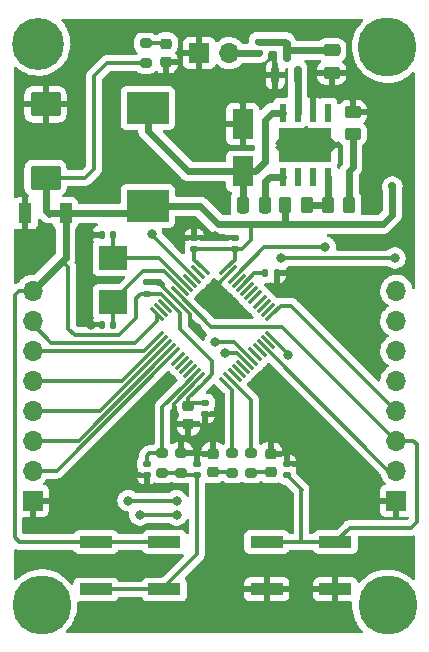
<source format=gbr>
%TF.GenerationSoftware,KiCad,Pcbnew,(6.0.8)*%
%TF.CreationDate,2022-12-02T21:09:01+01:00*%
%TF.ProjectId,mcudev,6d637564-6576-42e6-9b69-6361645f7063,rev?*%
%TF.SameCoordinates,Original*%
%TF.FileFunction,Copper,L1,Top*%
%TF.FilePolarity,Positive*%
%FSLAX46Y46*%
G04 Gerber Fmt 4.6, Leading zero omitted, Abs format (unit mm)*
G04 Created by KiCad (PCBNEW (6.0.8)) date 2022-12-02 21:09:01*
%MOMM*%
%LPD*%
G01*
G04 APERTURE LIST*
G04 Aperture macros list*
%AMRoundRect*
0 Rectangle with rounded corners*
0 $1 Rounding radius*
0 $2 $3 $4 $5 $6 $7 $8 $9 X,Y pos of 4 corners*
0 Add a 4 corners polygon primitive as box body*
4,1,4,$2,$3,$4,$5,$6,$7,$8,$9,$2,$3,0*
0 Add four circle primitives for the rounded corners*
1,1,$1+$1,$2,$3*
1,1,$1+$1,$4,$5*
1,1,$1+$1,$6,$7*
1,1,$1+$1,$8,$9*
0 Add four rect primitives between the rounded corners*
20,1,$1+$1,$2,$3,$4,$5,0*
20,1,$1+$1,$4,$5,$6,$7,0*
20,1,$1+$1,$6,$7,$8,$9,0*
20,1,$1+$1,$8,$9,$2,$3,0*%
G04 Aperture macros list end*
%TA.AperFunction,ComponentPad*%
%ADD10C,4.400000*%
%TD*%
%TA.AperFunction,ComponentPad*%
%ADD11C,0.700000*%
%TD*%
%TA.AperFunction,SMDPad,CuDef*%
%ADD12RoundRect,0.225000X-0.250000X0.225000X-0.250000X-0.225000X0.250000X-0.225000X0.250000X0.225000X0*%
%TD*%
%TA.AperFunction,SMDPad,CuDef*%
%ADD13RoundRect,0.200000X-0.275000X0.200000X-0.275000X-0.200000X0.275000X-0.200000X0.275000X0.200000X0*%
%TD*%
%TA.AperFunction,SMDPad,CuDef*%
%ADD14R,3.600000X2.700000*%
%TD*%
%TA.AperFunction,SMDPad,CuDef*%
%ADD15R,2.800000X1.000000*%
%TD*%
%TA.AperFunction,SMDPad,CuDef*%
%ADD16RoundRect,0.140000X0.170000X-0.140000X0.170000X0.140000X-0.170000X0.140000X-0.170000X-0.140000X0*%
%TD*%
%TA.AperFunction,SMDPad,CuDef*%
%ADD17RoundRect,0.147500X0.172500X-0.147500X0.172500X0.147500X-0.172500X0.147500X-0.172500X-0.147500X0*%
%TD*%
%TA.AperFunction,SMDPad,CuDef*%
%ADD18RoundRect,0.250000X-0.262500X-0.450000X0.262500X-0.450000X0.262500X0.450000X-0.262500X0.450000X0*%
%TD*%
%TA.AperFunction,ComponentPad*%
%ADD19C,0.800000*%
%TD*%
%TA.AperFunction,ComponentPad*%
%ADD20C,5.000000*%
%TD*%
%TA.AperFunction,ComponentPad*%
%ADD21R,1.700000X1.700000*%
%TD*%
%TA.AperFunction,ComponentPad*%
%ADD22O,1.700000X1.700000*%
%TD*%
%TA.AperFunction,SMDPad,CuDef*%
%ADD23RoundRect,0.140000X0.140000X0.170000X-0.140000X0.170000X-0.140000X-0.170000X0.140000X-0.170000X0*%
%TD*%
%TA.AperFunction,SMDPad,CuDef*%
%ADD24RoundRect,0.150000X0.150000X-0.587500X0.150000X0.587500X-0.150000X0.587500X-0.150000X-0.587500X0*%
%TD*%
%TA.AperFunction,SMDPad,CuDef*%
%ADD25R,2.400000X2.000000*%
%TD*%
%TA.AperFunction,SMDPad,CuDef*%
%ADD26R,1.800000X2.500000*%
%TD*%
%TA.AperFunction,SMDPad,CuDef*%
%ADD27RoundRect,0.200000X0.275000X-0.200000X0.275000X0.200000X-0.275000X0.200000X-0.275000X-0.200000X0*%
%TD*%
%TA.AperFunction,SMDPad,CuDef*%
%ADD28RoundRect,0.135000X0.135000X0.185000X-0.135000X0.185000X-0.135000X-0.185000X0.135000X-0.185000X0*%
%TD*%
%TA.AperFunction,SMDPad,CuDef*%
%ADD29RoundRect,0.250000X-0.475000X0.250000X-0.475000X-0.250000X0.475000X-0.250000X0.475000X0.250000X0*%
%TD*%
%TA.AperFunction,SMDPad,CuDef*%
%ADD30RoundRect,0.250000X0.450000X-0.262500X0.450000X0.262500X-0.450000X0.262500X-0.450000X-0.262500X0*%
%TD*%
%TA.AperFunction,SMDPad,CuDef*%
%ADD31RoundRect,0.140000X-0.170000X0.140000X-0.170000X-0.140000X0.170000X-0.140000X0.170000X0.140000X0*%
%TD*%
%TA.AperFunction,SMDPad,CuDef*%
%ADD32RoundRect,0.250000X1.025000X-0.787500X1.025000X0.787500X-1.025000X0.787500X-1.025000X-0.787500X0*%
%TD*%
%TA.AperFunction,SMDPad,CuDef*%
%ADD33RoundRect,0.075000X-0.521491X0.415425X0.415425X-0.521491X0.521491X-0.415425X-0.415425X0.521491X0*%
%TD*%
%TA.AperFunction,SMDPad,CuDef*%
%ADD34RoundRect,0.075000X-0.521491X-0.415425X-0.415425X-0.521491X0.521491X0.415425X0.415425X0.521491X0*%
%TD*%
%TA.AperFunction,SMDPad,CuDef*%
%ADD35R,0.600000X1.550000*%
%TD*%
%TA.AperFunction,ComponentPad*%
%ADD36C,0.600000*%
%TD*%
%TA.AperFunction,SMDPad,CuDef*%
%ADD37R,4.500000X2.950000*%
%TD*%
%TA.AperFunction,SMDPad,CuDef*%
%ADD38R,3.100000X2.600000*%
%TD*%
%TA.AperFunction,SMDPad,CuDef*%
%ADD39RoundRect,0.218750X0.256250X-0.218750X0.256250X0.218750X-0.256250X0.218750X-0.256250X-0.218750X0*%
%TD*%
%TA.AperFunction,SMDPad,CuDef*%
%ADD40R,1.100000X1.700000*%
%TD*%
%TA.AperFunction,SMDPad,CuDef*%
%ADD41RoundRect,0.218750X-0.256250X0.218750X-0.256250X-0.218750X0.256250X-0.218750X0.256250X0.218750X0*%
%TD*%
%TA.AperFunction,SMDPad,CuDef*%
%ADD42RoundRect,0.250000X0.250000X0.475000X-0.250000X0.475000X-0.250000X-0.475000X0.250000X-0.475000X0*%
%TD*%
%TA.AperFunction,ViaPad*%
%ADD43C,0.700000*%
%TD*%
%TA.AperFunction,ViaPad*%
%ADD44C,0.800000*%
%TD*%
%TA.AperFunction,Conductor*%
%ADD45C,0.300000*%
%TD*%
%TA.AperFunction,Conductor*%
%ADD46C,0.600000*%
%TD*%
G04 APERTURE END LIST*
D10*
%TO.P,H3,1*%
%TO.N,N/C*%
X125600000Y-56600000D03*
D11*
X123950000Y-56600000D03*
X127250000Y-56600000D03*
X124433274Y-55433274D03*
X125600000Y-58250000D03*
X126766726Y-57766726D03*
X126766726Y-55433274D03*
X125600000Y-54950000D03*
X124433274Y-57766726D03*
%TD*%
D12*
%TO.P,U1,1*%
%TO.N,+3.3V*%
X138300000Y-87275000D03*
%TO.P,U1,2*%
%TO.N,GND*%
X138300000Y-88825000D03*
%TD*%
D13*
%TO.P,R6,1*%
%TO.N,Net-(R6-Pad1)*%
X136087500Y-91265000D03*
%TO.P,R6,2*%
%TO.N,Net-(R6-Pad2)*%
X136087500Y-92915000D03*
%TD*%
D14*
%TO.P,L1,1,1*%
%TO.N,Net-(D3-Pad1)*%
X134863333Y-62050000D03*
%TO.P,L1,2,2*%
%TO.N,+3.3V*%
X134863333Y-70350000D03*
%TD*%
D15*
%TO.P,SW1,1,1*%
%TO.N,NRST*%
X150741666Y-98800000D03*
X144941666Y-98800000D03*
%TO.P,SW1,2,2*%
%TO.N,GND*%
X144941666Y-102800000D03*
X150741666Y-102800000D03*
%TD*%
D16*
%TO.P,U11,1*%
%TO.N,Net-(R6-Pad2)*%
X139012500Y-93140000D03*
%TO.P,U11,2*%
%TO.N,GND*%
X139012500Y-92180000D03*
%TD*%
D17*
%TO.P,F1,1*%
%TO.N,+12V*%
X144240000Y-57395000D03*
%TO.P,F1,2*%
%TO.N,Net-(F1-Pad2)*%
X144240000Y-56425000D03*
%TD*%
D18*
%TO.P,R10,1*%
%TO.N,feedback*%
X150095000Y-70270000D03*
%TO.P,R10,2*%
%TO.N,Net-(R10-Pad2)*%
X151920000Y-70270000D03*
%TD*%
D15*
%TO.P,SW2,1,1*%
%TO.N,Net-(R6-Pad2)*%
X130470000Y-102810000D03*
X136270000Y-102810000D03*
%TO.P,SW2,2,2*%
%TO.N,+3.3V*%
X136270000Y-98810000D03*
X130470000Y-98810000D03*
%TD*%
D13*
%TO.P,R1,1*%
%TO.N,LED2*%
X143615000Y-91265000D03*
%TO.P,R1,2*%
%TO.N,Net-(D1-Pad2)*%
X143615000Y-92915000D03*
%TD*%
D19*
%TO.P,H2,1*%
%TO.N,N/C*%
X156485825Y-102814175D03*
X155160000Y-106015000D03*
X157035000Y-104140000D03*
X153834175Y-102814175D03*
X156485825Y-105465825D03*
X153285000Y-104140000D03*
X155160000Y-102265000D03*
D20*
X155160000Y-104140000D03*
D19*
X153834175Y-105465825D03*
%TD*%
D13*
%TO.P,R2,1*%
%TO.N,LED1*%
X142017500Y-91265000D03*
%TO.P,R2,2*%
%TO.N,Net-(D2-Pad2)*%
X142017500Y-92915000D03*
%TD*%
D21*
%TO.P,J1,1,Pin_1*%
%TO.N,GND*%
X155900000Y-95300000D03*
D22*
%TO.P,J1,2,Pin_2*%
%TO.N,SWDIO*%
X155900000Y-92760000D03*
%TO.P,J1,3,Pin_3*%
%TO.N,NRST*%
X155900000Y-90220000D03*
%TO.P,J1,4,Pin_4*%
%TO.N,SWDCLK*%
X155900000Y-87680000D03*
%TO.P,J1,5,Pin_5*%
%TO.N,SIM_RESET*%
X155900000Y-85140000D03*
%TO.P,J1,6,Pin_6*%
%TO.N,SIM_RX*%
X155900000Y-82600000D03*
%TO.P,J1,7,Pin_7*%
%TO.N,SIM_TX*%
X155900000Y-80060000D03*
%TO.P,J1,8,Pin_8*%
%TO.N,SIM_PWRKEY*%
X155900000Y-77520000D03*
%TD*%
D23*
%TO.P,U8,1*%
%TO.N,/HSE_IN*%
X131900000Y-72800000D03*
%TO.P,U8,2*%
%TO.N,GND*%
X130940000Y-72800000D03*
%TD*%
D24*
%TO.P,Q1,1,G*%
%TO.N,GND*%
X145655000Y-59275000D03*
%TO.P,Q1,2,S*%
%TO.N,Net-(Q1-Pad2)*%
X147555000Y-59275000D03*
%TO.P,Q1,3,D*%
%TO.N,Net-(F1-Pad2)*%
X146605000Y-57400000D03*
%TD*%
D19*
%TO.P,H1,1*%
%TO.N,N/C*%
X125870000Y-102245000D03*
X125870000Y-105995000D03*
X127195825Y-102794175D03*
X127195825Y-105445825D03*
X124544175Y-105445825D03*
X124544175Y-102794175D03*
X123995000Y-104120000D03*
D20*
X125870000Y-104120000D03*
D19*
X127745000Y-104120000D03*
%TD*%
D25*
%TO.P,U7,1,1*%
%TO.N,/HSE_IN*%
X131900000Y-74750000D03*
%TO.P,U7,2,2*%
%TO.N,/HSE_OUT*%
X131900000Y-78450000D03*
%TD*%
D21*
%TO.P,J2,1,Pin_1*%
%TO.N,GND*%
X125100000Y-95300000D03*
D22*
%TO.P,J2,2,Pin_2*%
%TO.N,PA7{slash}SPI1_MOSI*%
X125100000Y-92760000D03*
%TO.P,J2,3,Pin_3*%
%TO.N,PA6{slash}SPI1_MISO*%
X125100000Y-90220000D03*
%TO.P,J2,4,Pin_4*%
%TO.N,PA5{slash}SPI1_CLK*%
X125100000Y-87680000D03*
%TO.P,J2,5,Pin_5*%
%TO.N,PA4*%
X125100000Y-85140000D03*
%TO.P,J2,6,Pin_6*%
%TO.N,USART2_RX*%
X125100000Y-82600000D03*
%TO.P,J2,7,Pin_7*%
%TO.N,USART2_TX*%
X125100000Y-80060000D03*
%TO.P,J2,8,Pin_8*%
%TO.N,+3.3V*%
X125100000Y-77520000D03*
%TD*%
D16*
%TO.P,U6,1*%
%TO.N,NRST*%
X146620000Y-93140000D03*
%TO.P,U6,2*%
%TO.N,GND*%
X146620000Y-92180000D03*
%TD*%
D18*
%TO.P,R9,1*%
%TO.N,+3.3V*%
X146514583Y-70270000D03*
%TO.P,R9,2*%
%TO.N,feedback*%
X148339583Y-70270000D03*
%TD*%
D26*
%TO.P,D3,1,K*%
%TO.N,Net-(D3-Pad1)*%
X142876666Y-67410000D03*
%TO.P,D3,2,A*%
%TO.N,GND*%
X142876666Y-63410000D03*
%TD*%
D16*
%TO.P,U3,1*%
%TO.N,+3.3V*%
X134800000Y-77780000D03*
%TO.P,U3,2*%
%TO.N,GND*%
X134800000Y-76820000D03*
%TD*%
D27*
%TO.P,R7,1*%
%TO.N,Net-(R6-Pad2)*%
X137685000Y-92915000D03*
%TO.P,R7,2*%
%TO.N,GND*%
X137685000Y-91265000D03*
%TD*%
%TO.P,R8,1*%
%TO.N,+3.3V*%
X134700000Y-58225000D03*
%TO.P,R8,2*%
%TO.N,Net-(D4-Pad2)*%
X134700000Y-56575000D03*
%TD*%
D16*
%TO.P,U2,1*%
%TO.N,+3.3V*%
X142200000Y-73980000D03*
%TO.P,U2,2*%
%TO.N,GND*%
X142200000Y-73020000D03*
%TD*%
D28*
%TO.P,R3,1*%
%TO.N,GND*%
X145770000Y-76060000D03*
%TO.P,R3,2*%
%TO.N,/BOOT0*%
X144750000Y-76060000D03*
%TD*%
D29*
%TO.P,U15,1*%
%TO.N,Net-(F1-Pad2)*%
X150430000Y-57160000D03*
%TO.P,U15,2*%
%TO.N,GND*%
X150430000Y-59060000D03*
%TD*%
D30*
%TO.P,R11,1*%
%TO.N,Net-(R10-Pad2)*%
X152190000Y-64242500D03*
%TO.P,R11,2*%
%TO.N,GND*%
X152190000Y-62417500D03*
%TD*%
D16*
%TO.P,U5,1*%
%TO.N,+3.3V*%
X138800000Y-73980000D03*
%TO.P,U5,2*%
%TO.N,GND*%
X138800000Y-73020000D03*
%TD*%
D31*
%TO.P,U12,1*%
%TO.N,Net-(R6-Pad1)*%
X134760000Y-92180000D03*
%TO.P,U12,2*%
%TO.N,GND*%
X134760000Y-93140000D03*
%TD*%
D19*
%TO.P,H4,1*%
%TO.N,N/C*%
X156475825Y-55574175D03*
X155150000Y-58775000D03*
X153824175Y-55574175D03*
X153275000Y-56900000D03*
D20*
X155150000Y-56900000D03*
D19*
X157025000Y-56900000D03*
X153824175Y-58225825D03*
X155150000Y-55025000D03*
X156475825Y-58225825D03*
%TD*%
D32*
%TO.P,C1,1*%
%TO.N,+3.3V*%
X126200000Y-67962500D03*
%TO.P,C1,2*%
%TO.N,GND*%
X126200000Y-61737500D03*
%TD*%
D33*
%TO.P,STM32F30,1,VDD*%
%TO.N,+3.3V*%
X139494105Y-75612124D03*
%TO.P,STM32F30,2,PC13*%
%TO.N,unconnected-(STM32F30-Pad2)*%
X139140551Y-75965678D03*
%TO.P,STM32F30,3,PC14*%
%TO.N,STATUS*%
X138786998Y-76319231D03*
%TO.P,STM32F30,4,PC15*%
%TO.N,unconnected-(STM32F30-Pad4)*%
X138433444Y-76672785D03*
%TO.P,STM32F30,5,PF0*%
%TO.N,/HSE_IN*%
X138079891Y-77026338D03*
%TO.P,STM32F30,6,PF1*%
%TO.N,/HSE_OUT*%
X137726338Y-77379891D03*
%TO.P,STM32F30,7,NRST*%
%TO.N,NRST*%
X137372784Y-77733445D03*
%TO.P,STM32F30,8,VSSA*%
%TO.N,GND*%
X137019231Y-78086998D03*
%TO.P,STM32F30,9,VDDA*%
%TO.N,+3.3V*%
X136665678Y-78440551D03*
%TO.P,STM32F30,10,PA0*%
%TO.N,unconnected-(STM32F30-Pad10)*%
X136312124Y-78794105D03*
%TO.P,STM32F30,11,PA1*%
%TO.N,unconnected-(STM32F30-Pad11)*%
X135958571Y-79147658D03*
%TO.P,STM32F30,12,PA2*%
%TO.N,USART2_TX*%
X135605017Y-79501212D03*
D34*
%TO.P,STM32F30,13,PA3*%
%TO.N,USART2_RX*%
X135605017Y-81498788D03*
%TO.P,STM32F30,14,PA4*%
%TO.N,PA4*%
X135958571Y-81852342D03*
%TO.P,STM32F30,15,PA5*%
%TO.N,PA5{slash}SPI1_CLK*%
X136312124Y-82205895D03*
%TO.P,STM32F30,16,PA6*%
%TO.N,PA6{slash}SPI1_MISO*%
X136665678Y-82559449D03*
%TO.P,STM32F30,17,PA7*%
%TO.N,PA7{slash}SPI1_MOSI*%
X137019231Y-82913002D03*
%TO.P,STM32F30,18,PB0*%
%TO.N,unconnected-(STM32F30-Pad18)*%
X137372784Y-83266555D03*
%TO.P,STM32F30,19,PB1*%
%TO.N,unconnected-(STM32F30-Pad19)*%
X137726338Y-83620109D03*
%TO.P,STM32F30,20,PB2*%
%TO.N,unconnected-(STM32F30-Pad20)*%
X138079891Y-83973662D03*
%TO.P,STM32F30,21,PB10*%
%TO.N,unconnected-(STM32F30-Pad21)*%
X138433444Y-84327215D03*
%TO.P,STM32F30,22,PB11*%
%TO.N,Net-(R6-Pad1)*%
X138786998Y-84680769D03*
%TO.P,STM32F30,23,VSS*%
%TO.N,GND*%
X139140551Y-85034322D03*
%TO.P,STM32F30,24,VDD*%
%TO.N,+3.3V*%
X139494105Y-85387876D03*
D33*
%TO.P,STM32F30,25,PB12*%
%TO.N,LED1*%
X141491681Y-85387876D03*
%TO.P,STM32F30,26,PB13*%
%TO.N,LED2*%
X141845235Y-85034322D03*
%TO.P,STM32F30,27,PB14*%
%TO.N,unconnected-(STM32F30-Pad27)*%
X142198788Y-84680769D03*
%TO.P,STM32F30,28,PB15*%
%TO.N,unconnected-(STM32F30-Pad28)*%
X142552342Y-84327215D03*
%TO.P,STM32F30,29,PA8*%
%TO.N,unconnected-(STM32F30-Pad29)*%
X142905895Y-83973662D03*
%TO.P,STM32F30,30,PA9*%
%TO.N,SIM_RX*%
X143259448Y-83620109D03*
%TO.P,STM32F30,31,PA10*%
%TO.N,SIM_TX*%
X143613002Y-83266555D03*
%TO.P,STM32F30,32,PA11*%
%TO.N,unconnected-(STM32F30-Pad32)*%
X143966555Y-82913002D03*
%TO.P,STM32F30,33,PA12*%
%TO.N,unconnected-(STM32F30-Pad33)*%
X144320108Y-82559449D03*
%TO.P,STM32F30,34,PA13*%
%TO.N,SWDIO*%
X144673662Y-82205895D03*
%TO.P,STM32F30,35,PF6*%
%TO.N,unconnected-(STM32F30-Pad35)*%
X145027215Y-81852342D03*
%TO.P,STM32F30,36,PF7*%
%TO.N,SIM_RESET*%
X145380769Y-81498788D03*
D34*
%TO.P,STM32F30,37,PA14*%
%TO.N,SWDCLK*%
X145380769Y-79501212D03*
%TO.P,STM32F30,38,PA15*%
%TO.N,unconnected-(STM32F30-Pad38)*%
X145027215Y-79147658D03*
%TO.P,STM32F30,39,PB3*%
%TO.N,unconnected-(STM32F30-Pad39)*%
X144673662Y-78794105D03*
%TO.P,STM32F30,40,PB4*%
%TO.N,unconnected-(STM32F30-Pad40)*%
X144320108Y-78440551D03*
%TO.P,STM32F30,41,PB5*%
%TO.N,unconnected-(STM32F30-Pad41)*%
X143966555Y-78086998D03*
%TO.P,STM32F30,42,PB6*%
%TO.N,unconnected-(STM32F30-Pad42)*%
X143613002Y-77733445D03*
%TO.P,STM32F30,43,PB7*%
%TO.N,unconnected-(STM32F30-Pad43)*%
X143259448Y-77379891D03*
%TO.P,STM32F30,44,BOOT0*%
%TO.N,/BOOT0*%
X142905895Y-77026338D03*
%TO.P,STM32F30,45,PB8*%
%TO.N,unconnected-(STM32F30-Pad45)*%
X142552342Y-76672785D03*
%TO.P,STM32F30,46,PB9*%
%TO.N,SIM_PWRKEY*%
X142198788Y-76319231D03*
%TO.P,STM32F30,47,VSS*%
%TO.N,GND*%
X141845235Y-75965678D03*
%TO.P,STM32F30,48,VDD*%
%TO.N,+3.3V*%
X141491681Y-75612124D03*
%TD*%
D35*
%TO.P,U14,1,BOOT*%
%TO.N,Net-(U13-Pad1)*%
X146285000Y-67850000D03*
%TO.P,U14,2,NC*%
%TO.N,unconnected-(U14-Pad2)*%
X147555000Y-67850000D03*
%TO.P,U14,3,NC*%
%TO.N,unconnected-(U14-Pad3)*%
X148825000Y-67850000D03*
%TO.P,U14,4,VSENSE*%
%TO.N,feedback*%
X150095000Y-67850000D03*
%TO.P,U14,5,EN*%
%TO.N,unconnected-(U14-Pad5)*%
X150095000Y-62450000D03*
%TO.P,U14,6,GND*%
%TO.N,GND*%
X148825000Y-62450000D03*
%TO.P,U14,7,VIN*%
%TO.N,Net-(Q1-Pad2)*%
X147555000Y-62450000D03*
%TO.P,U14,8,PH*%
%TO.N,Net-(D3-Pad1)*%
X146285000Y-62450000D03*
D36*
%TO.P,U14,9,GNDPAD*%
%TO.N,GND*%
X148890000Y-65750000D03*
X149990000Y-65750000D03*
X147590000Y-64550000D03*
X148890000Y-64550000D03*
X146390000Y-65750000D03*
D37*
X148190000Y-65150000D03*
D36*
X149990000Y-64550000D03*
D38*
X148190000Y-65150000D03*
D36*
X147590000Y-65750000D03*
X146390000Y-64550000D03*
%TD*%
D21*
%TO.P,J4,1,Pin_1*%
%TO.N,GND*%
X139217893Y-57400000D03*
D22*
%TO.P,J4,2,Pin_2*%
%TO.N,+12V*%
X141757893Y-57400000D03*
%TD*%
D39*
%TO.P,D4,1,K*%
%TO.N,GND*%
X136400000Y-58167500D03*
%TO.P,D4,2,A*%
%TO.N,Net-(D4-Pad2)*%
X136400000Y-56592500D03*
%TD*%
D31*
%TO.P,U4,1*%
%TO.N,+3.3V*%
X139700000Y-87020000D03*
%TO.P,U4,2*%
%TO.N,GND*%
X139700000Y-87980000D03*
%TD*%
D40*
%TO.P,D5,1,K*%
%TO.N,+3.3V*%
X127900000Y-70975000D03*
%TO.P,D5,2,A*%
%TO.N,GND*%
X124500000Y-70975000D03*
%TD*%
D41*
%TO.P,D2,1,K*%
%TO.N,GND*%
X140380000Y-91302500D03*
%TO.P,D2,2,A*%
%TO.N,Net-(D2-Pad2)*%
X140380000Y-92877500D03*
%TD*%
D23*
%TO.P,U9,1*%
%TO.N,/HSE_OUT*%
X131900000Y-80400000D03*
%TO.P,U9,2*%
%TO.N,GND*%
X130940000Y-80400000D03*
%TD*%
D41*
%TO.P,D1,1,K*%
%TO.N,GND*%
X145252500Y-91302500D03*
%TO.P,D1,2,A*%
%TO.N,Net-(D1-Pad2)*%
X145252500Y-92877500D03*
%TD*%
D42*
%TO.P,U13,1*%
%TO.N,Net-(U13-Pad1)*%
X144776666Y-70240000D03*
%TO.P,U13,2*%
%TO.N,Net-(D3-Pad1)*%
X142876666Y-70240000D03*
%TD*%
D43*
%TO.N,+3.3V*%
X155570000Y-68690000D03*
D44*
%TO.N,GND*%
X130040000Y-80400000D03*
X141647220Y-102900000D03*
X130040000Y-72790000D03*
X131350000Y-95300000D03*
X140300000Y-89580000D03*
X140190000Y-77570000D03*
X149870000Y-89580000D03*
X154600000Y-99450000D03*
X140580000Y-72910500D03*
X148520000Y-89580000D03*
X145000832Y-95300000D03*
X141881666Y-95300000D03*
X139352776Y-102900000D03*
X139000000Y-80700000D03*
D43*
X132510000Y-100980000D03*
D44*
%TO.N,SIM_RESET*%
X146740000Y-82920000D03*
%TO.N,SIM_DET*%
X155780000Y-74740000D03*
X146120000Y-74770000D03*
X133200000Y-95300000D03*
X137300000Y-95300000D03*
%TO.N,SIM_PWRKEY*%
X149880000Y-73840000D03*
%TO.N,STATUS*%
X135180000Y-72690000D03*
%TO.N,SIM_RX*%
X141370000Y-82780000D03*
%TO.N,SIM_TX*%
X140570000Y-81850000D03*
%TO.N,Net-(P1-PadC2)*%
X137300000Y-96500000D03*
X134200000Y-96500000D03*
%TD*%
D45*
%TO.N,+3.3V*%
X143590000Y-73240000D02*
X143590000Y-71900000D01*
D46*
X125100000Y-77520000D02*
X127600000Y-75020000D01*
D45*
X128140000Y-80720000D02*
X128660000Y-81240000D01*
X123970000Y-98800000D02*
X123580000Y-98410000D01*
D46*
X155570000Y-68690000D02*
X155570000Y-71080000D01*
D45*
X138800000Y-73980000D02*
X138800000Y-74918019D01*
X137600000Y-79374873D02*
X136665678Y-78440551D01*
D46*
X144390000Y-71900000D02*
X143590000Y-71900000D01*
D45*
X123580000Y-98410000D02*
X123580000Y-77910000D01*
D46*
X126450000Y-70990000D02*
X126465000Y-70975000D01*
D45*
X130300000Y-59360000D02*
X130300000Y-67220000D01*
X128140000Y-75550000D02*
X128140000Y-80720000D01*
D46*
X126465000Y-70975000D02*
X127900000Y-70975000D01*
D45*
X142200000Y-73980000D02*
X142200000Y-74903805D01*
X132440000Y-81240000D02*
X129060000Y-81240000D01*
X131435000Y-58225000D02*
X130300000Y-59360000D01*
X140290991Y-84590991D02*
X140290991Y-83480991D01*
X142850000Y-73980000D02*
X143590000Y-73240000D01*
D46*
X134863333Y-70350000D02*
X139250000Y-70350000D01*
D45*
X134800000Y-77780000D02*
X136005127Y-77780000D01*
D46*
X126200000Y-67962500D02*
X126200000Y-70740000D01*
D45*
X134700000Y-58225000D02*
X131435000Y-58225000D01*
X128660000Y-81240000D02*
X129060000Y-81240000D01*
X142200000Y-74903805D02*
X141491681Y-75612124D01*
X139494105Y-85387876D02*
X140290991Y-84590991D01*
D46*
X139250000Y-70350000D02*
X140800000Y-71900000D01*
D45*
X139700000Y-87020000D02*
X139140000Y-87020000D01*
D46*
X146514583Y-70270000D02*
X146514583Y-71705417D01*
D45*
X134260000Y-77780000D02*
X133890000Y-78150000D01*
X129060000Y-81240000D02*
X128820000Y-81240000D01*
X136005127Y-77780000D02*
X136665678Y-78440551D01*
X137600000Y-80790000D02*
X137600000Y-79374873D01*
X138300000Y-87275000D02*
X138300000Y-86581981D01*
D46*
X127600000Y-75010000D02*
X127900000Y-74710000D01*
D45*
X129557500Y-67962500D02*
X126200000Y-67962500D01*
X130258333Y-98800000D02*
X136058333Y-98800000D01*
X134800000Y-77780000D02*
X134260000Y-77780000D01*
X139140000Y-87020000D02*
X138555000Y-87020000D01*
X130300000Y-67220000D02*
X129557500Y-67962500D01*
X138800000Y-74918019D02*
X139494105Y-75612124D01*
D46*
X127600000Y-75020000D02*
X127600000Y-75010000D01*
D45*
X133890000Y-79790000D02*
X132440000Y-81240000D01*
D46*
X127900000Y-70975000D02*
X134238333Y-70975000D01*
X146320000Y-71900000D02*
X145840000Y-71900000D01*
X154750000Y-71900000D02*
X146320000Y-71900000D01*
X145840000Y-71900000D02*
X144390000Y-71900000D01*
X127900000Y-74710000D02*
X127900000Y-70975000D01*
D45*
X133890000Y-78150000D02*
X133890000Y-79790000D01*
X127600000Y-75010000D02*
X128140000Y-75550000D01*
X123580000Y-77910000D02*
X123970000Y-77520000D01*
D46*
X146514583Y-71705417D02*
X146320000Y-71900000D01*
X134238333Y-70975000D02*
X134863333Y-70350000D01*
X140800000Y-71900000D02*
X144390000Y-71900000D01*
D45*
X138300000Y-86581981D02*
X139494105Y-85387876D01*
D46*
X155570000Y-71080000D02*
X154750000Y-71900000D01*
D45*
X140290991Y-83480991D02*
X137600000Y-80790000D01*
X142200000Y-73980000D02*
X138800000Y-73980000D01*
X142200000Y-73980000D02*
X142850000Y-73980000D01*
X130258333Y-98800000D02*
X123970000Y-98800000D01*
X123970000Y-77520000D02*
X125100000Y-77520000D01*
X138555000Y-87020000D02*
X138300000Y-87275000D01*
D46*
X126200000Y-70740000D02*
X126450000Y-70990000D01*
D45*
%TO.N,GND*%
X134800000Y-76820000D02*
X135752233Y-76820000D01*
X140689500Y-73020000D02*
X140580000Y-72910500D01*
X138430000Y-80130000D02*
X138430000Y-79497767D01*
X138800000Y-73020000D02*
X140470500Y-73020000D01*
X139000000Y-80700000D02*
X138430000Y-80130000D01*
X130940000Y-80400000D02*
X130040000Y-80400000D01*
X137050000Y-88770000D02*
X137050000Y-87124873D01*
X135752233Y-76820000D02*
X137019231Y-78086998D01*
X137050000Y-87124873D02*
X139140551Y-85034322D01*
X130040000Y-72790000D02*
X130050000Y-72800000D01*
X138300000Y-88825000D02*
X137105000Y-88825000D01*
X140470500Y-73020000D02*
X140580000Y-72910500D01*
X137105000Y-88825000D02*
X137050000Y-88770000D01*
X130050000Y-72800000D02*
X130940000Y-72800000D01*
X141845235Y-75965678D02*
X140240913Y-77570000D01*
X142200000Y-73020000D02*
X140689500Y-73020000D01*
X138430000Y-79497767D02*
X137019231Y-78086998D01*
X138300000Y-88825000D02*
X138300000Y-89059954D01*
X140240913Y-77570000D02*
X140190000Y-77570000D01*
%TO.N,Net-(D1-Pad2)*%
X145252500Y-92857500D02*
X143632500Y-92857500D01*
X143632500Y-92857500D02*
X143615000Y-92875000D01*
%TO.N,Net-(D2-Pad2)*%
X140387500Y-92885000D02*
X140380000Y-92877500D01*
X142017500Y-92885000D02*
X140387500Y-92885000D01*
D46*
%TO.N,Net-(D3-Pad1)*%
X142876666Y-67410000D02*
X143930000Y-67410000D01*
X144760000Y-63030000D02*
X145340000Y-62450000D01*
X142876666Y-67410000D02*
X138280000Y-67410000D01*
X134863333Y-63993333D02*
X134863333Y-62050000D01*
X142876666Y-70240000D02*
X142876666Y-67410000D01*
X144760000Y-66580000D02*
X144760000Y-63030000D01*
X145340000Y-62450000D02*
X146285000Y-62450000D01*
X138280000Y-67410000D02*
X134863333Y-63993333D01*
X143930000Y-67410000D02*
X144760000Y-66580000D01*
D45*
%TO.N,Net-(D4-Pad2)*%
X136382500Y-56575000D02*
X136400000Y-56592500D01*
X134700000Y-56575000D02*
X136382500Y-56575000D01*
%TO.N,SWDIO*%
X155227767Y-92760000D02*
X155900000Y-92760000D01*
X144673662Y-82205895D02*
X155227767Y-92760000D01*
%TO.N,SWDCLK*%
X146111981Y-78770000D02*
X145380769Y-79501212D01*
X146990000Y-78770000D02*
X146111981Y-78770000D01*
X155900000Y-87680000D02*
X146990000Y-78770000D01*
%TO.N,NRST*%
X146620000Y-93120000D02*
X147880000Y-94380000D01*
X144941666Y-98800000D02*
X147870000Y-98800000D01*
X147870000Y-98800000D02*
X150741666Y-98800000D01*
X155900000Y-90220000D02*
X146232297Y-80552297D01*
X150741666Y-98800000D02*
X151941666Y-97600000D01*
X157620000Y-97110000D02*
X157620000Y-90500000D01*
X151941666Y-97600000D02*
X157130000Y-97600000D01*
X140191638Y-80552297D02*
X137372784Y-77733445D01*
X157340000Y-90220000D02*
X155900000Y-90220000D01*
X157130000Y-97600000D02*
X157620000Y-97110000D01*
X157620000Y-90500000D02*
X157340000Y-90220000D01*
X147880000Y-94380000D02*
X147870000Y-94390000D01*
X147870000Y-94390000D02*
X147870000Y-98800000D01*
X146232297Y-80552297D02*
X140191638Y-80552297D01*
%TO.N,USART2_RX*%
X135605017Y-81498788D02*
X134503805Y-82600000D01*
X134503805Y-82600000D02*
X125100000Y-82600000D01*
%TO.N,USART2_TX*%
X126660000Y-81920000D02*
X125100000Y-80360000D01*
X125100000Y-80360000D02*
X125100000Y-80060000D01*
X133740000Y-81920000D02*
X126660000Y-81920000D01*
X135605017Y-80054983D02*
X133740000Y-81920000D01*
X135605017Y-79501212D02*
X135605017Y-80054983D01*
%TO.N,SIM_RESET*%
X145380769Y-81498788D02*
X146740000Y-82858019D01*
X146740000Y-82858019D02*
X146740000Y-82920000D01*
D46*
%TO.N,+12V*%
X141757893Y-57400000D02*
X144235000Y-57400000D01*
X144235000Y-57400000D02*
X144240000Y-57395000D01*
D45*
%TO.N,LED2*%
X143615000Y-91225000D02*
X143615000Y-86804087D01*
X143615000Y-86804087D02*
X141845235Y-85034322D01*
%TO.N,LED1*%
X142017500Y-91235000D02*
X142017500Y-85913695D01*
X142017500Y-85913695D02*
X141491681Y-85387876D01*
%TO.N,/BOOT0*%
X142905895Y-77026338D02*
X143872233Y-76060000D01*
X143872233Y-76060000D02*
X144750000Y-76060000D01*
%TO.N,Net-(R6-Pad1)*%
X137967767Y-85500000D02*
X137965000Y-85500000D01*
X134760000Y-92180000D02*
X134760000Y-91480000D01*
X136087500Y-87377500D02*
X136087500Y-91275000D01*
X137965000Y-85500000D02*
X136087500Y-87377500D01*
X134760000Y-91480000D02*
X134965000Y-91275000D01*
X134965000Y-91275000D02*
X136087500Y-91275000D01*
X138786998Y-84680769D02*
X137967767Y-85500000D01*
%TO.N,Net-(R6-Pad2)*%
X139012500Y-99845833D02*
X136058333Y-102800000D01*
X137655000Y-92925000D02*
X137685000Y-92895000D01*
X139012500Y-93110000D02*
X137900000Y-93110000D01*
X136087500Y-92925000D02*
X137655000Y-92925000D01*
X137900000Y-93110000D02*
X137685000Y-92895000D01*
X136058333Y-102800000D02*
X130258333Y-102800000D01*
X139012500Y-93110000D02*
X139012500Y-99845833D01*
D46*
%TO.N,feedback*%
X150095000Y-67850000D02*
X150095000Y-70270000D01*
X150095000Y-70270000D02*
X148339583Y-70270000D01*
%TO.N,Net-(R10-Pad2)*%
X151920000Y-70270000D02*
X151920000Y-67350000D01*
X151920000Y-67350000D02*
X152190000Y-67080000D01*
X152190000Y-67080000D02*
X152190000Y-64242500D01*
D45*
%TO.N,/HSE_IN*%
X138079891Y-77026338D02*
X135803553Y-74750000D01*
X135803553Y-74750000D02*
X131900000Y-74750000D01*
X131900000Y-72800000D02*
X131900000Y-74750000D01*
%TO.N,/HSE_OUT*%
X136226447Y-75880000D02*
X134440000Y-75880000D01*
X137726338Y-77379891D02*
X136226447Y-75880000D01*
X131900000Y-78420000D02*
X131900000Y-78450000D01*
X134440000Y-75880000D02*
X131900000Y-78420000D01*
X131900000Y-78450000D02*
X131900000Y-80400000D01*
%TO.N,PA7{slash}SPI1_MOSI*%
X127172233Y-92760000D02*
X125100000Y-92760000D01*
X137019231Y-82913002D02*
X127172233Y-92760000D01*
%TO.N,PA6{slash}SPI1_MISO*%
X125100000Y-90220000D02*
X129005127Y-90220000D01*
X129005127Y-90220000D02*
X136665678Y-82559449D01*
%TO.N,PA5{slash}SPI1_CLK*%
X125100000Y-87680000D02*
X130838019Y-87680000D01*
X130838019Y-87680000D02*
X136312124Y-82205895D01*
%TO.N,PA4*%
X135958571Y-81852342D02*
X132670913Y-85140000D01*
X132670913Y-85140000D02*
X125100000Y-85140000D01*
D46*
%TO.N,Net-(U13-Pad1)*%
X144776666Y-68263334D02*
X145190000Y-67850000D01*
X144776666Y-70240000D02*
X144776666Y-68263334D01*
X145190000Y-67850000D02*
X146285000Y-67850000D01*
D45*
%TO.N,SIM_DET*%
X155780000Y-74740000D02*
X155730000Y-74790000D01*
X146140000Y-74790000D02*
X146120000Y-74770000D01*
X137300000Y-95300000D02*
X133200000Y-95300000D01*
X155730000Y-74790000D02*
X146140000Y-74790000D01*
D46*
%TO.N,Net-(Q1-Pad2)*%
X147555000Y-59275000D02*
X147555000Y-62450000D01*
D45*
%TO.N,SIM_PWRKEY*%
X144678019Y-73840000D02*
X142198788Y-76319231D01*
X149880000Y-73840000D02*
X144678019Y-73840000D01*
%TO.N,STATUS*%
X138786998Y-76319231D02*
X135493884Y-73026116D01*
X135180000Y-72690000D02*
X135180000Y-72712232D01*
X135180000Y-72712232D02*
X135493884Y-73026116D01*
X135493884Y-73026116D02*
X135327767Y-72860000D01*
%TO.N,SIM_RX*%
X142419339Y-82780000D02*
X141370000Y-82780000D01*
X143259448Y-83620109D02*
X142419339Y-82780000D01*
%TO.N,SIM_TX*%
X142196447Y-81850000D02*
X143613002Y-83266555D01*
X140570000Y-81850000D02*
X142196447Y-81850000D01*
%TO.N,Net-(P1-PadC2)*%
X134200000Y-96500000D02*
X137300000Y-96500000D01*
D46*
%TO.N,Net-(F1-Pad2)*%
X146605000Y-57400000D02*
X146845000Y-57160000D01*
X146845000Y-57160000D02*
X150430000Y-57160000D01*
X144240000Y-56425000D02*
X146515000Y-56425000D01*
X146605000Y-56515000D02*
X146515000Y-56425000D01*
X146605000Y-57400000D02*
X146605000Y-56515000D01*
%TD*%
%TA.AperFunction,Conductor*%
%TO.N,GND*%
G36*
X144483321Y-93627865D02*
G01*
X144528308Y-93656749D01*
X144542447Y-93670864D01*
X144686808Y-93759849D01*
X144693756Y-93762154D01*
X144693757Y-93762154D01*
X144841238Y-93811072D01*
X144841240Y-93811072D01*
X144847769Y-93813238D01*
X144947928Y-93823500D01*
X145557072Y-93823500D01*
X145560318Y-93823163D01*
X145560322Y-93823163D01*
X145594103Y-93819658D01*
X145658482Y-93812978D01*
X145725904Y-93790484D01*
X145812405Y-93761625D01*
X145812407Y-93761624D01*
X145819349Y-93759308D01*
X145853631Y-93738093D01*
X145922081Y-93719257D01*
X145989851Y-93740418D01*
X146009027Y-93756144D01*
X146049371Y-93796488D01*
X146056192Y-93800522D01*
X146074030Y-93811071D01*
X146190403Y-93879894D01*
X146198014Y-93882105D01*
X146198016Y-93882106D01*
X146248995Y-93896916D01*
X146347746Y-93925606D01*
X146354151Y-93926110D01*
X146354156Y-93926111D01*
X146382060Y-93928307D01*
X146382068Y-93928307D01*
X146384516Y-93928500D01*
X146445050Y-93928500D01*
X146513171Y-93948502D01*
X146534145Y-93965405D01*
X147174595Y-94605855D01*
X147208621Y-94668167D01*
X147211500Y-94694950D01*
X147211500Y-98015500D01*
X147191498Y-98083621D01*
X147137842Y-98130114D01*
X147085500Y-98141500D01*
X146912675Y-98141500D01*
X146844554Y-98121498D01*
X146798061Y-98067842D01*
X146795763Y-98062306D01*
X146795433Y-98061703D01*
X146792281Y-98053295D01*
X146704927Y-97936739D01*
X146588371Y-97849385D01*
X146451982Y-97798255D01*
X146389800Y-97791500D01*
X143493532Y-97791500D01*
X143431350Y-97798255D01*
X143294961Y-97849385D01*
X143178405Y-97936739D01*
X143091051Y-98053295D01*
X143039921Y-98189684D01*
X143033166Y-98251866D01*
X143033166Y-99348134D01*
X143039921Y-99410316D01*
X143091051Y-99546705D01*
X143178405Y-99663261D01*
X143294961Y-99750615D01*
X143431350Y-99801745D01*
X143493532Y-99808500D01*
X146389800Y-99808500D01*
X146451982Y-99801745D01*
X146588371Y-99750615D01*
X146704927Y-99663261D01*
X146792281Y-99546705D01*
X146795433Y-99538296D01*
X146799743Y-99530425D01*
X146801407Y-99531336D01*
X146837329Y-99483510D01*
X146903890Y-99458807D01*
X146912675Y-99458500D01*
X147795845Y-99458500D01*
X147819454Y-99460732D01*
X147820538Y-99460939D01*
X147820540Y-99460939D01*
X147828324Y-99462424D01*
X147886736Y-99458749D01*
X147894647Y-99458500D01*
X148770657Y-99458500D01*
X148838778Y-99478502D01*
X148885271Y-99532158D01*
X148887569Y-99537694D01*
X148887898Y-99538296D01*
X148891051Y-99546705D01*
X148978405Y-99663261D01*
X149094961Y-99750615D01*
X149231350Y-99801745D01*
X149293532Y-99808500D01*
X152189800Y-99808500D01*
X152251982Y-99801745D01*
X152388371Y-99750615D01*
X152504927Y-99663261D01*
X152592281Y-99546705D01*
X152643411Y-99410316D01*
X152650166Y-99348134D01*
X152650166Y-98384500D01*
X152670168Y-98316379D01*
X152723824Y-98269886D01*
X152776166Y-98258500D01*
X157047944Y-98258500D01*
X157059800Y-98259059D01*
X157059803Y-98259059D01*
X157067537Y-98260788D01*
X157138369Y-98258562D01*
X157142327Y-98258500D01*
X157171432Y-98258500D01*
X157175832Y-98257944D01*
X157187664Y-98257012D01*
X157233831Y-98255562D01*
X157254421Y-98249580D01*
X157273782Y-98245570D01*
X157280770Y-98244688D01*
X157287204Y-98243875D01*
X157287205Y-98243875D01*
X157295064Y-98242882D01*
X157319116Y-98233359D01*
X157389816Y-98226880D01*
X157452796Y-98259652D01*
X157488060Y-98321271D01*
X157491500Y-98350511D01*
X157491500Y-101908574D01*
X157471498Y-101976695D01*
X157417842Y-102023188D01*
X157347568Y-102033292D01*
X157282988Y-102003798D01*
X157273199Y-101994344D01*
X157248308Y-101967558D01*
X157245842Y-101964904D01*
X156982019Y-101739578D01*
X156694047Y-101546069D01*
X156385741Y-101386940D01*
X156061189Y-101264302D01*
X156057668Y-101263418D01*
X156057663Y-101263416D01*
X155879197Y-101218589D01*
X155724692Y-101179780D01*
X155702476Y-101176855D01*
X155384315Y-101134968D01*
X155384307Y-101134967D01*
X155380711Y-101134494D01*
X155236045Y-101132221D01*
X155037446Y-101129101D01*
X155037442Y-101129101D01*
X155033804Y-101129044D01*
X155030190Y-101129405D01*
X155030184Y-101129405D01*
X154786843Y-101153694D01*
X154688569Y-101163503D01*
X154349583Y-101237414D01*
X154346156Y-101238587D01*
X154346150Y-101238589D01*
X154267296Y-101265587D01*
X154021339Y-101349797D01*
X153708188Y-101499163D01*
X153414279Y-101683532D01*
X153411443Y-101685804D01*
X153411436Y-101685809D01*
X153258414Y-101808403D01*
X153143509Y-101900459D01*
X153099527Y-101944904D01*
X152924773Y-102121498D01*
X152899466Y-102147071D01*
X152897225Y-102149929D01*
X152853466Y-102205737D01*
X152795693Y-102247002D01*
X152724781Y-102250482D01*
X152663246Y-102215071D01*
X152636330Y-102172220D01*
X152594991Y-102061948D01*
X152586452Y-102046351D01*
X152509951Y-101944276D01*
X152497390Y-101931715D01*
X152395315Y-101855214D01*
X152379720Y-101846676D01*
X152259272Y-101801522D01*
X152244017Y-101797895D01*
X152193152Y-101792369D01*
X152186338Y-101792000D01*
X151013781Y-101792000D01*
X150998542Y-101796475D01*
X150997337Y-101797865D01*
X150995666Y-101805548D01*
X150995666Y-103789884D01*
X151000141Y-103805123D01*
X151001531Y-103806328D01*
X151009214Y-103807999D01*
X152031324Y-103807999D01*
X152099445Y-103828001D01*
X152145938Y-103881657D01*
X152156825Y-103945199D01*
X152147888Y-104045341D01*
X152156970Y-104392171D01*
X152205856Y-104735660D01*
X152293897Y-105071253D01*
X152419927Y-105394503D01*
X152421624Y-105397708D01*
X152541208Y-105623563D01*
X152582275Y-105701126D01*
X152584325Y-105704109D01*
X152584327Y-105704112D01*
X152776733Y-105984064D01*
X152776739Y-105984071D01*
X152778790Y-105987056D01*
X153006866Y-106248505D01*
X153033025Y-106272308D01*
X153069946Y-106332947D01*
X153068223Y-106403922D01*
X153028401Y-106462699D01*
X152963123Y-106490616D01*
X152948224Y-106491500D01*
X128057497Y-106491500D01*
X127989376Y-106471498D01*
X127942883Y-106417842D01*
X127932779Y-106347568D01*
X127962273Y-106282988D01*
X127970764Y-106274103D01*
X128064180Y-106185454D01*
X128066819Y-106182950D01*
X128289370Y-105916783D01*
X128306207Y-105891152D01*
X128429068Y-105704112D01*
X128479853Y-105626799D01*
X128598387Y-105391121D01*
X128634117Y-105320080D01*
X128634120Y-105320072D01*
X128635744Y-105316844D01*
X128726903Y-105067741D01*
X128753729Y-104994437D01*
X128753730Y-104994433D01*
X128754977Y-104991026D01*
X128755822Y-104987504D01*
X128755825Y-104987496D01*
X128835124Y-104657191D01*
X128835125Y-104657187D01*
X128835971Y-104653662D01*
X128877652Y-104309225D01*
X128883599Y-104120000D01*
X128879504Y-104048972D01*
X128873801Y-103950075D01*
X128889848Y-103880916D01*
X128940739Y-103831412D01*
X129013194Y-103817558D01*
X129013898Y-103817634D01*
X129021866Y-103818500D01*
X131918134Y-103818500D01*
X131980316Y-103811745D01*
X132116705Y-103760615D01*
X132233261Y-103673261D01*
X132251019Y-103649567D01*
X132315233Y-103563887D01*
X132315235Y-103563884D01*
X132320615Y-103556705D01*
X132326777Y-103540268D01*
X132369418Y-103483505D01*
X132435980Y-103458806D01*
X132444758Y-103458500D01*
X134295242Y-103458500D01*
X134363363Y-103478502D01*
X134409856Y-103532158D01*
X134413219Y-103540256D01*
X134419385Y-103556705D01*
X134424765Y-103563884D01*
X134424767Y-103563887D01*
X134488981Y-103649567D01*
X134506739Y-103673261D01*
X134623295Y-103760615D01*
X134759684Y-103811745D01*
X134821866Y-103818500D01*
X137718134Y-103818500D01*
X137780316Y-103811745D01*
X137916705Y-103760615D01*
X138033261Y-103673261D01*
X138120615Y-103556705D01*
X138171745Y-103420316D01*
X138178500Y-103358134D01*
X138178500Y-103344669D01*
X143033667Y-103344669D01*
X143034037Y-103351490D01*
X143039561Y-103402352D01*
X143043187Y-103417604D01*
X143088342Y-103538054D01*
X143096880Y-103553649D01*
X143173381Y-103655724D01*
X143185942Y-103668285D01*
X143288017Y-103744786D01*
X143303612Y-103753324D01*
X143424060Y-103798478D01*
X143439315Y-103802105D01*
X143490180Y-103807631D01*
X143496994Y-103808000D01*
X144669551Y-103808000D01*
X144684790Y-103803525D01*
X144685995Y-103802135D01*
X144687666Y-103794452D01*
X144687666Y-103789884D01*
X145195666Y-103789884D01*
X145200141Y-103805123D01*
X145201531Y-103806328D01*
X145209214Y-103807999D01*
X146386335Y-103807999D01*
X146393156Y-103807629D01*
X146444018Y-103802105D01*
X146459270Y-103798479D01*
X146579720Y-103753324D01*
X146595315Y-103744786D01*
X146697390Y-103668285D01*
X146709951Y-103655724D01*
X146786452Y-103553649D01*
X146794990Y-103538054D01*
X146840144Y-103417606D01*
X146843771Y-103402351D01*
X146849297Y-103351486D01*
X146849666Y-103344672D01*
X146849666Y-103344669D01*
X148833667Y-103344669D01*
X148834037Y-103351490D01*
X148839561Y-103402352D01*
X148843187Y-103417604D01*
X148888342Y-103538054D01*
X148896880Y-103553649D01*
X148973381Y-103655724D01*
X148985942Y-103668285D01*
X149088017Y-103744786D01*
X149103612Y-103753324D01*
X149224060Y-103798478D01*
X149239315Y-103802105D01*
X149290180Y-103807631D01*
X149296994Y-103808000D01*
X150469551Y-103808000D01*
X150484790Y-103803525D01*
X150485995Y-103802135D01*
X150487666Y-103794452D01*
X150487666Y-103072115D01*
X150483191Y-103056876D01*
X150481801Y-103055671D01*
X150474118Y-103054000D01*
X148851782Y-103054000D01*
X148836543Y-103058475D01*
X148835338Y-103059865D01*
X148833667Y-103067548D01*
X148833667Y-103344669D01*
X146849666Y-103344669D01*
X146849666Y-103072115D01*
X146845191Y-103056876D01*
X146843801Y-103055671D01*
X146836118Y-103054000D01*
X145213781Y-103054000D01*
X145198542Y-103058475D01*
X145197337Y-103059865D01*
X145195666Y-103067548D01*
X145195666Y-103789884D01*
X144687666Y-103789884D01*
X144687666Y-103072115D01*
X144683191Y-103056876D01*
X144681801Y-103055671D01*
X144674118Y-103054000D01*
X143051782Y-103054000D01*
X143036543Y-103058475D01*
X143035338Y-103059865D01*
X143033667Y-103067548D01*
X143033667Y-103344669D01*
X138178500Y-103344669D01*
X138178500Y-102527885D01*
X143033666Y-102527885D01*
X143038141Y-102543124D01*
X143039531Y-102544329D01*
X143047214Y-102546000D01*
X144669551Y-102546000D01*
X144684790Y-102541525D01*
X144685995Y-102540135D01*
X144687666Y-102532452D01*
X144687666Y-102527885D01*
X145195666Y-102527885D01*
X145200141Y-102543124D01*
X145201531Y-102544329D01*
X145209214Y-102546000D01*
X146831550Y-102546000D01*
X146846789Y-102541525D01*
X146847994Y-102540135D01*
X146849665Y-102532452D01*
X146849665Y-102527885D01*
X148833666Y-102527885D01*
X148838141Y-102543124D01*
X148839531Y-102544329D01*
X148847214Y-102546000D01*
X150469551Y-102546000D01*
X150484790Y-102541525D01*
X150485995Y-102540135D01*
X150487666Y-102532452D01*
X150487666Y-101810116D01*
X150483191Y-101794877D01*
X150481801Y-101793672D01*
X150474118Y-101792001D01*
X149296997Y-101792001D01*
X149290176Y-101792371D01*
X149239314Y-101797895D01*
X149224062Y-101801521D01*
X149103612Y-101846676D01*
X149088017Y-101855214D01*
X148985942Y-101931715D01*
X148973381Y-101944276D01*
X148896880Y-102046351D01*
X148888342Y-102061946D01*
X148843188Y-102182394D01*
X148839561Y-102197649D01*
X148834035Y-102248514D01*
X148833666Y-102255328D01*
X148833666Y-102527885D01*
X146849665Y-102527885D01*
X146849665Y-102255331D01*
X146849295Y-102248510D01*
X146843771Y-102197648D01*
X146840145Y-102182396D01*
X146794990Y-102061946D01*
X146786452Y-102046351D01*
X146709951Y-101944276D01*
X146697390Y-101931715D01*
X146595315Y-101855214D01*
X146579720Y-101846676D01*
X146459272Y-101801522D01*
X146444017Y-101797895D01*
X146393152Y-101792369D01*
X146386338Y-101792000D01*
X145213781Y-101792000D01*
X145198542Y-101796475D01*
X145197337Y-101797865D01*
X145195666Y-101805548D01*
X145195666Y-102527885D01*
X144687666Y-102527885D01*
X144687666Y-101810116D01*
X144683191Y-101794877D01*
X144681801Y-101793672D01*
X144674118Y-101792001D01*
X143496997Y-101792001D01*
X143490176Y-101792371D01*
X143439314Y-101797895D01*
X143424062Y-101801521D01*
X143303612Y-101846676D01*
X143288017Y-101855214D01*
X143185942Y-101931715D01*
X143173381Y-101944276D01*
X143096880Y-102046351D01*
X143088342Y-102061946D01*
X143043188Y-102182394D01*
X143039561Y-102197649D01*
X143034035Y-102248514D01*
X143033666Y-102255328D01*
X143033666Y-102527885D01*
X138178500Y-102527885D01*
X138178500Y-102261866D01*
X138171745Y-102199684D01*
X138120615Y-102063295D01*
X138033261Y-101946739D01*
X138026213Y-101941457D01*
X137992227Y-101879218D01*
X137997292Y-101808403D01*
X138026253Y-101763340D01*
X139420105Y-100369488D01*
X139428885Y-100361498D01*
X139428887Y-100361496D01*
X139435580Y-100357249D01*
X139484105Y-100305575D01*
X139486859Y-100302734D01*
X139507427Y-100282166D01*
X139510147Y-100278659D01*
X139517853Y-100269637D01*
X139544044Y-100241746D01*
X139549472Y-100235966D01*
X139553294Y-100229014D01*
X139559803Y-100217175D01*
X139570657Y-100200651D01*
X139578945Y-100189965D01*
X139583804Y-100183701D01*
X139586952Y-100176427D01*
X139602154Y-100141298D01*
X139607376Y-100130638D01*
X139625805Y-100097117D01*
X139625806Y-100097115D01*
X139629624Y-100090170D01*
X139634959Y-100069392D01*
X139641358Y-100050702D01*
X139649880Y-100031009D01*
X139657106Y-99985385D01*
X139659513Y-99973762D01*
X139669028Y-99936701D01*
X139671000Y-99929021D01*
X139671000Y-99907574D01*
X139672551Y-99887864D01*
X139674666Y-99874510D01*
X139675906Y-99866681D01*
X139671559Y-99820692D01*
X139671000Y-99808837D01*
X139671000Y-93886859D01*
X139691002Y-93818738D01*
X139744658Y-93772245D01*
X139814932Y-93762141D01*
X139836667Y-93767266D01*
X139968735Y-93811071D01*
X139968737Y-93811071D01*
X139975269Y-93813238D01*
X140075428Y-93823500D01*
X140684572Y-93823500D01*
X140687818Y-93823163D01*
X140687822Y-93823163D01*
X140721603Y-93819658D01*
X140785982Y-93812978D01*
X140946849Y-93759308D01*
X141091055Y-93670071D01*
X141104119Y-93656985D01*
X141166400Y-93622905D01*
X141237221Y-93627908D01*
X141282387Y-93656907D01*
X141302119Y-93676639D01*
X141448801Y-93765472D01*
X141456048Y-93767743D01*
X141456050Y-93767744D01*
X141508083Y-93784050D01*
X141612438Y-93816753D01*
X141685865Y-93823500D01*
X141688763Y-93823500D01*
X142018360Y-93823499D01*
X142349134Y-93823499D01*
X142351992Y-93823236D01*
X142352001Y-93823236D01*
X142387504Y-93819974D01*
X142422562Y-93816753D01*
X142428947Y-93814752D01*
X142578950Y-93767744D01*
X142578952Y-93767743D01*
X142586199Y-93765472D01*
X142732881Y-93676639D01*
X142738257Y-93671263D01*
X142738502Y-93671071D01*
X142804451Y-93644778D01*
X142874145Y-93658313D01*
X142893998Y-93671071D01*
X142894243Y-93671263D01*
X142899619Y-93676639D01*
X143046301Y-93765472D01*
X143053548Y-93767743D01*
X143053550Y-93767744D01*
X143105583Y-93784050D01*
X143209938Y-93816753D01*
X143283365Y-93823500D01*
X143286263Y-93823500D01*
X143615860Y-93823499D01*
X143946634Y-93823499D01*
X143949492Y-93823236D01*
X143949501Y-93823236D01*
X143985004Y-93819974D01*
X144020062Y-93816753D01*
X144026447Y-93814752D01*
X144176450Y-93767744D01*
X144176452Y-93767743D01*
X144183699Y-93765472D01*
X144330381Y-93676639D01*
X144350194Y-93656826D01*
X144412506Y-93622800D01*
X144483321Y-93627865D01*
G37*
%TD.AperFunction*%
%TA.AperFunction,Conductor*%
G36*
X123695198Y-99400376D02*
G01*
X123725663Y-99417124D01*
X123733342Y-99419096D01*
X123733343Y-99419096D01*
X123746434Y-99422457D01*
X123765136Y-99428859D01*
X123784823Y-99437379D01*
X123792652Y-99438619D01*
X123830448Y-99444605D01*
X123842074Y-99447013D01*
X123879135Y-99456529D01*
X123879136Y-99456529D01*
X123886812Y-99458500D01*
X123908258Y-99458500D01*
X123927968Y-99460051D01*
X123949151Y-99463406D01*
X123995135Y-99459059D01*
X124006994Y-99458500D01*
X128495242Y-99458500D01*
X128563363Y-99478502D01*
X128609856Y-99532158D01*
X128613219Y-99540256D01*
X128619385Y-99556705D01*
X128624765Y-99563884D01*
X128624767Y-99563887D01*
X128631652Y-99573073D01*
X128706739Y-99673261D01*
X128823295Y-99760615D01*
X128959684Y-99811745D01*
X129021866Y-99818500D01*
X131918134Y-99818500D01*
X131980316Y-99811745D01*
X132116705Y-99760615D01*
X132233261Y-99673261D01*
X132308348Y-99573073D01*
X132315233Y-99563887D01*
X132315235Y-99563884D01*
X132320615Y-99556705D01*
X132326777Y-99540268D01*
X132369418Y-99483505D01*
X132435980Y-99458806D01*
X132444758Y-99458500D01*
X134295242Y-99458500D01*
X134363363Y-99478502D01*
X134409856Y-99532158D01*
X134413219Y-99540256D01*
X134419385Y-99556705D01*
X134424765Y-99563884D01*
X134424767Y-99563887D01*
X134431652Y-99573073D01*
X134506739Y-99673261D01*
X134623295Y-99760615D01*
X134759684Y-99811745D01*
X134821866Y-99818500D01*
X137718134Y-99818500D01*
X137780316Y-99811745D01*
X137787713Y-99808972D01*
X137788327Y-99808826D01*
X137859227Y-99812527D01*
X137916871Y-99853972D01*
X137942958Y-99920002D01*
X137929204Y-99989654D01*
X137906570Y-100020503D01*
X136162478Y-101764595D01*
X136100166Y-101798621D01*
X136073383Y-101801500D01*
X134821866Y-101801500D01*
X134759684Y-101808255D01*
X134623295Y-101859385D01*
X134506739Y-101946739D01*
X134501358Y-101953919D01*
X134424771Y-102056109D01*
X134419385Y-102063295D01*
X134416234Y-102071700D01*
X134413875Y-102076009D01*
X134363616Y-102126155D01*
X134303355Y-102141500D01*
X132436645Y-102141500D01*
X132368524Y-102121498D01*
X132326125Y-102076009D01*
X132323766Y-102071700D01*
X132320615Y-102063295D01*
X132315230Y-102056109D01*
X132238642Y-101953919D01*
X132233261Y-101946739D01*
X132116705Y-101859385D01*
X131980316Y-101808255D01*
X131918134Y-101801500D01*
X129021866Y-101801500D01*
X128959684Y-101808255D01*
X128823295Y-101859385D01*
X128706739Y-101946739D01*
X128619385Y-102063295D01*
X128568255Y-102199684D01*
X128561500Y-102261866D01*
X128561500Y-102317686D01*
X128541498Y-102385807D01*
X128487842Y-102432300D01*
X128417568Y-102442404D01*
X128352988Y-102412910D01*
X128333953Y-102392280D01*
X128235658Y-102258469D01*
X128192018Y-102199060D01*
X127955842Y-101944904D01*
X127692019Y-101719578D01*
X127404047Y-101526069D01*
X127095741Y-101366940D01*
X126771189Y-101244302D01*
X126767668Y-101243418D01*
X126767663Y-101243416D01*
X126606378Y-101202904D01*
X126434692Y-101159780D01*
X126412476Y-101156855D01*
X126094315Y-101114968D01*
X126094307Y-101114967D01*
X126090711Y-101114494D01*
X125946045Y-101112221D01*
X125747446Y-101109101D01*
X125747442Y-101109101D01*
X125743804Y-101109044D01*
X125740190Y-101109405D01*
X125740184Y-101109405D01*
X125496843Y-101133694D01*
X125398569Y-101143503D01*
X125059583Y-101217414D01*
X125056156Y-101218587D01*
X125056150Y-101218589D01*
X124734765Y-101328624D01*
X124731339Y-101329797D01*
X124418188Y-101479163D01*
X124124279Y-101663532D01*
X124121443Y-101665804D01*
X124121436Y-101665809D01*
X123940172Y-101811029D01*
X123853509Y-101880459D01*
X123740811Y-101994344D01*
X123724061Y-102011270D01*
X123661928Y-102045621D01*
X123591086Y-102040927D01*
X123534029Y-101998678D01*
X123508870Y-101932289D01*
X123508500Y-101922642D01*
X123508500Y-99510791D01*
X123528502Y-99442670D01*
X123582158Y-99396177D01*
X123652432Y-99386073D01*
X123695198Y-99400376D01*
G37*
%TD.AperFunction*%
%TA.AperFunction,Conductor*%
G36*
X136656588Y-84311071D02*
G01*
X136712519Y-84352424D01*
X136765207Y-84421088D01*
X136925359Y-84581240D01*
X136928637Y-84583755D01*
X137016645Y-84651286D01*
X137015696Y-84652522D01*
X137047478Y-84684304D01*
X137048714Y-84683355D01*
X137118760Y-84774641D01*
X137278912Y-84934793D01*
X137282183Y-84937303D01*
X137282199Y-84937317D01*
X137346011Y-84986281D01*
X137387878Y-85043619D01*
X137392100Y-85114490D01*
X137358402Y-85175338D01*
X135679895Y-86853845D01*
X135671115Y-86861835D01*
X135671113Y-86861837D01*
X135664420Y-86866084D01*
X135658994Y-86871862D01*
X135658993Y-86871863D01*
X135615896Y-86917757D01*
X135613141Y-86920599D01*
X135592573Y-86941167D01*
X135589856Y-86944670D01*
X135582148Y-86953695D01*
X135550528Y-86987367D01*
X135546707Y-86994318D01*
X135546706Y-86994319D01*
X135540197Y-87006158D01*
X135529343Y-87022682D01*
X135522510Y-87031492D01*
X135516196Y-87039632D01*
X135513049Y-87046904D01*
X135513048Y-87046906D01*
X135497846Y-87082035D01*
X135492624Y-87092695D01*
X135470376Y-87133163D01*
X135465041Y-87153941D01*
X135458642Y-87172631D01*
X135450120Y-87192324D01*
X135448880Y-87200155D01*
X135442894Y-87237948D01*
X135440487Y-87249571D01*
X135437597Y-87260829D01*
X135429000Y-87294312D01*
X135429000Y-87315759D01*
X135427449Y-87335469D01*
X135424094Y-87356652D01*
X135424840Y-87364543D01*
X135428441Y-87402638D01*
X135429000Y-87414496D01*
X135429000Y-90398602D01*
X135408998Y-90466723D01*
X135380749Y-90497754D01*
X135378618Y-90499425D01*
X135372119Y-90503361D01*
X135295885Y-90579595D01*
X135233573Y-90613621D01*
X135206790Y-90616500D01*
X135047059Y-90616500D01*
X135035203Y-90615941D01*
X135027463Y-90614211D01*
X135019537Y-90614460D01*
X135019536Y-90614460D01*
X134956611Y-90616438D01*
X134952653Y-90616500D01*
X134923568Y-90616500D01*
X134919637Y-90616997D01*
X134919630Y-90616997D01*
X134919179Y-90617054D01*
X134907343Y-90617986D01*
X134861169Y-90619438D01*
X134840579Y-90625420D01*
X134821218Y-90629430D01*
X134814230Y-90630312D01*
X134807796Y-90631125D01*
X134807795Y-90631125D01*
X134799936Y-90632118D01*
X134792571Y-90635034D01*
X134792567Y-90635035D01*
X134756979Y-90649126D01*
X134745769Y-90652965D01*
X134701400Y-90665855D01*
X134682935Y-90676775D01*
X134665195Y-90685466D01*
X134645244Y-90693365D01*
X134607874Y-90720516D01*
X134597952Y-90727033D01*
X134565023Y-90746507D01*
X134565019Y-90746510D01*
X134558193Y-90750547D01*
X134543029Y-90765711D01*
X134527996Y-90778551D01*
X134510643Y-90791159D01*
X134481198Y-90826752D01*
X134473208Y-90835532D01*
X134352395Y-90956345D01*
X134343615Y-90964335D01*
X134343613Y-90964337D01*
X134336920Y-90968584D01*
X134331494Y-90974362D01*
X134331493Y-90974363D01*
X134288396Y-91020257D01*
X134285641Y-91023099D01*
X134265073Y-91043667D01*
X134262356Y-91047170D01*
X134254648Y-91056195D01*
X134223028Y-91089867D01*
X134219207Y-91096818D01*
X134219206Y-91096819D01*
X134212697Y-91108658D01*
X134201843Y-91125182D01*
X134194018Y-91135271D01*
X134188696Y-91142132D01*
X134185549Y-91149404D01*
X134185548Y-91149406D01*
X134170346Y-91184535D01*
X134165124Y-91195195D01*
X134142876Y-91235663D01*
X134137541Y-91256441D01*
X134131142Y-91275131D01*
X134122620Y-91294824D01*
X134121380Y-91302655D01*
X134115394Y-91340448D01*
X134112987Y-91352071D01*
X134109455Y-91365830D01*
X134101500Y-91396812D01*
X134101500Y-91418259D01*
X134099949Y-91437969D01*
X134096594Y-91459152D01*
X134100361Y-91498998D01*
X134100941Y-91505138D01*
X134101500Y-91516996D01*
X134101500Y-91561771D01*
X134081498Y-91629892D01*
X134077892Y-91634991D01*
X134073512Y-91639371D01*
X134069478Y-91646192D01*
X134024815Y-91721714D01*
X133990106Y-91780403D01*
X133944394Y-91937746D01*
X133941500Y-91974516D01*
X133941500Y-92385484D01*
X133941693Y-92387932D01*
X133941693Y-92387940D01*
X133942700Y-92400729D01*
X133944394Y-92422254D01*
X133990106Y-92579597D01*
X133994143Y-92586423D01*
X134000015Y-92596353D01*
X134017474Y-92665170D01*
X134000016Y-92724628D01*
X133994605Y-92733778D01*
X133988357Y-92748216D01*
X133953381Y-92868605D01*
X133953421Y-92882705D01*
X133960691Y-92886000D01*
X134238621Y-92886000D01*
X134302760Y-92903546D01*
X134330403Y-92919894D01*
X134338014Y-92922105D01*
X134338016Y-92922106D01*
X134372279Y-92932060D01*
X134487746Y-92965606D01*
X134494151Y-92966110D01*
X134494156Y-92966111D01*
X134522060Y-92968307D01*
X134522068Y-92968307D01*
X134524516Y-92968500D01*
X134888000Y-92968500D01*
X134956121Y-92988502D01*
X135002614Y-93042158D01*
X135014000Y-93094500D01*
X135014000Y-93908424D01*
X135018344Y-93923219D01*
X135028775Y-93925063D01*
X135038359Y-93923312D01*
X135181784Y-93881643D01*
X135196220Y-93875396D01*
X135323499Y-93800124D01*
X135335926Y-93790484D01*
X135350622Y-93775788D01*
X135412934Y-93741762D01*
X135483749Y-93746827D01*
X135504986Y-93757106D01*
X135512301Y-93761536D01*
X135512304Y-93761537D01*
X135518801Y-93765472D01*
X135526048Y-93767743D01*
X135526050Y-93767744D01*
X135578083Y-93784050D01*
X135682438Y-93816753D01*
X135755865Y-93823500D01*
X135758763Y-93823500D01*
X136088360Y-93823499D01*
X136419134Y-93823499D01*
X136421992Y-93823236D01*
X136422001Y-93823236D01*
X136457504Y-93819974D01*
X136492562Y-93816753D01*
X136498947Y-93814752D01*
X136648950Y-93767744D01*
X136648952Y-93767743D01*
X136656199Y-93765472D01*
X136802881Y-93676639D01*
X136808257Y-93671263D01*
X136808502Y-93671071D01*
X136874451Y-93644778D01*
X136944145Y-93658313D01*
X136963998Y-93671071D01*
X136964243Y-93671263D01*
X136969619Y-93676639D01*
X137116301Y-93765472D01*
X137123548Y-93767743D01*
X137123550Y-93767744D01*
X137175583Y-93784050D01*
X137279938Y-93816753D01*
X137353365Y-93823500D01*
X137356263Y-93823500D01*
X137685860Y-93823499D01*
X138016634Y-93823499D01*
X138019492Y-93823236D01*
X138019501Y-93823236D01*
X138055004Y-93819974D01*
X138090062Y-93816753D01*
X138096447Y-93814752D01*
X138190321Y-93785334D01*
X138261306Y-93784050D01*
X138321717Y-93821347D01*
X138352373Y-93885384D01*
X138354000Y-93905568D01*
X138354000Y-94838344D01*
X138333998Y-94906465D01*
X138280342Y-94952958D01*
X138210068Y-94963062D01*
X138145488Y-94933568D01*
X138118881Y-94901344D01*
X138042341Y-94768774D01*
X138039040Y-94763056D01*
X137911253Y-94621134D01*
X137756752Y-94508882D01*
X137750724Y-94506198D01*
X137750722Y-94506197D01*
X137588319Y-94433891D01*
X137588318Y-94433891D01*
X137582288Y-94431206D01*
X137476298Y-94408677D01*
X137401944Y-94392872D01*
X137401939Y-94392872D01*
X137395487Y-94391500D01*
X137204513Y-94391500D01*
X137198061Y-94392872D01*
X137198056Y-94392872D01*
X137123702Y-94408677D01*
X137017712Y-94431206D01*
X137011682Y-94433891D01*
X137011681Y-94433891D01*
X136849278Y-94506197D01*
X136849276Y-94506198D01*
X136843248Y-94508882D01*
X136694092Y-94617251D01*
X136693837Y-94617436D01*
X136626969Y-94641294D01*
X136619776Y-94641500D01*
X133880224Y-94641500D01*
X133812103Y-94621498D01*
X133806163Y-94617436D01*
X133805909Y-94617251D01*
X133656752Y-94508882D01*
X133650724Y-94506198D01*
X133650722Y-94506197D01*
X133488319Y-94433891D01*
X133488318Y-94433891D01*
X133482288Y-94431206D01*
X133376298Y-94408677D01*
X133301944Y-94392872D01*
X133301939Y-94392872D01*
X133295487Y-94391500D01*
X133104513Y-94391500D01*
X133098061Y-94392872D01*
X133098056Y-94392872D01*
X133023702Y-94408677D01*
X132917712Y-94431206D01*
X132911682Y-94433891D01*
X132911681Y-94433891D01*
X132749278Y-94506197D01*
X132749276Y-94506198D01*
X132743248Y-94508882D01*
X132588747Y-94621134D01*
X132460960Y-94763056D01*
X132457659Y-94768774D01*
X132378163Y-94906465D01*
X132365473Y-94928444D01*
X132306458Y-95110072D01*
X132286496Y-95300000D01*
X132306458Y-95489928D01*
X132365473Y-95671556D01*
X132460960Y-95836944D01*
X132465378Y-95841851D01*
X132465379Y-95841852D01*
X132573089Y-95961476D01*
X132588747Y-95978866D01*
X132743248Y-96091118D01*
X132749276Y-96093802D01*
X132749278Y-96093803D01*
X132911681Y-96166109D01*
X132917712Y-96168794D01*
X133011112Y-96188647D01*
X133098056Y-96207128D01*
X133098061Y-96207128D01*
X133104513Y-96208500D01*
X133177196Y-96208500D01*
X133245317Y-96228502D01*
X133291810Y-96282158D01*
X133302506Y-96347670D01*
X133286496Y-96500000D01*
X133287186Y-96506565D01*
X133302927Y-96656328D01*
X133306458Y-96689928D01*
X133365473Y-96871556D01*
X133460960Y-97036944D01*
X133465378Y-97041851D01*
X133465379Y-97041852D01*
X133520933Y-97103551D01*
X133588747Y-97178866D01*
X133743248Y-97291118D01*
X133749276Y-97293802D01*
X133749278Y-97293803D01*
X133911681Y-97366109D01*
X133917712Y-97368794D01*
X134011113Y-97388647D01*
X134098056Y-97407128D01*
X134098061Y-97407128D01*
X134104513Y-97408500D01*
X134295487Y-97408500D01*
X134301939Y-97407128D01*
X134301944Y-97407128D01*
X134388887Y-97388647D01*
X134482288Y-97368794D01*
X134488319Y-97366109D01*
X134650722Y-97293803D01*
X134650724Y-97293802D01*
X134656752Y-97291118D01*
X134806163Y-97182564D01*
X134873031Y-97158706D01*
X134880224Y-97158500D01*
X136619776Y-97158500D01*
X136687897Y-97178502D01*
X136693834Y-97182562D01*
X136843248Y-97291118D01*
X136849276Y-97293802D01*
X136849278Y-97293803D01*
X137011681Y-97366109D01*
X137017712Y-97368794D01*
X137111113Y-97388647D01*
X137198056Y-97407128D01*
X137198061Y-97407128D01*
X137204513Y-97408500D01*
X137395487Y-97408500D01*
X137401939Y-97407128D01*
X137401944Y-97407128D01*
X137488887Y-97388647D01*
X137582288Y-97368794D01*
X137588319Y-97366109D01*
X137750722Y-97293803D01*
X137750724Y-97293802D01*
X137756752Y-97291118D01*
X137911253Y-97178866D01*
X137979067Y-97103551D01*
X138034621Y-97041852D01*
X138034622Y-97041851D01*
X138039040Y-97036944D01*
X138091171Y-96946650D01*
X138118881Y-96898656D01*
X138170264Y-96849663D01*
X138239977Y-96836227D01*
X138305888Y-96862613D01*
X138347070Y-96920446D01*
X138354000Y-96961656D01*
X138354000Y-97999710D01*
X138333998Y-98067831D01*
X138280342Y-98114324D01*
X138210068Y-98124428D01*
X138145488Y-98094934D01*
X138121182Y-98064808D01*
X138120615Y-98063295D01*
X138113121Y-98053295D01*
X138038642Y-97953919D01*
X138033261Y-97946739D01*
X137916705Y-97859385D01*
X137780316Y-97808255D01*
X137718134Y-97801500D01*
X134821866Y-97801500D01*
X134759684Y-97808255D01*
X134623295Y-97859385D01*
X134506739Y-97946739D01*
X134501358Y-97953919D01*
X134426880Y-98053295D01*
X134419385Y-98063295D01*
X134416234Y-98071700D01*
X134413875Y-98076009D01*
X134363616Y-98126155D01*
X134303355Y-98141500D01*
X132436645Y-98141500D01*
X132368524Y-98121498D01*
X132326125Y-98076009D01*
X132323766Y-98071700D01*
X132320615Y-98063295D01*
X132313121Y-98053295D01*
X132238642Y-97953919D01*
X132233261Y-97946739D01*
X132116705Y-97859385D01*
X131980316Y-97808255D01*
X131918134Y-97801500D01*
X129021866Y-97801500D01*
X128959684Y-97808255D01*
X128823295Y-97859385D01*
X128706739Y-97946739D01*
X128701358Y-97953919D01*
X128626880Y-98053295D01*
X128619385Y-98063295D01*
X128616234Y-98071700D01*
X128613875Y-98076009D01*
X128563616Y-98126155D01*
X128503355Y-98141500D01*
X124364500Y-98141500D01*
X124296379Y-98121498D01*
X124249886Y-98067842D01*
X124238500Y-98015500D01*
X124238500Y-96784000D01*
X124258502Y-96715879D01*
X124312158Y-96669386D01*
X124364500Y-96658000D01*
X124827885Y-96658000D01*
X124843124Y-96653525D01*
X124844329Y-96652135D01*
X124846000Y-96644452D01*
X124846000Y-96639884D01*
X125354000Y-96639884D01*
X125358475Y-96655123D01*
X125359865Y-96656328D01*
X125367548Y-96657999D01*
X125994669Y-96657999D01*
X126001490Y-96657629D01*
X126052352Y-96652105D01*
X126067604Y-96648479D01*
X126188054Y-96603324D01*
X126203649Y-96594786D01*
X126305724Y-96518285D01*
X126318285Y-96505724D01*
X126394786Y-96403649D01*
X126403324Y-96388054D01*
X126448478Y-96267606D01*
X126452105Y-96252351D01*
X126457631Y-96201486D01*
X126458000Y-96194672D01*
X126458000Y-95572115D01*
X126453525Y-95556876D01*
X126452135Y-95555671D01*
X126444452Y-95554000D01*
X125372115Y-95554000D01*
X125356876Y-95558475D01*
X125355671Y-95559865D01*
X125354000Y-95567548D01*
X125354000Y-96639884D01*
X124846000Y-96639884D01*
X124846000Y-95172000D01*
X124866002Y-95103879D01*
X124919658Y-95057386D01*
X124972000Y-95046000D01*
X126439884Y-95046000D01*
X126455123Y-95041525D01*
X126456328Y-95040135D01*
X126457999Y-95032452D01*
X126457999Y-94405331D01*
X126457629Y-94398510D01*
X126452105Y-94347648D01*
X126448479Y-94332396D01*
X126403324Y-94211946D01*
X126394786Y-94196351D01*
X126318285Y-94094276D01*
X126305724Y-94081715D01*
X126203649Y-94005214D01*
X126188054Y-93996676D01*
X126077813Y-93955348D01*
X126021049Y-93912706D01*
X125996349Y-93846145D01*
X126011557Y-93776796D01*
X126033104Y-93748115D01*
X126134430Y-93647144D01*
X126134440Y-93647132D01*
X126138096Y-93643489D01*
X126152963Y-93622800D01*
X126262060Y-93470974D01*
X126318055Y-93427326D01*
X126364383Y-93418500D01*
X127090177Y-93418500D01*
X127102033Y-93419059D01*
X127102036Y-93419059D01*
X127109770Y-93420788D01*
X127180602Y-93418562D01*
X127184560Y-93418500D01*
X127213665Y-93418500D01*
X127218065Y-93417944D01*
X127229897Y-93417012D01*
X127276064Y-93415562D01*
X127296654Y-93409580D01*
X127314562Y-93405871D01*
X133951776Y-93405871D01*
X133988357Y-93531784D01*
X133994604Y-93546220D01*
X134069876Y-93673499D01*
X134079516Y-93685926D01*
X134184074Y-93790484D01*
X134196501Y-93800124D01*
X134323780Y-93875396D01*
X134338216Y-93881643D01*
X134481641Y-93923312D01*
X134489609Y-93924768D01*
X134503031Y-93921948D01*
X134506000Y-93910487D01*
X134506000Y-93412115D01*
X134501525Y-93396876D01*
X134500135Y-93395671D01*
X134492452Y-93394000D01*
X133966442Y-93394000D01*
X133952911Y-93397973D01*
X133951776Y-93405871D01*
X127314562Y-93405871D01*
X127316015Y-93405570D01*
X127323003Y-93404688D01*
X127329437Y-93403875D01*
X127329438Y-93403875D01*
X127337297Y-93402882D01*
X127344662Y-93399966D01*
X127344666Y-93399965D01*
X127380254Y-93385874D01*
X127391464Y-93382035D01*
X127435833Y-93369145D01*
X127454298Y-93358225D01*
X127472038Y-93349534D01*
X127491989Y-93341635D01*
X127529362Y-93314482D01*
X127539281Y-93307967D01*
X127572210Y-93288493D01*
X127572214Y-93288490D01*
X127579040Y-93284453D01*
X127594204Y-93269289D01*
X127609238Y-93256448D01*
X127620176Y-93248501D01*
X127626590Y-93243841D01*
X127656036Y-93208247D01*
X127664025Y-93199468D01*
X136523461Y-84340032D01*
X136585773Y-84306006D01*
X136656588Y-84311071D01*
G37*
%TD.AperFunction*%
%TA.AperFunction,Conductor*%
G36*
X145169432Y-83632925D02*
G01*
X154542896Y-93006388D01*
X154576717Y-93067781D01*
X154599222Y-93167639D01*
X154644377Y-93278842D01*
X154676612Y-93358228D01*
X154683266Y-93374616D01*
X154701196Y-93403875D01*
X154794039Y-93555381D01*
X154799987Y-93565088D01*
X154946250Y-93733938D01*
X154950225Y-93737238D01*
X154950231Y-93737244D01*
X154955425Y-93741556D01*
X154995059Y-93800460D01*
X154996555Y-93871441D01*
X154959439Y-93931962D01*
X154919168Y-93956480D01*
X154811946Y-93996676D01*
X154796351Y-94005214D01*
X154694276Y-94081715D01*
X154681715Y-94094276D01*
X154605214Y-94196351D01*
X154596676Y-94211946D01*
X154551522Y-94332394D01*
X154547895Y-94347649D01*
X154542369Y-94398514D01*
X154542000Y-94405328D01*
X154542000Y-95027885D01*
X154546475Y-95043124D01*
X154547865Y-95044329D01*
X154555548Y-95046000D01*
X156028000Y-95046000D01*
X156096121Y-95066002D01*
X156142614Y-95119658D01*
X156154000Y-95172000D01*
X156154000Y-96639884D01*
X156158475Y-96655123D01*
X156159865Y-96656328D01*
X156167548Y-96657999D01*
X156794669Y-96657999D01*
X156801486Y-96657630D01*
X156821893Y-96655413D01*
X156891776Y-96667942D01*
X156943791Y-96716263D01*
X156961500Y-96780676D01*
X156961500Y-96785050D01*
X156941498Y-96853171D01*
X156924595Y-96874145D01*
X156894145Y-96904595D01*
X156831833Y-96938621D01*
X156805050Y-96941500D01*
X152023722Y-96941500D01*
X152011866Y-96940941D01*
X152011863Y-96940941D01*
X152004129Y-96939212D01*
X151949112Y-96940941D01*
X151933297Y-96941438D01*
X151929339Y-96941500D01*
X151900234Y-96941500D01*
X151895834Y-96942056D01*
X151884002Y-96942988D01*
X151837835Y-96944438D01*
X151817245Y-96950420D01*
X151797884Y-96954430D01*
X151790896Y-96955312D01*
X151784462Y-96956125D01*
X151784461Y-96956125D01*
X151776602Y-96957118D01*
X151769237Y-96960034D01*
X151769233Y-96960035D01*
X151733645Y-96974126D01*
X151722435Y-96977965D01*
X151678066Y-96990855D01*
X151659609Y-97001771D01*
X151641859Y-97010466D01*
X151621910Y-97018365D01*
X151615499Y-97023023D01*
X151615497Y-97023024D01*
X151584530Y-97045523D01*
X151574612Y-97052038D01*
X151534859Y-97075548D01*
X151519698Y-97090709D01*
X151504666Y-97103548D01*
X151487309Y-97116159D01*
X151459583Y-97149675D01*
X151457864Y-97151752D01*
X151449874Y-97160533D01*
X150855810Y-97754596D01*
X150793498Y-97788621D01*
X150766715Y-97791500D01*
X149293532Y-97791500D01*
X149231350Y-97798255D01*
X149094961Y-97849385D01*
X148978405Y-97936739D01*
X148891051Y-98053295D01*
X148887899Y-98061703D01*
X148883589Y-98069575D01*
X148881925Y-98068664D01*
X148846003Y-98116490D01*
X148779442Y-98141193D01*
X148770657Y-98141500D01*
X148654500Y-98141500D01*
X148586379Y-98121498D01*
X148539886Y-98067842D01*
X148528500Y-98015500D01*
X148528500Y-96194669D01*
X154542001Y-96194669D01*
X154542371Y-96201490D01*
X154547895Y-96252352D01*
X154551521Y-96267604D01*
X154596676Y-96388054D01*
X154605214Y-96403649D01*
X154681715Y-96505724D01*
X154694276Y-96518285D01*
X154796351Y-96594786D01*
X154811946Y-96603324D01*
X154932394Y-96648478D01*
X154947649Y-96652105D01*
X154998514Y-96657631D01*
X155005328Y-96658000D01*
X155627885Y-96658000D01*
X155643124Y-96653525D01*
X155644329Y-96652135D01*
X155646000Y-96644452D01*
X155646000Y-95572115D01*
X155641525Y-95556876D01*
X155640135Y-95555671D01*
X155632452Y-95554000D01*
X154560116Y-95554000D01*
X154544877Y-95558475D01*
X154543672Y-95559865D01*
X154542001Y-95567548D01*
X154542001Y-96194669D01*
X148528500Y-96194669D01*
X148528500Y-94511344D01*
X148531535Y-94483858D01*
X148539057Y-94450205D01*
X148540788Y-94442463D01*
X148540504Y-94433438D01*
X148541994Y-94409763D01*
X148542166Y-94408677D01*
X148543406Y-94400848D01*
X148542522Y-94391500D01*
X148537898Y-94342574D01*
X148537401Y-94334676D01*
X148535811Y-94284095D01*
X148535562Y-94276169D01*
X148533045Y-94267503D01*
X148528599Y-94244201D01*
X148528495Y-94243101D01*
X148528495Y-94243100D01*
X148527749Y-94235211D01*
X148507914Y-94180116D01*
X148505475Y-94172609D01*
X148491357Y-94124014D01*
X148489145Y-94116400D01*
X148485108Y-94109573D01*
X148484546Y-94108622D01*
X148474451Y-94087169D01*
X148474076Y-94086129D01*
X148471391Y-94078671D01*
X148438489Y-94030258D01*
X148434247Y-94023573D01*
X148408490Y-93980019D01*
X148408489Y-93980018D01*
X148404453Y-93973193D01*
X148398069Y-93966809D01*
X148382952Y-93948537D01*
X148382331Y-93947623D01*
X148382330Y-93947622D01*
X148377874Y-93941065D01*
X148333965Y-93902354D01*
X148328195Y-93896935D01*
X147475405Y-93044145D01*
X147441379Y-92981833D01*
X147438500Y-92955050D01*
X147438500Y-92934516D01*
X147438307Y-92932060D01*
X147436111Y-92904156D01*
X147436110Y-92904151D01*
X147435606Y-92897746D01*
X147389894Y-92740403D01*
X147379985Y-92723647D01*
X147362526Y-92654830D01*
X147379984Y-92595372D01*
X147385395Y-92586222D01*
X147391643Y-92571784D01*
X147426619Y-92451395D01*
X147426579Y-92437295D01*
X147419309Y-92434000D01*
X147141379Y-92434000D01*
X147077240Y-92416454D01*
X147056420Y-92404141D01*
X147056419Y-92404141D01*
X147049597Y-92400106D01*
X147041986Y-92397895D01*
X147041984Y-92397894D01*
X146990769Y-92383015D01*
X146892254Y-92354394D01*
X146885849Y-92353890D01*
X146885844Y-92353889D01*
X146857940Y-92351693D01*
X146857932Y-92351693D01*
X146855484Y-92351500D01*
X146492000Y-92351500D01*
X146423879Y-92331498D01*
X146377386Y-92277842D01*
X146366000Y-92225500D01*
X146366000Y-91907885D01*
X146874000Y-91907885D01*
X146878475Y-91923124D01*
X146879865Y-91924329D01*
X146887548Y-91926000D01*
X147413558Y-91926000D01*
X147427089Y-91922027D01*
X147428224Y-91914129D01*
X147391643Y-91788216D01*
X147385396Y-91773780D01*
X147310124Y-91646501D01*
X147300484Y-91634074D01*
X147195926Y-91529516D01*
X147183499Y-91519876D01*
X147056220Y-91444604D01*
X147041784Y-91438357D01*
X146898359Y-91396688D01*
X146890391Y-91395232D01*
X146876969Y-91398052D01*
X146874000Y-91409513D01*
X146874000Y-91907885D01*
X146366000Y-91907885D01*
X146366000Y-91411576D01*
X146361656Y-91396781D01*
X146351224Y-91394937D01*
X146341645Y-91396687D01*
X146292897Y-91410849D01*
X146279510Y-91419399D01*
X146275500Y-91428114D01*
X146275500Y-91430500D01*
X146255498Y-91498621D01*
X146201842Y-91545114D01*
X146149500Y-91556500D01*
X145124500Y-91556500D01*
X145056379Y-91536498D01*
X145009886Y-91482842D01*
X144998500Y-91430500D01*
X144998500Y-91030385D01*
X145506500Y-91030385D01*
X145510975Y-91045624D01*
X145512365Y-91046829D01*
X145520048Y-91048500D01*
X146217385Y-91048500D01*
X146232624Y-91044025D01*
X146233829Y-91042635D01*
X146235342Y-91035679D01*
X146235163Y-91032218D01*
X146225696Y-90940979D01*
X146222803Y-90927583D01*
X146173670Y-90780313D01*
X146167496Y-90767134D01*
X146086030Y-90635486D01*
X146076994Y-90624085D01*
X145967420Y-90514702D01*
X145956009Y-90505690D01*
X145824209Y-90424447D01*
X145811032Y-90418303D01*
X145663657Y-90369421D01*
X145650290Y-90366555D01*
X145560230Y-90357328D01*
X145553815Y-90357000D01*
X145524615Y-90357000D01*
X145509376Y-90361475D01*
X145508171Y-90362865D01*
X145506500Y-90370548D01*
X145506500Y-91030385D01*
X144998500Y-91030385D01*
X144998500Y-90375115D01*
X144994025Y-90359876D01*
X144992635Y-90358671D01*
X144984952Y-90357000D01*
X144951234Y-90357000D01*
X144944718Y-90357337D01*
X144853479Y-90366804D01*
X144840083Y-90369697D01*
X144692813Y-90418830D01*
X144679634Y-90425004D01*
X144547986Y-90506470D01*
X144536585Y-90515506D01*
X144528736Y-90523369D01*
X144466454Y-90557449D01*
X144395634Y-90552446D01*
X144350467Y-90523447D01*
X144330381Y-90503361D01*
X144323882Y-90499425D01*
X144321751Y-90497754D01*
X144280488Y-90439980D01*
X144273500Y-90398602D01*
X144273500Y-86886146D01*
X144274059Y-86874290D01*
X144275789Y-86866550D01*
X144274154Y-86814516D01*
X144273562Y-86795698D01*
X144273500Y-86791740D01*
X144273500Y-86762655D01*
X144272946Y-86758266D01*
X144272013Y-86746424D01*
X144270811Y-86708181D01*
X144270562Y-86700256D01*
X144264580Y-86679666D01*
X144260570Y-86660303D01*
X144258875Y-86646883D01*
X144258875Y-86646882D01*
X144257882Y-86639023D01*
X144254966Y-86631658D01*
X144254965Y-86631654D01*
X144240874Y-86596066D01*
X144237035Y-86584856D01*
X144224145Y-86540487D01*
X144213225Y-86522022D01*
X144204534Y-86504282D01*
X144196635Y-86484331D01*
X144169482Y-86446958D01*
X144162967Y-86437039D01*
X144143493Y-86404110D01*
X144143490Y-86404106D01*
X144139453Y-86397280D01*
X144124289Y-86382116D01*
X144111448Y-86367082D01*
X144103500Y-86356143D01*
X144098841Y-86349730D01*
X144063241Y-86320279D01*
X144054462Y-86312289D01*
X143272265Y-85530092D01*
X143238239Y-85467780D01*
X143243304Y-85396965D01*
X143284657Y-85341034D01*
X143350036Y-85290867D01*
X143350039Y-85290864D01*
X143353321Y-85288346D01*
X143513473Y-85128194D01*
X143583519Y-85036908D01*
X143584755Y-85037857D01*
X143616537Y-85006075D01*
X143615588Y-85004839D01*
X143639773Y-84986281D01*
X143706874Y-84934793D01*
X143867026Y-84774641D01*
X143937072Y-84683355D01*
X143938308Y-84684304D01*
X143970090Y-84652522D01*
X143969141Y-84651286D01*
X144057149Y-84583755D01*
X144060427Y-84581240D01*
X144220579Y-84421088D01*
X144290625Y-84329802D01*
X144291862Y-84330752D01*
X144323645Y-84298969D01*
X144322695Y-84297732D01*
X144337449Y-84286411D01*
X144413981Y-84227686D01*
X144574133Y-84067534D01*
X144644179Y-83976248D01*
X144645415Y-83977197D01*
X144677197Y-83945415D01*
X144676248Y-83944179D01*
X144758719Y-83880897D01*
X144767534Y-83874133D01*
X144927686Y-83713981D01*
X144930207Y-83710696D01*
X144980374Y-83645317D01*
X145037712Y-83603449D01*
X145108583Y-83599227D01*
X145169432Y-83632925D01*
G37*
%TD.AperFunction*%
%TA.AperFunction,Conductor*%
G36*
X140536925Y-85380482D02*
G01*
X140581988Y-85409443D01*
X141322095Y-86149550D01*
X141356121Y-86211862D01*
X141359000Y-86238645D01*
X141359000Y-90398602D01*
X141338998Y-90466723D01*
X141310749Y-90497754D01*
X141308618Y-90499425D01*
X141302119Y-90503361D01*
X141281952Y-90523528D01*
X141219640Y-90557554D01*
X141148825Y-90552489D01*
X141103837Y-90523604D01*
X141094919Y-90514702D01*
X141083509Y-90505690D01*
X140951709Y-90424447D01*
X140938532Y-90418303D01*
X140791157Y-90369421D01*
X140777790Y-90366555D01*
X140687730Y-90357328D01*
X140681315Y-90357000D01*
X140652115Y-90357000D01*
X140636876Y-90361475D01*
X140635671Y-90362865D01*
X140634000Y-90370548D01*
X140634000Y-91430500D01*
X140613998Y-91498621D01*
X140560342Y-91545114D01*
X140508000Y-91556500D01*
X139483000Y-91556500D01*
X139414879Y-91536498D01*
X139368386Y-91482842D01*
X139359954Y-91444080D01*
X139352525Y-91418780D01*
X139345275Y-91412497D01*
X139290855Y-91396687D01*
X139282891Y-91395232D01*
X139269469Y-91398052D01*
X139266500Y-91409513D01*
X139266500Y-92225500D01*
X139246498Y-92293621D01*
X139192842Y-92340114D01*
X139140500Y-92351500D01*
X138884500Y-92351500D01*
X138816379Y-92331498D01*
X138769886Y-92277842D01*
X138758500Y-92225500D01*
X138758500Y-91411576D01*
X138754156Y-91396781D01*
X138743724Y-91394937D01*
X138734142Y-91396687D01*
X138725399Y-91399228D01*
X138712010Y-91407778D01*
X138697799Y-91438665D01*
X138695256Y-91437495D01*
X138683582Y-91468655D01*
X138626684Y-91511119D01*
X138582823Y-91519000D01*
X137557000Y-91519000D01*
X137488879Y-91498998D01*
X137442386Y-91445342D01*
X137431000Y-91393000D01*
X137431000Y-91031700D01*
X139397386Y-91031700D01*
X139401475Y-91045624D01*
X139402865Y-91046829D01*
X139410548Y-91048500D01*
X140107885Y-91048500D01*
X140123124Y-91044025D01*
X140124329Y-91042635D01*
X140126000Y-91034952D01*
X140126000Y-90375115D01*
X140121525Y-90359876D01*
X140120135Y-90358671D01*
X140112452Y-90357000D01*
X140078734Y-90357000D01*
X140072218Y-90357337D01*
X139980979Y-90366804D01*
X139967583Y-90369697D01*
X139820313Y-90418830D01*
X139807134Y-90425004D01*
X139675486Y-90506470D01*
X139664085Y-90515506D01*
X139554702Y-90625080D01*
X139545690Y-90636491D01*
X139464447Y-90768291D01*
X139458303Y-90781468D01*
X139409421Y-90928843D01*
X139406555Y-90942210D01*
X139397386Y-91031700D01*
X137431000Y-91031700D01*
X137431000Y-90992885D01*
X137939000Y-90992885D01*
X137943475Y-91008124D01*
X137944865Y-91009329D01*
X137952548Y-91011000D01*
X138649884Y-91011000D01*
X138665123Y-91006525D01*
X138666328Y-91005135D01*
X138667291Y-91000706D01*
X138661868Y-90941685D01*
X138659257Y-90928649D01*
X138612285Y-90778757D01*
X138606079Y-90765012D01*
X138525176Y-90631426D01*
X138515869Y-90619557D01*
X138405443Y-90509131D01*
X138393574Y-90499824D01*
X138259988Y-90418921D01*
X138246243Y-90412715D01*
X138096356Y-90365744D01*
X138083306Y-90363131D01*
X138019479Y-90357266D01*
X138013691Y-90357000D01*
X137957115Y-90357000D01*
X137941876Y-90361475D01*
X137940671Y-90362865D01*
X137939000Y-90370548D01*
X137939000Y-90992885D01*
X137431000Y-90992885D01*
X137431000Y-90375116D01*
X137426525Y-90359877D01*
X137425135Y-90358672D01*
X137417452Y-90357001D01*
X137356295Y-90357001D01*
X137350546Y-90357264D01*
X137286685Y-90363132D01*
X137273649Y-90365743D01*
X137123757Y-90412715D01*
X137110012Y-90418921D01*
X136976426Y-90499824D01*
X136964409Y-90509247D01*
X136898461Y-90535542D01*
X136828766Y-90522009D01*
X136808913Y-90509250D01*
X136808251Y-90508731D01*
X136802881Y-90503361D01*
X136796385Y-90499427D01*
X136794254Y-90497756D01*
X136752989Y-90439983D01*
X136746000Y-90398602D01*
X136746000Y-89095438D01*
X137317000Y-89095438D01*
X137317337Y-89101953D01*
X137326894Y-89194057D01*
X137329788Y-89207456D01*
X137379381Y-89356107D01*
X137385555Y-89369286D01*
X137467788Y-89502173D01*
X137476824Y-89513574D01*
X137587429Y-89623986D01*
X137598840Y-89632998D01*
X137731880Y-89715004D01*
X137745061Y-89721151D01*
X137893814Y-89770491D01*
X137907190Y-89773358D01*
X137998097Y-89782672D01*
X138004513Y-89783000D01*
X138027885Y-89783000D01*
X138043124Y-89778525D01*
X138044329Y-89777135D01*
X138046000Y-89769452D01*
X138046000Y-89764885D01*
X138554000Y-89764885D01*
X138558475Y-89780124D01*
X138559865Y-89781329D01*
X138567548Y-89783000D01*
X138595438Y-89783000D01*
X138601953Y-89782663D01*
X138694057Y-89773106D01*
X138707456Y-89770212D01*
X138856107Y-89720619D01*
X138869286Y-89714445D01*
X139002173Y-89632212D01*
X139013574Y-89623176D01*
X139123986Y-89512571D01*
X139132998Y-89501160D01*
X139215004Y-89368120D01*
X139221151Y-89354939D01*
X139270491Y-89206186D01*
X139273358Y-89192810D01*
X139282672Y-89101903D01*
X139282929Y-89096874D01*
X139278525Y-89081876D01*
X139277135Y-89080671D01*
X139269452Y-89079000D01*
X138572115Y-89079000D01*
X138556876Y-89083475D01*
X138555671Y-89084865D01*
X138554000Y-89092548D01*
X138554000Y-89764885D01*
X138046000Y-89764885D01*
X138046000Y-89097115D01*
X138041525Y-89081876D01*
X138040135Y-89080671D01*
X138032452Y-89079000D01*
X137335115Y-89079000D01*
X137319876Y-89083475D01*
X137318671Y-89084865D01*
X137317000Y-89092548D01*
X137317000Y-89095438D01*
X136746000Y-89095438D01*
X136746000Y-87702450D01*
X136766002Y-87634329D01*
X136782905Y-87613355D01*
X137101405Y-87294855D01*
X137163717Y-87260829D01*
X137234532Y-87265894D01*
X137291368Y-87308441D01*
X137316179Y-87374961D01*
X137316500Y-87383950D01*
X137316500Y-87548732D01*
X137327113Y-87651019D01*
X137329295Y-87657559D01*
X137378688Y-87805606D01*
X137381244Y-87813268D01*
X137471248Y-87958713D01*
X137476430Y-87963886D01*
X137480977Y-87969623D01*
X137479170Y-87971055D01*
X137507902Y-88023575D01*
X137502892Y-88094395D01*
X137479501Y-88130853D01*
X137480552Y-88131683D01*
X137467002Y-88148840D01*
X137384996Y-88281880D01*
X137378849Y-88295061D01*
X137329509Y-88443814D01*
X137326642Y-88457190D01*
X137317328Y-88548097D01*
X137317071Y-88553126D01*
X137321475Y-88568124D01*
X137322865Y-88569329D01*
X137330548Y-88571000D01*
X139197000Y-88571000D01*
X139265121Y-88591002D01*
X139311614Y-88644658D01*
X139323000Y-88697000D01*
X139323000Y-88716539D01*
X139327475Y-88731778D01*
X139334725Y-88738061D01*
X139421641Y-88763312D01*
X139429609Y-88764768D01*
X139443031Y-88761948D01*
X139446000Y-88750487D01*
X139446000Y-88748424D01*
X139954000Y-88748424D01*
X139958344Y-88763219D01*
X139968775Y-88765063D01*
X139978359Y-88763312D01*
X140121784Y-88721643D01*
X140136220Y-88715396D01*
X140263499Y-88640124D01*
X140275926Y-88630484D01*
X140380484Y-88525926D01*
X140390124Y-88513499D01*
X140465396Y-88386220D01*
X140471643Y-88371784D01*
X140506619Y-88251395D01*
X140506579Y-88237295D01*
X140499309Y-88234000D01*
X139972115Y-88234000D01*
X139956876Y-88238475D01*
X139955671Y-88239865D01*
X139954000Y-88247548D01*
X139954000Y-88748424D01*
X139446000Y-88748424D01*
X139446000Y-87934500D01*
X139466002Y-87866379D01*
X139519658Y-87819886D01*
X139572000Y-87808500D01*
X139935484Y-87808500D01*
X139937932Y-87808307D01*
X139937940Y-87808307D01*
X139965844Y-87806111D01*
X139965849Y-87806110D01*
X139972254Y-87805606D01*
X140071005Y-87776916D01*
X140121984Y-87762106D01*
X140121986Y-87762105D01*
X140129597Y-87759894D01*
X140157240Y-87743546D01*
X140221379Y-87726000D01*
X140493558Y-87726000D01*
X140507089Y-87722027D01*
X140508224Y-87714129D01*
X140471643Y-87588216D01*
X140465395Y-87573778D01*
X140459984Y-87564628D01*
X140442526Y-87495812D01*
X140459985Y-87436353D01*
X140465857Y-87426423D01*
X140469894Y-87419597D01*
X140515606Y-87262254D01*
X140516605Y-87249571D01*
X140518307Y-87227940D01*
X140518307Y-87227932D01*
X140518500Y-87225484D01*
X140518500Y-86814516D01*
X140516864Y-86793727D01*
X140516111Y-86784156D01*
X140516110Y-86784151D01*
X140515606Y-86777746D01*
X140469894Y-86620403D01*
X140386488Y-86479371D01*
X140270629Y-86363512D01*
X140129597Y-86280106D01*
X140121986Y-86277895D01*
X140121984Y-86277894D01*
X140048798Y-86256632D01*
X139972254Y-86234394D01*
X139965849Y-86233890D01*
X139965844Y-86233889D01*
X139937940Y-86231693D01*
X139937932Y-86231693D01*
X139935484Y-86231500D01*
X139885931Y-86231500D01*
X139817810Y-86211498D01*
X139771317Y-86157842D01*
X139761213Y-86087568D01*
X139790707Y-86022988D01*
X139796836Y-86016405D01*
X140403798Y-85409443D01*
X140466110Y-85375417D01*
X140536925Y-85380482D01*
G37*
%TD.AperFunction*%
%TA.AperFunction,Conductor*%
G36*
X153050053Y-54528502D02*
G01*
X153096546Y-54582158D01*
X153106650Y-54652432D01*
X153077156Y-54717012D01*
X153071495Y-54723125D01*
X152889466Y-54907071D01*
X152675386Y-55180098D01*
X152494105Y-55475921D01*
X152492580Y-55479206D01*
X152492578Y-55479210D01*
X152426529Y-55621501D01*
X152348027Y-55790620D01*
X152293176Y-55956473D01*
X152243985Y-56105214D01*
X152239087Y-56120023D01*
X152238351Y-56123578D01*
X152238350Y-56123581D01*
X152171239Y-56447649D01*
X152168730Y-56459764D01*
X152137888Y-56805341D01*
X152137983Y-56808971D01*
X152137983Y-56808972D01*
X152142620Y-56986060D01*
X152146970Y-57152171D01*
X152195856Y-57495660D01*
X152283897Y-57831253D01*
X152409927Y-58154503D01*
X152411624Y-58157708D01*
X152554400Y-58427365D01*
X152572275Y-58461126D01*
X152574325Y-58464109D01*
X152574327Y-58464112D01*
X152766733Y-58744064D01*
X152766739Y-58744071D01*
X152768790Y-58747056D01*
X152869059Y-58861997D01*
X152981226Y-58990576D01*
X152996866Y-59008505D01*
X153111344Y-59112672D01*
X153242563Y-59232071D01*
X153253481Y-59242006D01*
X153535233Y-59444466D01*
X153838388Y-59613200D01*
X154158928Y-59745972D01*
X154162422Y-59746967D01*
X154162424Y-59746968D01*
X154489103Y-59840025D01*
X154489108Y-59840026D01*
X154492604Y-59841022D01*
X154689304Y-59873233D01*
X154831412Y-59896504D01*
X154831419Y-59896505D01*
X154834993Y-59897090D01*
X154958212Y-59902901D01*
X155177931Y-59913263D01*
X155177932Y-59913263D01*
X155181558Y-59913434D01*
X155203517Y-59911937D01*
X155524073Y-59890084D01*
X155524081Y-59890083D01*
X155527704Y-59889836D01*
X155531279Y-59889173D01*
X155531282Y-59889173D01*
X155865279Y-59827270D01*
X155865283Y-59827269D01*
X155868844Y-59826609D01*
X156200456Y-59724592D01*
X156518145Y-59585136D01*
X156583211Y-59547115D01*
X156814561Y-59411925D01*
X156817700Y-59410091D01*
X156843056Y-59391053D01*
X157092244Y-59203958D01*
X157092248Y-59203955D01*
X157095151Y-59201775D01*
X157278767Y-59027529D01*
X157341949Y-58995147D01*
X157412607Y-59002063D01*
X157468310Y-59046083D01*
X157491500Y-59118926D01*
X157491500Y-77260470D01*
X157471498Y-77328591D01*
X157417842Y-77375084D01*
X157347568Y-77385188D01*
X157282988Y-77355694D01*
X157243296Y-77291166D01*
X157219419Y-77196109D01*
X157190431Y-77080702D01*
X157101354Y-76875840D01*
X157024800Y-76757506D01*
X156982822Y-76692617D01*
X156982820Y-76692614D01*
X156980014Y-76688277D01*
X156829670Y-76523051D01*
X156825619Y-76519852D01*
X156825615Y-76519848D01*
X156658414Y-76387800D01*
X156658410Y-76387798D01*
X156654359Y-76384598D01*
X156458789Y-76276638D01*
X156453920Y-76274914D01*
X156453916Y-76274912D01*
X156253087Y-76203795D01*
X156253083Y-76203794D01*
X156248212Y-76202069D01*
X156243119Y-76201162D01*
X156243116Y-76201161D01*
X156033373Y-76163800D01*
X156033367Y-76163799D01*
X156028284Y-76162894D01*
X155954452Y-76161992D01*
X155810081Y-76160228D01*
X155810079Y-76160228D01*
X155804911Y-76160165D01*
X155584091Y-76193955D01*
X155371756Y-76263357D01*
X155342663Y-76278502D01*
X155181516Y-76362390D01*
X155173607Y-76366507D01*
X155169474Y-76369610D01*
X155169471Y-76369612D01*
X154999100Y-76497530D01*
X154994965Y-76500635D01*
X154991393Y-76504373D01*
X154854292Y-76647841D01*
X154840629Y-76662138D01*
X154837715Y-76666410D01*
X154837714Y-76666411D01*
X154831602Y-76675371D01*
X154714743Y-76846680D01*
X154685171Y-76910388D01*
X154625985Y-77037894D01*
X154620688Y-77049305D01*
X154560989Y-77264570D01*
X154537251Y-77486695D01*
X154537548Y-77491848D01*
X154537548Y-77491851D01*
X154545897Y-77636645D01*
X154550110Y-77709715D01*
X154551247Y-77714761D01*
X154551248Y-77714767D01*
X154558225Y-77745725D01*
X154599222Y-77927639D01*
X154651959Y-78057515D01*
X154675903Y-78116482D01*
X154683266Y-78134616D01*
X154713404Y-78183797D01*
X154771059Y-78277881D01*
X154799987Y-78325088D01*
X154946250Y-78493938D01*
X155118126Y-78636632D01*
X155188595Y-78677811D01*
X155191445Y-78679476D01*
X155240169Y-78731114D01*
X155253240Y-78800897D01*
X155226509Y-78866669D01*
X155186055Y-78900027D01*
X155173607Y-78906507D01*
X155169474Y-78909610D01*
X155169471Y-78909612D01*
X155145247Y-78927800D01*
X154994965Y-79040635D01*
X154840629Y-79202138D01*
X154837715Y-79206410D01*
X154837714Y-79206411D01*
X154811761Y-79244457D01*
X154714743Y-79386680D01*
X154699003Y-79420590D01*
X154630710Y-79567715D01*
X154620688Y-79589305D01*
X154560989Y-79804570D01*
X154537251Y-80026695D01*
X154537548Y-80031848D01*
X154537548Y-80031851D01*
X154545283Y-80166002D01*
X154550110Y-80249715D01*
X154551247Y-80254761D01*
X154551248Y-80254767D01*
X154558225Y-80285725D01*
X154599222Y-80467639D01*
X154641078Y-80570719D01*
X154672175Y-80647301D01*
X154683266Y-80674616D01*
X154708402Y-80715634D01*
X154793159Y-80853945D01*
X154799987Y-80865088D01*
X154946250Y-81033938D01*
X155118126Y-81176632D01*
X155152652Y-81196807D01*
X155191445Y-81219476D01*
X155240169Y-81271114D01*
X155253240Y-81340897D01*
X155226509Y-81406669D01*
X155186055Y-81440027D01*
X155173607Y-81446507D01*
X155169474Y-81449610D01*
X155169471Y-81449612D01*
X155064706Y-81528272D01*
X154994965Y-81580635D01*
X154840629Y-81742138D01*
X154714743Y-81926680D01*
X154620688Y-82129305D01*
X154560989Y-82344570D01*
X154537251Y-82566695D01*
X154537548Y-82571848D01*
X154537548Y-82571851D01*
X154538533Y-82588932D01*
X154550110Y-82789715D01*
X154551247Y-82794761D01*
X154551248Y-82794767D01*
X154558225Y-82825725D01*
X154599222Y-83007639D01*
X154683266Y-83214616D01*
X154715567Y-83267326D01*
X154755296Y-83332158D01*
X154799987Y-83405088D01*
X154946250Y-83573938D01*
X155118126Y-83716632D01*
X155154349Y-83737799D01*
X155191445Y-83759476D01*
X155240169Y-83811114D01*
X155253240Y-83880897D01*
X155226509Y-83946669D01*
X155186055Y-83980027D01*
X155173607Y-83986507D01*
X155169474Y-83989610D01*
X155169471Y-83989612D01*
X155038500Y-84087948D01*
X154994965Y-84120635D01*
X154840629Y-84282138D01*
X154714743Y-84466680D01*
X154620688Y-84669305D01*
X154560989Y-84884570D01*
X154560440Y-84889707D01*
X154538293Y-85096945D01*
X154511165Y-85162555D01*
X154452873Y-85203083D01*
X154381923Y-85205662D01*
X154323911Y-85172651D01*
X147513655Y-78362395D01*
X147505665Y-78353615D01*
X147505663Y-78353613D01*
X147501416Y-78346920D01*
X147482323Y-78328990D01*
X147449743Y-78298396D01*
X147446901Y-78295641D01*
X147426333Y-78275073D01*
X147422826Y-78272353D01*
X147413804Y-78264647D01*
X147385913Y-78238456D01*
X147380133Y-78233028D01*
X147373181Y-78229206D01*
X147361342Y-78222697D01*
X147344818Y-78211843D01*
X147334132Y-78203555D01*
X147327868Y-78198696D01*
X147320596Y-78195549D01*
X147320594Y-78195548D01*
X147285465Y-78180346D01*
X147274805Y-78175124D01*
X147241284Y-78156695D01*
X147241282Y-78156694D01*
X147234337Y-78152876D01*
X147213559Y-78147541D01*
X147194869Y-78141142D01*
X147175176Y-78132620D01*
X147129552Y-78125394D01*
X147117929Y-78122987D01*
X147083661Y-78114189D01*
X147073188Y-78111500D01*
X147051741Y-78111500D01*
X147032031Y-78109949D01*
X147010848Y-78106594D01*
X146964859Y-78110941D01*
X146953004Y-78111500D01*
X146194040Y-78111500D01*
X146182184Y-78110941D01*
X146174444Y-78109211D01*
X146166518Y-78109460D01*
X146166517Y-78109460D01*
X146103592Y-78111438D01*
X146099634Y-78111500D01*
X146070549Y-78111500D01*
X146066618Y-78111997D01*
X146066611Y-78111997D01*
X146066160Y-78112054D01*
X146054324Y-78112986D01*
X146008150Y-78114438D01*
X145987560Y-78120420D01*
X145968199Y-78124430D01*
X145961211Y-78125312D01*
X145954777Y-78126125D01*
X145954776Y-78126125D01*
X145946917Y-78127118D01*
X145939552Y-78130034D01*
X145939548Y-78130035D01*
X145903960Y-78144126D01*
X145892749Y-78147965D01*
X145870717Y-78154366D01*
X145799721Y-78154160D01*
X145758868Y-78133331D01*
X145747312Y-78124464D01*
X145736909Y-78116482D01*
X145737858Y-78115245D01*
X145706076Y-78083463D01*
X145704839Y-78084412D01*
X145670881Y-78040157D01*
X145634793Y-77993126D01*
X145474641Y-77832974D01*
X145383355Y-77762928D01*
X145384305Y-77761691D01*
X145352522Y-77729908D01*
X145351285Y-77730858D01*
X145338938Y-77714767D01*
X145281239Y-77639572D01*
X145121087Y-77479420D01*
X145029801Y-77409374D01*
X145030750Y-77408138D01*
X144998968Y-77376356D01*
X144997732Y-77377305D01*
X144977093Y-77350408D01*
X144927686Y-77286019D01*
X144767534Y-77125867D01*
X144764257Y-77123352D01*
X144764253Y-77123349D01*
X144752670Y-77114461D01*
X144710803Y-77057122D01*
X144706582Y-76986251D01*
X144741347Y-76924349D01*
X144804060Y-76891068D01*
X144829372Y-76888499D01*
X144949988Y-76888499D01*
X144986466Y-76885629D01*
X145104369Y-76851375D01*
X145134983Y-76842481D01*
X145134985Y-76842480D01*
X145142596Y-76840269D01*
X145196353Y-76808477D01*
X145265166Y-76791018D01*
X145324630Y-76808478D01*
X145370780Y-76835771D01*
X145385217Y-76842019D01*
X145498605Y-76874961D01*
X145512705Y-76874921D01*
X145516000Y-76867651D01*
X145516000Y-76861900D01*
X146024000Y-76861900D01*
X146027973Y-76875431D01*
X146035871Y-76876566D01*
X146154783Y-76842019D01*
X146169222Y-76835770D01*
X146295405Y-76761146D01*
X146307841Y-76751499D01*
X146411499Y-76647841D01*
X146421146Y-76635405D01*
X146495770Y-76509222D01*
X146502019Y-76494783D01*
X146543338Y-76352564D01*
X146545637Y-76339977D01*
X146546260Y-76332057D01*
X146543090Y-76316970D01*
X146531626Y-76314000D01*
X146042115Y-76314000D01*
X146026876Y-76318475D01*
X146025671Y-76319865D01*
X146024000Y-76327548D01*
X146024000Y-76861900D01*
X145516000Y-76861900D01*
X145516000Y-76397542D01*
X145521003Y-76362390D01*
X145523834Y-76352647D01*
X145523835Y-76352640D01*
X145525629Y-76346466D01*
X145528185Y-76314000D01*
X145528307Y-76312444D01*
X145528307Y-76312438D01*
X145528500Y-76309989D01*
X145528499Y-75931999D01*
X145548501Y-75863880D01*
X145602156Y-75817387D01*
X145654499Y-75806000D01*
X146529566Y-75806000D01*
X146544361Y-75801656D01*
X146546421Y-75789997D01*
X146545637Y-75780023D01*
X146543338Y-75767437D01*
X146524171Y-75701466D01*
X146524374Y-75630470D01*
X146562927Y-75570854D01*
X146576455Y-75561250D01*
X146576752Y-75561118D01*
X146581484Y-75557680D01*
X146698636Y-75472564D01*
X146765504Y-75448705D01*
X146772697Y-75448500D01*
X155168595Y-75448500D01*
X155236716Y-75468502D01*
X155242656Y-75472564D01*
X155323248Y-75531118D01*
X155329276Y-75533802D01*
X155329278Y-75533803D01*
X155491681Y-75606109D01*
X155497712Y-75608794D01*
X155563130Y-75622699D01*
X155678056Y-75647128D01*
X155678061Y-75647128D01*
X155684513Y-75648500D01*
X155875487Y-75648500D01*
X155881939Y-75647128D01*
X155881944Y-75647128D01*
X155996870Y-75622699D01*
X156062288Y-75608794D01*
X156068319Y-75606109D01*
X156230722Y-75533803D01*
X156230724Y-75533802D01*
X156236752Y-75531118D01*
X156262345Y-75512524D01*
X156342766Y-75454094D01*
X156391253Y-75418866D01*
X156402643Y-75406216D01*
X156514621Y-75281852D01*
X156514622Y-75281851D01*
X156519040Y-75276944D01*
X156596261Y-75143193D01*
X156611223Y-75117279D01*
X156611224Y-75117278D01*
X156614527Y-75111556D01*
X156673542Y-74929928D01*
X156681071Y-74858299D01*
X156692814Y-74746565D01*
X156693504Y-74740000D01*
X156690578Y-74712158D01*
X156674232Y-74556635D01*
X156674232Y-74556633D01*
X156673542Y-74550072D01*
X156614527Y-74368444D01*
X156588243Y-74322918D01*
X156522341Y-74208774D01*
X156519040Y-74203056D01*
X156391253Y-74061134D01*
X156236752Y-73948882D01*
X156230724Y-73946198D01*
X156230722Y-73946197D01*
X156068319Y-73873891D01*
X156068318Y-73873891D01*
X156062288Y-73871206D01*
X155946362Y-73846565D01*
X155881944Y-73832872D01*
X155881939Y-73832872D01*
X155875487Y-73831500D01*
X155684513Y-73831500D01*
X155678061Y-73832872D01*
X155678056Y-73832872D01*
X155613638Y-73846565D01*
X155497712Y-73871206D01*
X155491682Y-73873891D01*
X155491681Y-73873891D01*
X155329278Y-73946197D01*
X155329276Y-73946198D01*
X155323248Y-73948882D01*
X155168747Y-74061134D01*
X155164334Y-74066036D01*
X155164332Y-74066037D01*
X155142926Y-74089811D01*
X155082480Y-74127050D01*
X155049290Y-74131500D01*
X150902804Y-74131500D01*
X150834683Y-74111498D01*
X150788190Y-74057842D01*
X150777494Y-73992330D01*
X150792814Y-73846565D01*
X150793504Y-73840000D01*
X150786881Y-73776986D01*
X150774232Y-73656635D01*
X150774232Y-73656633D01*
X150773542Y-73650072D01*
X150714527Y-73468444D01*
X150619040Y-73303056D01*
X150577080Y-73256454D01*
X150495675Y-73166045D01*
X150495674Y-73166044D01*
X150491253Y-73161134D01*
X150377423Y-73078431D01*
X150342094Y-73052763D01*
X150342093Y-73052762D01*
X150336752Y-73048882D01*
X150330724Y-73046198D01*
X150330722Y-73046197D01*
X150168319Y-72973891D01*
X150168318Y-72973891D01*
X150162288Y-72971206D01*
X150098969Y-72957747D01*
X150036495Y-72924018D01*
X150002174Y-72861869D01*
X150006902Y-72791030D01*
X150049178Y-72733992D01*
X150115579Y-72708865D01*
X150125166Y-72708500D01*
X154740786Y-72708500D01*
X154742106Y-72708507D01*
X154832221Y-72709451D01*
X154874597Y-72700289D01*
X154887163Y-72698231D01*
X154930255Y-72693397D01*
X154936906Y-72691081D01*
X154936910Y-72691080D01*
X154961930Y-72682367D01*
X154976742Y-72678204D01*
X155002619Y-72672609D01*
X155009510Y-72671119D01*
X155048813Y-72652792D01*
X155060589Y-72648010D01*
X155101552Y-72633745D01*
X155107527Y-72630011D01*
X155107530Y-72630010D01*
X155129995Y-72615973D01*
X155143512Y-72608634D01*
X155167514Y-72597441D01*
X155167515Y-72597440D01*
X155173902Y-72594462D01*
X155208153Y-72567894D01*
X155218612Y-72560598D01*
X155249404Y-72541358D01*
X155249407Y-72541356D01*
X155255376Y-72537626D01*
X155263449Y-72529609D01*
X155284179Y-72509024D01*
X155284804Y-72508439D01*
X155285470Y-72507922D01*
X155311460Y-72481932D01*
X155384082Y-72409815D01*
X155384740Y-72408778D01*
X155385843Y-72407549D01*
X156135158Y-71658234D01*
X156136095Y-71657306D01*
X156195475Y-71599157D01*
X156195476Y-71599156D01*
X156200507Y-71594229D01*
X156223998Y-71557779D01*
X156231417Y-71547454D01*
X156258476Y-71513557D01*
X156273073Y-71483362D01*
X156280602Y-71469945D01*
X156294948Y-71447684D01*
X156298765Y-71441762D01*
X156301173Y-71435145D01*
X156301176Y-71435140D01*
X156313592Y-71401027D01*
X156318553Y-71389284D01*
X156334354Y-71356597D01*
X156334356Y-71356592D01*
X156337421Y-71350251D01*
X156344965Y-71317572D01*
X156349332Y-71302831D01*
X156360803Y-71271315D01*
X156361686Y-71264325D01*
X156361688Y-71264317D01*
X156366238Y-71228299D01*
X156368474Y-71215747D01*
X156376638Y-71180386D01*
X156376638Y-71180383D01*
X156378224Y-71173515D01*
X156378277Y-71158500D01*
X156378366Y-71132944D01*
X156378395Y-71132062D01*
X156378500Y-71131231D01*
X156378500Y-71094428D01*
X156378674Y-71044582D01*
X156378845Y-70995657D01*
X156378845Y-70995652D01*
X156378857Y-70992130D01*
X156378589Y-70990930D01*
X156378500Y-70989293D01*
X156378500Y-68999813D01*
X156384667Y-68960877D01*
X156412325Y-68875754D01*
X156412325Y-68875753D01*
X156414365Y-68869475D01*
X156433229Y-68690000D01*
X156424618Y-68608070D01*
X156415055Y-68517089D01*
X156415055Y-68517088D01*
X156414365Y-68510525D01*
X156408184Y-68491500D01*
X156360641Y-68345178D01*
X156358599Y-68338893D01*
X156331617Y-68292158D01*
X156289013Y-68218367D01*
X156268367Y-68182607D01*
X156244208Y-68155775D01*
X156152035Y-68053407D01*
X156152034Y-68053406D01*
X156147613Y-68048496D01*
X156141863Y-68044318D01*
X156006957Y-67946303D01*
X156006956Y-67946302D01*
X156001615Y-67942422D01*
X155995587Y-67939738D01*
X155995585Y-67939737D01*
X155842783Y-67871705D01*
X155842781Y-67871705D01*
X155836752Y-67869020D01*
X155748492Y-67850260D01*
X155666689Y-67832872D01*
X155666685Y-67832872D01*
X155660232Y-67831500D01*
X155479768Y-67831500D01*
X155473315Y-67832872D01*
X155473311Y-67832872D01*
X155391508Y-67850260D01*
X155303248Y-67869020D01*
X155297219Y-67871704D01*
X155297217Y-67871705D01*
X155144416Y-67939737D01*
X155144414Y-67939738D01*
X155138386Y-67942422D01*
X155133045Y-67946302D01*
X155133044Y-67946303D01*
X154997731Y-68044613D01*
X154997729Y-68044615D01*
X154992387Y-68048496D01*
X154987966Y-68053406D01*
X154987965Y-68053407D01*
X154895793Y-68155775D01*
X154871633Y-68182607D01*
X154850987Y-68218367D01*
X154808384Y-68292158D01*
X154781401Y-68338893D01*
X154779359Y-68345178D01*
X154731817Y-68491500D01*
X154725635Y-68510525D01*
X154724945Y-68517088D01*
X154724945Y-68517089D01*
X154715382Y-68608070D01*
X154706771Y-68690000D01*
X154725635Y-68869475D01*
X154727675Y-68875753D01*
X154727675Y-68875754D01*
X154755333Y-68960877D01*
X154761500Y-68999813D01*
X154761500Y-70692918D01*
X154741498Y-70761039D01*
X154724595Y-70782013D01*
X154452013Y-71054595D01*
X154389701Y-71088621D01*
X154362918Y-71091500D01*
X153032983Y-71091500D01*
X152964862Y-71071498D01*
X152918369Y-71017842D01*
X152908265Y-70947568D01*
X152913388Y-70925840D01*
X152930297Y-70874861D01*
X152931379Y-70864308D01*
X152940672Y-70773598D01*
X152941000Y-70770400D01*
X152941000Y-69769600D01*
X152940663Y-69766350D01*
X152930738Y-69670692D01*
X152930737Y-69670688D01*
X152930026Y-69663834D01*
X152921874Y-69639398D01*
X152876368Y-69503002D01*
X152874050Y-69496054D01*
X152780978Y-69345652D01*
X152765482Y-69330183D01*
X152731403Y-69267901D01*
X152728500Y-69241010D01*
X152728500Y-67737295D01*
X152748502Y-67669174D01*
X152766343Y-67647271D01*
X152815471Y-67599161D01*
X152815473Y-67599159D01*
X152820507Y-67594229D01*
X152824322Y-67588310D01*
X152824328Y-67588302D01*
X152843994Y-67557786D01*
X152851427Y-67547441D01*
X152878476Y-67513557D01*
X152893073Y-67483362D01*
X152900602Y-67469945D01*
X152904216Y-67464337D01*
X152918765Y-67441762D01*
X152921173Y-67435145D01*
X152921176Y-67435140D01*
X152933592Y-67401027D01*
X152938553Y-67389284D01*
X152954353Y-67356600D01*
X152954356Y-67356591D01*
X152957421Y-67350251D01*
X152964966Y-67317572D01*
X152969334Y-67302825D01*
X152980803Y-67271315D01*
X152981685Y-67264330D01*
X152981687Y-67264323D01*
X152986237Y-67228308D01*
X152988472Y-67215757D01*
X152996640Y-67180378D01*
X152998225Y-67173515D01*
X152998367Y-67132926D01*
X152998396Y-67132057D01*
X152998500Y-67131231D01*
X152998500Y-67094714D01*
X152998621Y-67060130D01*
X152998846Y-66995664D01*
X152998846Y-66995658D01*
X152998858Y-66992130D01*
X152998589Y-66990927D01*
X152998500Y-66989283D01*
X152998500Y-65245369D01*
X153018502Y-65177248D01*
X153058193Y-65138228D01*
X153114348Y-65103478D01*
X153239305Y-64978303D01*
X153264228Y-64937871D01*
X153328275Y-64833968D01*
X153328276Y-64833966D01*
X153332115Y-64827738D01*
X153387797Y-64659861D01*
X153390888Y-64629699D01*
X153397741Y-64562808D01*
X153398500Y-64555400D01*
X153398500Y-63929600D01*
X153396311Y-63908500D01*
X153388238Y-63830692D01*
X153388237Y-63830688D01*
X153387526Y-63823834D01*
X153377400Y-63793481D01*
X153335694Y-63668475D01*
X153331550Y-63656054D01*
X153238478Y-63505652D01*
X153151537Y-63418862D01*
X153117458Y-63356579D01*
X153122461Y-63285759D01*
X153151382Y-63240671D01*
X153233739Y-63158171D01*
X153242751Y-63146760D01*
X153327816Y-63008757D01*
X153333963Y-62995576D01*
X153385138Y-62841290D01*
X153388005Y-62827914D01*
X153397672Y-62733562D01*
X153398000Y-62727146D01*
X153398000Y-62689615D01*
X153393525Y-62674376D01*
X153392135Y-62673171D01*
X153384452Y-62671500D01*
X152062000Y-62671500D01*
X151993879Y-62651498D01*
X151947386Y-62597842D01*
X151936000Y-62545500D01*
X151936000Y-62145385D01*
X152444000Y-62145385D01*
X152448475Y-62160624D01*
X152449865Y-62161829D01*
X152457548Y-62163500D01*
X153379884Y-62163500D01*
X153395123Y-62159025D01*
X153396328Y-62157635D01*
X153397999Y-62149952D01*
X153397999Y-62107905D01*
X153397662Y-62101386D01*
X153387743Y-62005794D01*
X153384851Y-61992400D01*
X153333412Y-61838216D01*
X153327239Y-61825038D01*
X153241937Y-61687193D01*
X153232901Y-61675792D01*
X153118171Y-61561261D01*
X153106760Y-61552249D01*
X152968757Y-61467184D01*
X152955576Y-61461037D01*
X152801290Y-61409862D01*
X152787914Y-61406995D01*
X152693562Y-61397328D01*
X152687145Y-61397000D01*
X152462115Y-61397000D01*
X152446876Y-61401475D01*
X152445671Y-61402865D01*
X152444000Y-61410548D01*
X152444000Y-62145385D01*
X151936000Y-62145385D01*
X151936000Y-61415116D01*
X151931525Y-61399877D01*
X151930135Y-61398672D01*
X151922452Y-61397001D01*
X151692905Y-61397001D01*
X151686386Y-61397338D01*
X151590794Y-61407257D01*
X151577400Y-61410149D01*
X151423216Y-61461588D01*
X151410038Y-61467761D01*
X151272193Y-61553063D01*
X151260792Y-61562099D01*
X151146261Y-61676829D01*
X151137247Y-61688243D01*
X151136562Y-61689354D01*
X151135896Y-61689953D01*
X151132712Y-61693985D01*
X151132022Y-61693440D01*
X151083790Y-61736847D01*
X151013718Y-61748269D01*
X150948594Y-61719995D01*
X150909095Y-61661001D01*
X150903500Y-61630117D01*
X150903500Y-61626866D01*
X150896745Y-61564684D01*
X150845615Y-61428295D01*
X150758261Y-61311739D01*
X150641705Y-61224385D01*
X150505316Y-61173255D01*
X150443134Y-61166500D01*
X149746866Y-61166500D01*
X149684684Y-61173255D01*
X149548295Y-61224385D01*
X149541112Y-61229768D01*
X149541109Y-61229770D01*
X149535147Y-61234239D01*
X149468641Y-61259086D01*
X149399258Y-61244033D01*
X149384019Y-61234239D01*
X149378648Y-61230214D01*
X149363054Y-61221676D01*
X149242606Y-61176522D01*
X149227351Y-61172895D01*
X149176486Y-61167369D01*
X149169672Y-61167000D01*
X149097115Y-61167000D01*
X149081876Y-61171475D01*
X149080671Y-61172865D01*
X149079000Y-61180548D01*
X149079000Y-62578000D01*
X149058998Y-62646121D01*
X149005342Y-62692614D01*
X148953000Y-62704000D01*
X148697000Y-62704000D01*
X148628879Y-62683998D01*
X148582386Y-62630342D01*
X148571000Y-62578000D01*
X148571000Y-61185116D01*
X148566525Y-61169877D01*
X148565135Y-61168672D01*
X148557452Y-61167001D01*
X148489500Y-61167001D01*
X148421379Y-61146999D01*
X148374886Y-61093343D01*
X148363500Y-61041001D01*
X148363500Y-59357095D01*
X149197001Y-59357095D01*
X149197338Y-59363614D01*
X149207257Y-59459206D01*
X149210149Y-59472600D01*
X149261588Y-59626784D01*
X149267761Y-59639962D01*
X149353063Y-59777807D01*
X149362099Y-59789208D01*
X149476829Y-59903739D01*
X149488240Y-59912751D01*
X149626243Y-59997816D01*
X149639424Y-60003963D01*
X149793710Y-60055138D01*
X149807086Y-60058005D01*
X149901438Y-60067672D01*
X149907854Y-60068000D01*
X150157885Y-60068000D01*
X150173124Y-60063525D01*
X150174329Y-60062135D01*
X150176000Y-60054452D01*
X150176000Y-60049884D01*
X150684000Y-60049884D01*
X150688475Y-60065123D01*
X150689865Y-60066328D01*
X150697548Y-60067999D01*
X150952095Y-60067999D01*
X150958614Y-60067662D01*
X151054206Y-60057743D01*
X151067600Y-60054851D01*
X151221784Y-60003412D01*
X151234962Y-59997239D01*
X151372807Y-59911937D01*
X151384208Y-59902901D01*
X151498739Y-59788171D01*
X151507751Y-59776760D01*
X151592816Y-59638757D01*
X151598963Y-59625576D01*
X151650138Y-59471290D01*
X151653005Y-59457914D01*
X151662672Y-59363562D01*
X151663000Y-59357146D01*
X151663000Y-59332115D01*
X151658525Y-59316876D01*
X151657135Y-59315671D01*
X151649452Y-59314000D01*
X150702115Y-59314000D01*
X150686876Y-59318475D01*
X150685671Y-59319865D01*
X150684000Y-59327548D01*
X150684000Y-60049884D01*
X150176000Y-60049884D01*
X150176000Y-59332115D01*
X150171525Y-59316876D01*
X150170135Y-59315671D01*
X150162452Y-59314000D01*
X149215116Y-59314000D01*
X149199877Y-59318475D01*
X149198672Y-59319865D01*
X149197001Y-59327548D01*
X149197001Y-59357095D01*
X148363500Y-59357095D01*
X148363500Y-58620998D01*
X148363307Y-58618542D01*
X148361067Y-58590079D01*
X148361066Y-58590074D01*
X148360562Y-58583669D01*
X148316999Y-58433723D01*
X148316357Y-58431512D01*
X148316356Y-58431510D01*
X148314145Y-58423899D01*
X148284058Y-58373025D01*
X148233491Y-58287520D01*
X148233489Y-58287517D01*
X148229453Y-58280693D01*
X148132355Y-58183595D01*
X148098329Y-58121283D01*
X148103394Y-58050468D01*
X148145941Y-57993632D01*
X148212461Y-57968821D01*
X148221450Y-57968500D01*
X149388694Y-57968500D01*
X149456815Y-57988502D01*
X149470704Y-57999684D01*
X149470773Y-57999597D01*
X149476515Y-58004132D01*
X149481697Y-58009305D01*
X149486235Y-58012102D01*
X149526824Y-58069353D01*
X149530054Y-58140276D01*
X149494428Y-58201687D01*
X149485932Y-58209062D01*
X149475793Y-58217098D01*
X149361261Y-58331829D01*
X149352249Y-58343240D01*
X149267184Y-58481243D01*
X149261037Y-58494424D01*
X149209862Y-58648710D01*
X149206995Y-58662086D01*
X149197328Y-58756438D01*
X149197000Y-58762855D01*
X149197000Y-58787885D01*
X149201475Y-58803124D01*
X149202865Y-58804329D01*
X149210548Y-58806000D01*
X151644884Y-58806000D01*
X151660123Y-58801525D01*
X151661328Y-58800135D01*
X151662999Y-58792452D01*
X151662999Y-58762905D01*
X151662662Y-58756386D01*
X151652743Y-58660794D01*
X151649851Y-58647400D01*
X151598412Y-58493216D01*
X151592239Y-58480038D01*
X151506937Y-58342193D01*
X151497901Y-58330792D01*
X151383172Y-58216262D01*
X151374238Y-58209206D01*
X151333177Y-58151288D01*
X151329947Y-58080365D01*
X151365574Y-58018954D01*
X151373407Y-58012154D01*
X151379348Y-58008478D01*
X151504305Y-57883303D01*
X151538554Y-57827741D01*
X151593275Y-57738968D01*
X151593276Y-57738966D01*
X151597115Y-57732738D01*
X151630484Y-57632134D01*
X151650632Y-57571389D01*
X151650632Y-57571387D01*
X151652797Y-57564861D01*
X151663500Y-57460400D01*
X151663500Y-56859600D01*
X151660896Y-56834501D01*
X151653238Y-56760692D01*
X151653237Y-56760688D01*
X151652526Y-56753834D01*
X151620162Y-56656826D01*
X151598868Y-56593002D01*
X151596550Y-56586054D01*
X151503478Y-56435652D01*
X151378303Y-56310695D01*
X151325006Y-56277842D01*
X151233968Y-56221725D01*
X151233966Y-56221724D01*
X151227738Y-56217885D01*
X151067254Y-56164655D01*
X151066389Y-56164368D01*
X151066387Y-56164368D01*
X151059861Y-56162203D01*
X151053025Y-56161503D01*
X151053022Y-56161502D01*
X151009969Y-56157091D01*
X150955400Y-56151500D01*
X149904600Y-56151500D01*
X149901354Y-56151837D01*
X149901350Y-56151837D01*
X149805692Y-56161762D01*
X149805688Y-56161763D01*
X149798834Y-56162474D01*
X149792298Y-56164655D01*
X149792296Y-56164655D01*
X149703512Y-56194276D01*
X149631054Y-56218450D01*
X149480652Y-56311522D01*
X149475479Y-56316704D01*
X149469745Y-56321249D01*
X149468419Y-56319576D01*
X149415375Y-56348598D01*
X149388489Y-56351500D01*
X147498142Y-56351500D01*
X147430021Y-56331498D01*
X147383528Y-56277842D01*
X147378724Y-56265691D01*
X147377607Y-56262371D01*
X147376119Y-56255490D01*
X147357792Y-56216187D01*
X147353010Y-56204411D01*
X147338745Y-56163448D01*
X147334490Y-56156638D01*
X147320973Y-56135005D01*
X147313634Y-56121488D01*
X147302439Y-56097481D01*
X147302437Y-56097477D01*
X147299462Y-56091098D01*
X147272892Y-56056844D01*
X147265598Y-56046388D01*
X147263415Y-56042894D01*
X147242626Y-56009624D01*
X147226837Y-55993724D01*
X147214017Y-55980815D01*
X147213434Y-55980192D01*
X147212921Y-55979530D01*
X147187051Y-55953660D01*
X147114815Y-55880918D01*
X147113777Y-55880259D01*
X147112547Y-55879155D01*
X147093245Y-55859853D01*
X147092317Y-55858916D01*
X147034157Y-55799525D01*
X147034156Y-55799524D01*
X147029229Y-55794493D01*
X146992779Y-55771002D01*
X146982454Y-55763583D01*
X146948557Y-55736524D01*
X146918362Y-55721927D01*
X146904945Y-55714398D01*
X146904317Y-55713993D01*
X146876762Y-55696235D01*
X146870145Y-55693827D01*
X146870140Y-55693824D01*
X146836027Y-55681408D01*
X146824284Y-55676447D01*
X146791597Y-55660646D01*
X146791592Y-55660644D01*
X146785251Y-55657579D01*
X146778393Y-55655996D01*
X146778391Y-55655995D01*
X146752574Y-55650035D01*
X146737831Y-55645668D01*
X146706315Y-55634197D01*
X146699325Y-55633314D01*
X146699317Y-55633312D01*
X146663299Y-55628762D01*
X146650747Y-55626526D01*
X146615386Y-55618362D01*
X146615383Y-55618362D01*
X146608515Y-55616776D01*
X146601469Y-55616751D01*
X146601466Y-55616751D01*
X146567944Y-55616634D01*
X146567062Y-55616605D01*
X146566231Y-55616500D01*
X146529581Y-55616500D01*
X146529141Y-55616499D01*
X146430657Y-55616155D01*
X146430652Y-55616155D01*
X146427130Y-55616143D01*
X146425930Y-55616411D01*
X146424293Y-55616500D01*
X144194390Y-55616500D01*
X144190900Y-55616892D01*
X144190891Y-55616892D01*
X144156806Y-55620716D01*
X144142760Y-55621501D01*
X144001254Y-55621501D01*
X143964063Y-55624427D01*
X143865983Y-55652922D01*
X143812513Y-55668456D01*
X143812511Y-55668457D01*
X143804900Y-55670668D01*
X143798077Y-55674703D01*
X143730713Y-55714542D01*
X143662237Y-55755038D01*
X143545038Y-55872237D01*
X143541004Y-55879057D01*
X143541004Y-55879058D01*
X143480826Y-55980815D01*
X143460668Y-56014900D01*
X143458457Y-56022511D01*
X143458456Y-56022513D01*
X143452687Y-56042371D01*
X143414427Y-56174063D01*
X143413923Y-56180468D01*
X143413922Y-56180473D01*
X143412836Y-56194276D01*
X143411500Y-56211253D01*
X143411501Y-56399848D01*
X143411501Y-56465500D01*
X143391499Y-56533620D01*
X143337844Y-56580113D01*
X143285501Y-56591500D01*
X142914743Y-56591500D01*
X142846622Y-56571498D01*
X142821549Y-56550299D01*
X142691044Y-56406876D01*
X142691041Y-56406873D01*
X142687563Y-56403051D01*
X142683512Y-56399852D01*
X142683508Y-56399848D01*
X142516307Y-56267800D01*
X142516303Y-56267798D01*
X142512252Y-56264598D01*
X142316682Y-56156638D01*
X142311813Y-56154914D01*
X142311809Y-56154912D01*
X142110980Y-56083795D01*
X142110976Y-56083794D01*
X142106105Y-56082069D01*
X142101012Y-56081162D01*
X142101009Y-56081161D01*
X141891266Y-56043800D01*
X141891260Y-56043799D01*
X141886177Y-56042894D01*
X141812345Y-56041992D01*
X141667974Y-56040228D01*
X141667972Y-56040228D01*
X141662804Y-56040165D01*
X141441984Y-56073955D01*
X141229649Y-56143357D01*
X141202538Y-56157470D01*
X141046778Y-56238554D01*
X141031500Y-56246507D01*
X141027367Y-56249610D01*
X141027364Y-56249612D01*
X140895527Y-56348598D01*
X140852858Y-56380635D01*
X140849286Y-56384373D01*
X140771791Y-56465466D01*
X140710267Y-56500895D01*
X140639355Y-56497438D01*
X140581569Y-56456192D01*
X140562716Y-56422644D01*
X140521217Y-56311946D01*
X140512679Y-56296351D01*
X140436178Y-56194276D01*
X140423617Y-56181715D01*
X140321542Y-56105214D01*
X140305947Y-56096676D01*
X140185499Y-56051522D01*
X140170244Y-56047895D01*
X140119379Y-56042369D01*
X140112565Y-56042000D01*
X139490008Y-56042000D01*
X139474769Y-56046475D01*
X139473564Y-56047865D01*
X139471893Y-56055548D01*
X139471893Y-58739884D01*
X139476368Y-58755123D01*
X139477758Y-58756328D01*
X139485441Y-58757999D01*
X140112562Y-58757999D01*
X140119383Y-58757629D01*
X140170245Y-58752105D01*
X140185497Y-58748479D01*
X140305947Y-58703324D01*
X140321542Y-58694786D01*
X140423617Y-58618285D01*
X140436178Y-58605724D01*
X140512679Y-58503649D01*
X140521217Y-58488054D01*
X140562118Y-58378952D01*
X140604760Y-58322188D01*
X140671321Y-58297488D01*
X140740670Y-58312696D01*
X140775337Y-58340684D01*
X140800758Y-58370031D01*
X140800762Y-58370035D01*
X140804143Y-58373938D01*
X140976019Y-58516632D01*
X141168893Y-58629338D01*
X141173718Y-58631180D01*
X141173719Y-58631181D01*
X141219623Y-58648710D01*
X141377585Y-58709030D01*
X141382653Y-58710061D01*
X141382656Y-58710062D01*
X141489910Y-58731883D01*
X141596490Y-58753567D01*
X141601665Y-58753757D01*
X141601667Y-58753757D01*
X141814566Y-58761564D01*
X141814570Y-58761564D01*
X141819730Y-58761753D01*
X141824850Y-58761097D01*
X141824852Y-58761097D01*
X142036181Y-58734025D01*
X142036182Y-58734025D01*
X142041309Y-58733368D01*
X142046259Y-58731883D01*
X142250322Y-58670661D01*
X142250327Y-58670659D01*
X142255277Y-58669174D01*
X142455887Y-58570896D01*
X142637753Y-58441173D01*
X142643900Y-58435048D01*
X142755357Y-58323979D01*
X142795989Y-58283489D01*
X142799062Y-58279213D01*
X142812169Y-58260973D01*
X142868164Y-58217326D01*
X142914491Y-58208500D01*
X144225786Y-58208500D01*
X144227106Y-58208507D01*
X144317221Y-58209451D01*
X144354713Y-58201345D01*
X144381340Y-58198499D01*
X144478746Y-58198499D01*
X144515937Y-58195573D01*
X144640408Y-58159411D01*
X144667487Y-58151544D01*
X144667489Y-58151543D01*
X144675100Y-58149332D01*
X144784014Y-58084921D01*
X144810942Y-58068996D01*
X144810943Y-58068996D01*
X144817763Y-58064962D01*
X144934962Y-57947763D01*
X144957872Y-57909025D01*
X145015297Y-57811923D01*
X145019332Y-57805100D01*
X145027567Y-57776757D01*
X145040355Y-57732738D01*
X145065573Y-57645937D01*
X145066077Y-57639532D01*
X145066078Y-57639527D01*
X145068307Y-57611203D01*
X145068307Y-57611195D01*
X145068500Y-57608747D01*
X145068499Y-57359500D01*
X145088501Y-57291380D01*
X145142156Y-57244887D01*
X145194499Y-57233500D01*
X145670500Y-57233500D01*
X145738621Y-57253502D01*
X145785114Y-57307158D01*
X145796500Y-57359500D01*
X145796500Y-57385419D01*
X145796499Y-57385859D01*
X145796228Y-57463598D01*
X145796143Y-57487870D01*
X145796411Y-57489070D01*
X145796500Y-57490707D01*
X145796500Y-58054002D01*
X145796693Y-58056450D01*
X145796693Y-58056458D01*
X145798771Y-58082852D01*
X145799438Y-58091331D01*
X145822018Y-58169051D01*
X145836043Y-58217326D01*
X145845855Y-58251101D01*
X145849892Y-58257927D01*
X145891453Y-58328203D01*
X145909000Y-58392342D01*
X145909000Y-59002885D01*
X145913475Y-59018124D01*
X145914865Y-59019329D01*
X145922548Y-59021000D01*
X146444884Y-59021000D01*
X146460123Y-59016525D01*
X146461328Y-59015135D01*
X146462999Y-59007452D01*
X146462999Y-58772000D01*
X146483001Y-58703879D01*
X146536657Y-58657386D01*
X146588999Y-58646000D01*
X146620500Y-58646000D01*
X146688621Y-58666002D01*
X146735114Y-58719658D01*
X146746500Y-58772000D01*
X146746500Y-61040500D01*
X146726498Y-61108621D01*
X146672842Y-61155114D01*
X146620500Y-61166500D01*
X145936866Y-61166500D01*
X145874684Y-61173255D01*
X145738295Y-61224385D01*
X145621739Y-61311739D01*
X145534385Y-61428295D01*
X145531233Y-61436703D01*
X145485112Y-61559730D01*
X145442470Y-61616494D01*
X145375909Y-61641194D01*
X145367130Y-61641500D01*
X145349214Y-61641500D01*
X145347894Y-61641493D01*
X145346819Y-61641482D01*
X145257779Y-61640549D01*
X145215403Y-61649711D01*
X145202837Y-61651769D01*
X145159745Y-61656603D01*
X145153094Y-61658919D01*
X145153090Y-61658920D01*
X145128070Y-61667633D01*
X145113258Y-61671796D01*
X145089981Y-61676829D01*
X145080490Y-61678881D01*
X145041187Y-61697208D01*
X145029411Y-61701990D01*
X144988448Y-61716255D01*
X144982473Y-61719989D01*
X144982470Y-61719990D01*
X144960005Y-61734027D01*
X144946488Y-61741366D01*
X144922486Y-61752559D01*
X144916098Y-61755538D01*
X144910533Y-61759855D01*
X144910531Y-61759856D01*
X144881847Y-61782106D01*
X144871388Y-61789402D01*
X144840596Y-61808642D01*
X144840593Y-61808644D01*
X144834624Y-61812374D01*
X144829629Y-61817334D01*
X144829628Y-61817335D01*
X144805821Y-61840976D01*
X144805196Y-61841561D01*
X144804530Y-61842078D01*
X144778540Y-61868068D01*
X144705918Y-61940185D01*
X144705260Y-61941222D01*
X144704157Y-61942451D01*
X144495122Y-62151486D01*
X144432810Y-62185512D01*
X144361995Y-62180447D01*
X144305159Y-62137900D01*
X144280764Y-62075996D01*
X144278771Y-62057648D01*
X144275145Y-62042396D01*
X144229990Y-61921946D01*
X144221452Y-61906351D01*
X144144951Y-61804276D01*
X144132390Y-61791715D01*
X144030315Y-61715214D01*
X144014720Y-61706676D01*
X143894272Y-61661522D01*
X143879017Y-61657895D01*
X143828152Y-61652369D01*
X143821338Y-61652000D01*
X143148781Y-61652000D01*
X143133542Y-61656475D01*
X143132337Y-61657865D01*
X143130666Y-61665548D01*
X143130666Y-65149884D01*
X143135141Y-65165123D01*
X143136531Y-65166328D01*
X143144214Y-65167999D01*
X143824754Y-65167999D01*
X143824754Y-65169558D01*
X143887848Y-65184466D01*
X143937147Y-65235555D01*
X143951500Y-65293959D01*
X143951500Y-65525538D01*
X143931498Y-65593659D01*
X143877842Y-65640152D01*
X143824800Y-65650193D01*
X143824800Y-65651500D01*
X141928532Y-65651500D01*
X141866350Y-65658255D01*
X141729961Y-65709385D01*
X141613405Y-65796739D01*
X141526051Y-65913295D01*
X141474921Y-66049684D01*
X141468166Y-66111866D01*
X141468166Y-66475500D01*
X141448164Y-66543621D01*
X141394508Y-66590114D01*
X141342166Y-66601500D01*
X138667082Y-66601500D01*
X138598961Y-66581498D01*
X138577987Y-66564595D01*
X136718061Y-64704669D01*
X141468667Y-64704669D01*
X141469037Y-64711490D01*
X141474561Y-64762352D01*
X141478187Y-64777604D01*
X141523342Y-64898054D01*
X141531880Y-64913649D01*
X141608381Y-65015724D01*
X141620942Y-65028285D01*
X141723017Y-65104786D01*
X141738612Y-65113324D01*
X141859060Y-65158478D01*
X141874315Y-65162105D01*
X141925180Y-65167631D01*
X141931994Y-65168000D01*
X142604551Y-65168000D01*
X142619790Y-65163525D01*
X142620995Y-65162135D01*
X142622666Y-65154452D01*
X142622666Y-63682115D01*
X142618191Y-63666876D01*
X142616801Y-63665671D01*
X142609118Y-63664000D01*
X141486782Y-63664000D01*
X141471543Y-63668475D01*
X141470338Y-63669865D01*
X141468667Y-63677548D01*
X141468667Y-64704669D01*
X136718061Y-64704669D01*
X136136987Y-64123595D01*
X136102961Y-64061283D01*
X136108026Y-63990468D01*
X136150573Y-63933632D01*
X136217093Y-63908821D01*
X136226082Y-63908500D01*
X136711467Y-63908500D01*
X136773649Y-63901745D01*
X136910038Y-63850615D01*
X137026594Y-63763261D01*
X137113948Y-63646705D01*
X137165078Y-63510316D01*
X137171833Y-63448134D01*
X137171833Y-63137885D01*
X141468666Y-63137885D01*
X141473141Y-63153124D01*
X141474531Y-63154329D01*
X141482214Y-63156000D01*
X142604551Y-63156000D01*
X142619790Y-63151525D01*
X142620995Y-63150135D01*
X142622666Y-63142452D01*
X142622666Y-61670116D01*
X142618191Y-61654877D01*
X142616801Y-61653672D01*
X142609118Y-61652001D01*
X141931997Y-61652001D01*
X141925176Y-61652371D01*
X141874314Y-61657895D01*
X141859062Y-61661521D01*
X141738612Y-61706676D01*
X141723017Y-61715214D01*
X141620942Y-61791715D01*
X141608381Y-61804276D01*
X141531880Y-61906351D01*
X141523342Y-61921946D01*
X141478188Y-62042394D01*
X141474561Y-62057649D01*
X141469035Y-62108514D01*
X141468666Y-62115328D01*
X141468666Y-63137885D01*
X137171833Y-63137885D01*
X137171833Y-60651866D01*
X137165078Y-60589684D01*
X137113948Y-60453295D01*
X137026594Y-60336739D01*
X136910038Y-60249385D01*
X136773649Y-60198255D01*
X136711467Y-60191500D01*
X133015199Y-60191500D01*
X132953017Y-60198255D01*
X132816628Y-60249385D01*
X132700072Y-60336739D01*
X132612718Y-60453295D01*
X132561588Y-60589684D01*
X132554833Y-60651866D01*
X132554833Y-63448134D01*
X132561588Y-63510316D01*
X132612718Y-63646705D01*
X132700072Y-63763261D01*
X132816628Y-63850615D01*
X132953017Y-63901745D01*
X133015199Y-63908500D01*
X133928305Y-63908500D01*
X133996426Y-63928502D01*
X134042919Y-63982158D01*
X134054298Y-64035819D01*
X134053882Y-64075554D01*
X134063044Y-64117930D01*
X134065102Y-64130496D01*
X134069936Y-64173588D01*
X134072252Y-64180239D01*
X134072253Y-64180243D01*
X134080966Y-64205263D01*
X134085129Y-64220075D01*
X134092214Y-64252843D01*
X134110541Y-64292146D01*
X134115323Y-64303922D01*
X134129588Y-64344885D01*
X134133322Y-64350860D01*
X134133323Y-64350863D01*
X134147360Y-64373328D01*
X134154699Y-64386845D01*
X134165892Y-64410847D01*
X134168871Y-64417235D01*
X134173188Y-64422800D01*
X134173189Y-64422802D01*
X134195439Y-64451486D01*
X134202735Y-64461945D01*
X134225707Y-64498709D01*
X134230667Y-64503704D01*
X134230668Y-64503705D01*
X134254309Y-64527512D01*
X134254894Y-64528137D01*
X134255411Y-64528803D01*
X134281401Y-64554793D01*
X134353518Y-64627415D01*
X134354555Y-64628073D01*
X134355784Y-64629176D01*
X137701766Y-67975158D01*
X137702694Y-67976095D01*
X137765771Y-68040507D01*
X137802221Y-68063998D01*
X137812546Y-68071417D01*
X137846443Y-68098476D01*
X137852784Y-68101541D01*
X137852785Y-68101542D01*
X137876637Y-68113072D01*
X137890054Y-68120601D01*
X137918238Y-68138765D01*
X137924855Y-68141173D01*
X137924860Y-68141176D01*
X137958973Y-68153592D01*
X137970716Y-68158553D01*
X138003400Y-68174353D01*
X138003409Y-68174356D01*
X138009749Y-68177421D01*
X138016614Y-68179006D01*
X138042428Y-68184966D01*
X138057168Y-68189332D01*
X138088685Y-68200803D01*
X138095670Y-68201685D01*
X138095677Y-68201687D01*
X138131692Y-68206237D01*
X138144243Y-68208472D01*
X138186485Y-68218225D01*
X138193529Y-68218250D01*
X138193533Y-68218250D01*
X138227072Y-68218367D01*
X138227942Y-68218396D01*
X138228769Y-68218500D01*
X138265258Y-68218500D01*
X138265697Y-68218501D01*
X138364343Y-68218845D01*
X138364348Y-68218845D01*
X138367870Y-68218857D01*
X138369070Y-68218589D01*
X138370708Y-68218500D01*
X141342166Y-68218500D01*
X141410287Y-68238502D01*
X141456780Y-68292158D01*
X141468166Y-68344500D01*
X141468166Y-68708134D01*
X141474921Y-68770316D01*
X141526051Y-68906705D01*
X141613405Y-69023261D01*
X141729961Y-69110615D01*
X141866350Y-69161745D01*
X141874203Y-69162598D01*
X141874207Y-69162599D01*
X141893993Y-69164748D01*
X141959556Y-69191990D01*
X141999982Y-69250353D01*
X142002438Y-69321307D01*
X141987648Y-69356123D01*
X141934551Y-69442262D01*
X141916709Y-69496054D01*
X141888536Y-69580995D01*
X141878869Y-69610139D01*
X141878169Y-69616975D01*
X141878168Y-69616978D01*
X141876778Y-69630548D01*
X141868166Y-69714600D01*
X141868166Y-70765400D01*
X141868503Y-70768646D01*
X141868503Y-70768650D01*
X141874062Y-70822221D01*
X141879140Y-70871166D01*
X141881320Y-70877699D01*
X141881322Y-70877710D01*
X141897308Y-70925623D01*
X141899894Y-70996573D01*
X141863710Y-71057657D01*
X141800246Y-71089482D01*
X141777785Y-71091500D01*
X141187082Y-71091500D01*
X141118961Y-71071498D01*
X141097987Y-71054595D01*
X139828234Y-69784842D01*
X139827306Y-69783905D01*
X139769157Y-69724525D01*
X139769156Y-69724524D01*
X139764229Y-69719493D01*
X139727779Y-69696002D01*
X139717454Y-69688583D01*
X139683557Y-69661524D01*
X139653362Y-69646927D01*
X139639945Y-69639398D01*
X139633301Y-69635116D01*
X139611762Y-69621235D01*
X139605145Y-69618827D01*
X139605140Y-69618824D01*
X139571027Y-69606408D01*
X139559284Y-69601447D01*
X139526597Y-69585646D01*
X139526592Y-69585644D01*
X139520251Y-69582579D01*
X139513393Y-69580996D01*
X139513391Y-69580995D01*
X139487574Y-69575035D01*
X139472831Y-69570668D01*
X139441315Y-69559197D01*
X139434325Y-69558314D01*
X139434317Y-69558312D01*
X139398299Y-69553762D01*
X139385747Y-69551526D01*
X139350386Y-69543362D01*
X139350383Y-69543362D01*
X139343515Y-69541776D01*
X139336469Y-69541751D01*
X139336466Y-69541751D01*
X139302944Y-69541634D01*
X139302062Y-69541605D01*
X139301231Y-69541500D01*
X139264581Y-69541500D01*
X139264141Y-69541499D01*
X139165657Y-69541155D01*
X139165652Y-69541155D01*
X139162130Y-69541143D01*
X139160930Y-69541411D01*
X139159293Y-69541500D01*
X137297833Y-69541500D01*
X137229712Y-69521498D01*
X137183219Y-69467842D01*
X137171833Y-69415500D01*
X137171833Y-68951866D01*
X137165078Y-68889684D01*
X137113948Y-68753295D01*
X137026594Y-68636739D01*
X136910038Y-68549385D01*
X136773649Y-68498255D01*
X136711467Y-68491500D01*
X133015199Y-68491500D01*
X132953017Y-68498255D01*
X132816628Y-68549385D01*
X132700072Y-68636739D01*
X132612718Y-68753295D01*
X132561588Y-68889684D01*
X132554833Y-68951866D01*
X132554833Y-70040500D01*
X132534831Y-70108621D01*
X132481175Y-70155114D01*
X132428833Y-70166500D01*
X129081291Y-70166500D01*
X129013170Y-70146498D01*
X128966677Y-70092842D01*
X128956028Y-70054108D01*
X128952598Y-70022540D01*
X128951745Y-70014684D01*
X128900615Y-69878295D01*
X128813261Y-69761739D01*
X128696705Y-69674385D01*
X128560316Y-69623255D01*
X128498134Y-69616500D01*
X127709289Y-69616500D01*
X127641168Y-69596498D01*
X127594675Y-69542842D01*
X127584571Y-69472568D01*
X127614065Y-69407988D01*
X127642986Y-69383356D01*
X127693120Y-69352332D01*
X127699348Y-69348478D01*
X127824305Y-69223303D01*
X127883122Y-69127885D01*
X127913275Y-69078968D01*
X127913276Y-69078966D01*
X127917115Y-69072738D01*
X127947922Y-68979857D01*
X127970632Y-68911389D01*
X127970632Y-68911387D01*
X127972797Y-68904861D01*
X127983500Y-68800400D01*
X127983500Y-68747000D01*
X128003502Y-68678879D01*
X128057158Y-68632386D01*
X128109500Y-68621000D01*
X129475444Y-68621000D01*
X129487300Y-68621559D01*
X129487303Y-68621559D01*
X129495037Y-68623288D01*
X129565869Y-68621062D01*
X129569827Y-68621000D01*
X129598932Y-68621000D01*
X129603332Y-68620444D01*
X129615164Y-68619512D01*
X129661331Y-68618062D01*
X129681921Y-68612080D01*
X129701282Y-68608070D01*
X129708270Y-68607188D01*
X129714704Y-68606375D01*
X129714705Y-68606375D01*
X129722564Y-68605382D01*
X129729929Y-68602466D01*
X129729933Y-68602465D01*
X129765521Y-68588374D01*
X129776731Y-68584535D01*
X129821100Y-68571645D01*
X129839565Y-68560725D01*
X129857305Y-68552034D01*
X129877256Y-68544135D01*
X129914629Y-68516982D01*
X129924548Y-68510467D01*
X129957477Y-68490993D01*
X129957481Y-68490990D01*
X129964307Y-68486953D01*
X129979471Y-68471789D01*
X129994505Y-68458948D01*
X130005443Y-68451001D01*
X130011857Y-68446341D01*
X130041303Y-68410747D01*
X130049292Y-68401968D01*
X130707605Y-67743655D01*
X130716385Y-67735665D01*
X130716387Y-67735663D01*
X130723080Y-67731416D01*
X130771605Y-67679742D01*
X130774359Y-67676901D01*
X130794927Y-67656333D01*
X130797647Y-67652826D01*
X130805353Y-67643804D01*
X130831544Y-67615913D01*
X130836972Y-67610133D01*
X130843004Y-67599161D01*
X130847303Y-67591342D01*
X130858157Y-67574818D01*
X130866445Y-67564132D01*
X130871304Y-67557868D01*
X130875820Y-67547432D01*
X130889654Y-67515465D01*
X130894876Y-67504805D01*
X130913305Y-67471284D01*
X130913306Y-67471282D01*
X130917124Y-67464337D01*
X130922459Y-67443559D01*
X130928858Y-67424869D01*
X130937380Y-67405176D01*
X130944606Y-67359552D01*
X130947013Y-67347929D01*
X130956528Y-67310868D01*
X130958500Y-67303188D01*
X130958500Y-67281741D01*
X130960051Y-67262031D01*
X130962166Y-67248677D01*
X130963406Y-67240848D01*
X130959059Y-67194859D01*
X130958500Y-67183004D01*
X130958500Y-59926484D01*
X144847001Y-59926484D01*
X144847195Y-59931420D01*
X144849430Y-59959836D01*
X144851730Y-59972431D01*
X144894107Y-60118290D01*
X144900352Y-60132721D01*
X144976911Y-60262178D01*
X144986551Y-60274604D01*
X145092896Y-60380949D01*
X145105322Y-60390589D01*
X145234779Y-60467148D01*
X145249210Y-60473393D01*
X145383605Y-60512439D01*
X145397706Y-60512399D01*
X145401000Y-60505130D01*
X145401000Y-60499378D01*
X145909000Y-60499378D01*
X145912973Y-60512909D01*
X145920871Y-60514044D01*
X146060790Y-60473393D01*
X146075221Y-60467148D01*
X146204678Y-60390589D01*
X146217104Y-60380949D01*
X146323449Y-60274604D01*
X146333089Y-60262178D01*
X146409648Y-60132721D01*
X146415893Y-60118290D01*
X146458269Y-59972435D01*
X146460570Y-59959833D01*
X146462807Y-59931416D01*
X146463000Y-59926486D01*
X146463000Y-59547115D01*
X146458525Y-59531876D01*
X146457135Y-59530671D01*
X146449452Y-59529000D01*
X145927115Y-59529000D01*
X145911876Y-59533475D01*
X145910671Y-59534865D01*
X145909000Y-59542548D01*
X145909000Y-60499378D01*
X145401000Y-60499378D01*
X145401000Y-59547115D01*
X145396525Y-59531876D01*
X145395135Y-59530671D01*
X145387452Y-59529000D01*
X144865116Y-59529000D01*
X144849877Y-59533475D01*
X144848672Y-59534865D01*
X144847001Y-59542548D01*
X144847001Y-59926484D01*
X130958500Y-59926484D01*
X130958500Y-59684951D01*
X130978502Y-59616830D01*
X130995404Y-59595856D01*
X131670854Y-58920405D01*
X131733167Y-58886380D01*
X131759950Y-58883500D01*
X133829290Y-58883500D01*
X133897411Y-58903502D01*
X133918385Y-58920405D01*
X133984619Y-58986639D01*
X134131301Y-59075472D01*
X134138548Y-59077743D01*
X134138550Y-59077744D01*
X134204836Y-59098517D01*
X134294938Y-59126753D01*
X134368365Y-59133500D01*
X134371263Y-59133500D01*
X134700860Y-59133499D01*
X135031634Y-59133499D01*
X135034492Y-59133236D01*
X135034501Y-59133236D01*
X135070004Y-59129974D01*
X135105062Y-59126753D01*
X135111447Y-59124752D01*
X135261450Y-59077744D01*
X135261452Y-59077743D01*
X135268699Y-59075472D01*
X135415381Y-58986639D01*
X135476779Y-58925241D01*
X135539091Y-58891215D01*
X135609906Y-58896280D01*
X135654891Y-58925162D01*
X135685079Y-58955297D01*
X135696491Y-58964310D01*
X135828291Y-59045553D01*
X135841468Y-59051697D01*
X135988843Y-59100579D01*
X136002210Y-59103445D01*
X136092270Y-59112672D01*
X136098685Y-59113000D01*
X136127885Y-59113000D01*
X136143124Y-59108525D01*
X136144329Y-59107135D01*
X136146000Y-59099452D01*
X136146000Y-59094885D01*
X136654000Y-59094885D01*
X136658475Y-59110124D01*
X136659865Y-59111329D01*
X136667548Y-59113000D01*
X136701266Y-59113000D01*
X136707782Y-59112663D01*
X136799021Y-59103196D01*
X136812417Y-59100303D01*
X136959687Y-59051170D01*
X136972866Y-59044996D01*
X137040917Y-59002885D01*
X144847000Y-59002885D01*
X144851475Y-59018124D01*
X144852865Y-59019329D01*
X144860548Y-59021000D01*
X145382885Y-59021000D01*
X145398124Y-59016525D01*
X145399329Y-59015135D01*
X145401000Y-59007452D01*
X145401000Y-58050622D01*
X145397027Y-58037091D01*
X145389129Y-58035956D01*
X145249210Y-58076607D01*
X145234779Y-58082852D01*
X145105322Y-58159411D01*
X145092896Y-58169051D01*
X144986551Y-58275396D01*
X144976911Y-58287822D01*
X144900352Y-58417279D01*
X144894107Y-58431710D01*
X144851731Y-58577565D01*
X144849430Y-58590167D01*
X144847193Y-58618584D01*
X144847000Y-58623514D01*
X144847000Y-59002885D01*
X137040917Y-59002885D01*
X137104514Y-58963530D01*
X137115915Y-58954494D01*
X137225298Y-58844920D01*
X137234310Y-58833509D01*
X137315553Y-58701709D01*
X137321697Y-58688532D01*
X137370579Y-58541157D01*
X137373445Y-58527790D01*
X137382614Y-58438300D01*
X137378525Y-58424376D01*
X137377135Y-58423171D01*
X137369452Y-58421500D01*
X136672115Y-58421500D01*
X136656876Y-58425975D01*
X136655671Y-58427365D01*
X136654000Y-58435048D01*
X136654000Y-59094885D01*
X136146000Y-59094885D01*
X136146000Y-58294669D01*
X137859894Y-58294669D01*
X137860264Y-58301490D01*
X137865788Y-58352352D01*
X137869414Y-58367604D01*
X137914569Y-58488054D01*
X137923107Y-58503649D01*
X137999608Y-58605724D01*
X138012169Y-58618285D01*
X138114244Y-58694786D01*
X138129839Y-58703324D01*
X138250287Y-58748478D01*
X138265542Y-58752105D01*
X138316407Y-58757631D01*
X138323221Y-58758000D01*
X138945778Y-58758000D01*
X138961017Y-58753525D01*
X138962222Y-58752135D01*
X138963893Y-58744452D01*
X138963893Y-57672115D01*
X138959418Y-57656876D01*
X138958028Y-57655671D01*
X138950345Y-57654000D01*
X137878009Y-57654000D01*
X137862770Y-57658475D01*
X137861565Y-57659865D01*
X137859894Y-57667548D01*
X137859894Y-58294669D01*
X136146000Y-58294669D01*
X136146000Y-58039500D01*
X136166002Y-57971379D01*
X136219658Y-57924886D01*
X136272000Y-57913500D01*
X137364885Y-57913500D01*
X137380124Y-57909025D01*
X137381329Y-57907635D01*
X137382842Y-57900679D01*
X137382663Y-57897218D01*
X137373196Y-57805979D01*
X137370303Y-57792583D01*
X137321170Y-57645313D01*
X137314996Y-57632134D01*
X137233530Y-57500486D01*
X137224494Y-57489085D01*
X137204842Y-57469467D01*
X137170763Y-57407184D01*
X137175766Y-57336364D01*
X137204686Y-57291277D01*
X137225692Y-57270234D01*
X137230864Y-57265053D01*
X137243295Y-57244887D01*
X137265489Y-57208880D01*
X137315415Y-57127885D01*
X137859893Y-57127885D01*
X137864368Y-57143124D01*
X137865758Y-57144329D01*
X137873441Y-57146000D01*
X138945778Y-57146000D01*
X138961017Y-57141525D01*
X138962222Y-57140135D01*
X138963893Y-57132452D01*
X138963893Y-56060116D01*
X138959418Y-56044877D01*
X138958028Y-56043672D01*
X138950345Y-56042001D01*
X138323224Y-56042001D01*
X138316403Y-56042371D01*
X138265541Y-56047895D01*
X138250289Y-56051521D01*
X138129839Y-56096676D01*
X138114244Y-56105214D01*
X138012169Y-56181715D01*
X137999608Y-56194276D01*
X137923107Y-56296351D01*
X137914569Y-56311946D01*
X137869415Y-56432394D01*
X137865788Y-56447649D01*
X137860262Y-56498514D01*
X137859893Y-56505328D01*
X137859893Y-57127885D01*
X137315415Y-57127885D01*
X137319849Y-57120692D01*
X137364505Y-56986060D01*
X137371072Y-56966262D01*
X137371072Y-56966260D01*
X137373238Y-56959731D01*
X137383500Y-56859572D01*
X137383500Y-56325428D01*
X137383067Y-56321249D01*
X137378563Y-56277842D01*
X137372978Y-56224018D01*
X137319308Y-56063151D01*
X137230071Y-55918945D01*
X137110053Y-55799136D01*
X137096238Y-55790620D01*
X137058817Y-55767554D01*
X136965692Y-55710151D01*
X136923737Y-55696235D01*
X136811262Y-55658928D01*
X136811260Y-55658928D01*
X136804731Y-55656762D01*
X136704572Y-55646500D01*
X136095428Y-55646500D01*
X136092182Y-55646837D01*
X136092178Y-55646837D01*
X136061358Y-55650035D01*
X135994018Y-55657022D01*
X135833151Y-55710692D01*
X135688945Y-55799929D01*
X135683776Y-55805107D01*
X135634667Y-55854302D01*
X135572385Y-55888381D01*
X135501565Y-55883378D01*
X135456399Y-55854379D01*
X135415381Y-55813361D01*
X135268699Y-55724528D01*
X135261452Y-55722257D01*
X135261450Y-55722256D01*
X135170723Y-55693824D01*
X135105062Y-55673247D01*
X135031635Y-55666500D01*
X135028737Y-55666500D01*
X134699140Y-55666501D01*
X134368366Y-55666501D01*
X134365508Y-55666764D01*
X134365499Y-55666764D01*
X134329996Y-55670026D01*
X134294938Y-55673247D01*
X134288560Y-55675246D01*
X134288559Y-55675246D01*
X134138550Y-55722256D01*
X134138548Y-55722257D01*
X134131301Y-55724528D01*
X133984619Y-55813361D01*
X133863361Y-55934619D01*
X133774528Y-56081301D01*
X133772257Y-56088548D01*
X133772256Y-56088550D01*
X133769457Y-56097481D01*
X133723247Y-56244938D01*
X133716500Y-56318365D01*
X133716501Y-56831634D01*
X133723247Y-56905062D01*
X133774528Y-57068699D01*
X133863361Y-57215381D01*
X133958885Y-57310905D01*
X133992911Y-57373217D01*
X133987846Y-57444032D01*
X133958885Y-57489095D01*
X133918385Y-57529595D01*
X133856073Y-57563621D01*
X133829290Y-57566500D01*
X131517056Y-57566500D01*
X131505200Y-57565941D01*
X131505197Y-57565941D01*
X131497463Y-57564212D01*
X131442446Y-57565941D01*
X131426631Y-57566438D01*
X131422673Y-57566500D01*
X131393568Y-57566500D01*
X131389168Y-57567056D01*
X131377336Y-57567988D01*
X131331169Y-57569438D01*
X131310579Y-57575420D01*
X131291218Y-57579430D01*
X131284230Y-57580312D01*
X131277796Y-57581125D01*
X131277795Y-57581125D01*
X131269936Y-57582118D01*
X131262571Y-57585034D01*
X131262567Y-57585035D01*
X131226979Y-57599126D01*
X131215769Y-57602965D01*
X131171400Y-57615855D01*
X131152943Y-57626771D01*
X131135193Y-57635466D01*
X131115244Y-57643365D01*
X131108833Y-57648023D01*
X131108831Y-57648024D01*
X131077864Y-57670523D01*
X131067946Y-57677038D01*
X131028193Y-57700548D01*
X131013032Y-57715709D01*
X130998000Y-57728548D01*
X130980643Y-57741159D01*
X130975590Y-57747267D01*
X130951194Y-57776757D01*
X130943204Y-57785537D01*
X129892396Y-58836345D01*
X129883613Y-58844337D01*
X129876920Y-58848584D01*
X129871494Y-58854362D01*
X129828395Y-58900258D01*
X129825640Y-58903100D01*
X129805073Y-58923667D01*
X129802356Y-58927170D01*
X129794648Y-58936195D01*
X129763028Y-58969867D01*
X129759207Y-58976818D01*
X129759206Y-58976819D01*
X129752697Y-58988658D01*
X129741843Y-59005182D01*
X129739266Y-59008505D01*
X129728696Y-59022132D01*
X129725549Y-59029404D01*
X129725548Y-59029406D01*
X129710346Y-59064535D01*
X129705124Y-59075195D01*
X129682876Y-59115663D01*
X129677541Y-59136441D01*
X129671142Y-59155131D01*
X129662620Y-59174824D01*
X129658006Y-59203958D01*
X129655394Y-59220448D01*
X129652987Y-59232071D01*
X129649950Y-59243901D01*
X129641500Y-59276812D01*
X129641500Y-59298259D01*
X129639949Y-59317969D01*
X129636594Y-59339152D01*
X129637340Y-59347043D01*
X129640941Y-59385138D01*
X129641500Y-59396996D01*
X129641500Y-66895050D01*
X129621498Y-66963171D01*
X129604595Y-66984145D01*
X129321645Y-67267095D01*
X129259333Y-67301121D01*
X129232550Y-67304000D01*
X128109500Y-67304000D01*
X128041379Y-67283998D01*
X127994886Y-67230342D01*
X127983500Y-67178000D01*
X127983500Y-67124600D01*
X127980399Y-67094714D01*
X127973238Y-67025692D01*
X127973237Y-67025688D01*
X127972526Y-67018834D01*
X127963083Y-66990528D01*
X127921228Y-66865076D01*
X127916550Y-66851054D01*
X127823478Y-66700652D01*
X127698303Y-66575695D01*
X127600954Y-66515688D01*
X127553968Y-66486725D01*
X127553966Y-66486724D01*
X127547738Y-66482885D01*
X127387254Y-66429655D01*
X127386389Y-66429368D01*
X127386387Y-66429368D01*
X127379861Y-66427203D01*
X127373025Y-66426503D01*
X127373022Y-66426502D01*
X127329969Y-66422091D01*
X127275400Y-66416500D01*
X125124600Y-66416500D01*
X125121354Y-66416837D01*
X125121350Y-66416837D01*
X125025692Y-66426762D01*
X125025688Y-66426763D01*
X125018834Y-66427474D01*
X125012298Y-66429655D01*
X125012296Y-66429655D01*
X124980881Y-66440136D01*
X124851054Y-66483450D01*
X124700652Y-66576522D01*
X124695479Y-66581704D01*
X124656020Y-66621232D01*
X124575695Y-66701697D01*
X124571855Y-66707927D01*
X124571854Y-66707928D01*
X124489404Y-66841687D01*
X124482885Y-66852262D01*
X124480581Y-66859209D01*
X124435588Y-66994860D01*
X124427203Y-67020139D01*
X124426503Y-67026975D01*
X124426502Y-67026978D01*
X124422091Y-67070031D01*
X124416500Y-67124600D01*
X124416500Y-68800400D01*
X124416837Y-68803646D01*
X124416837Y-68803650D01*
X124426658Y-68898297D01*
X124427474Y-68906166D01*
X124483450Y-69073946D01*
X124576522Y-69224348D01*
X124701697Y-69349305D01*
X124707927Y-69353145D01*
X124707928Y-69353146D01*
X124777744Y-69396181D01*
X124825237Y-69448953D01*
X124836661Y-69519025D01*
X124808387Y-69584149D01*
X124763969Y-69613288D01*
X124755671Y-69622865D01*
X124754000Y-69630548D01*
X124754000Y-72314884D01*
X124758475Y-72330123D01*
X124759865Y-72331328D01*
X124767548Y-72332999D01*
X125094669Y-72332999D01*
X125101490Y-72332629D01*
X125152352Y-72327105D01*
X125167604Y-72323479D01*
X125288054Y-72278324D01*
X125303649Y-72269786D01*
X125405724Y-72193285D01*
X125418285Y-72180724D01*
X125494786Y-72078649D01*
X125503324Y-72063054D01*
X125548478Y-71942606D01*
X125552105Y-71927351D01*
X125557631Y-71876486D01*
X125558000Y-71869672D01*
X125558000Y-71545582D01*
X125578002Y-71477461D01*
X125631658Y-71430968D01*
X125701932Y-71420864D01*
X125766512Y-71450358D01*
X125773095Y-71456487D01*
X125838773Y-71522165D01*
X125848696Y-71533341D01*
X125859792Y-71547441D01*
X125870684Y-71561283D01*
X125876162Y-71565719D01*
X125906819Y-71590545D01*
X125909063Y-71592455D01*
X125910555Y-71593947D01*
X125913301Y-71596139D01*
X125913302Y-71596140D01*
X125943034Y-71619876D01*
X125943716Y-71620425D01*
X126006615Y-71671358D01*
X126006618Y-71671360D01*
X126011648Y-71675433D01*
X126014211Y-71676694D01*
X126016443Y-71678476D01*
X126066909Y-71702873D01*
X126095147Y-71716524D01*
X126095936Y-71716909D01*
X126136507Y-71736872D01*
X126174397Y-71755516D01*
X126177178Y-71756178D01*
X126179748Y-71757421D01*
X126186062Y-71758879D01*
X126186063Y-71758879D01*
X126264945Y-71777090D01*
X126265801Y-71777291D01*
X126318746Y-71789904D01*
X126350845Y-71797551D01*
X126353699Y-71797581D01*
X126356485Y-71798224D01*
X126362950Y-71798247D01*
X126362953Y-71798247D01*
X126403879Y-71798390D01*
X126444028Y-71798530D01*
X126444677Y-71798534D01*
X126532221Y-71799451D01*
X126535014Y-71798847D01*
X126537870Y-71798857D01*
X126592995Y-71786535D01*
X126620481Y-71783500D01*
X126718709Y-71783500D01*
X126786830Y-71803502D01*
X126833323Y-71857158D01*
X126843972Y-71895892D01*
X126848255Y-71935316D01*
X126899385Y-72071705D01*
X126986739Y-72188261D01*
X127041065Y-72228976D01*
X127083580Y-72285835D01*
X127091500Y-72329802D01*
X127091500Y-74322918D01*
X127071498Y-74391039D01*
X127054595Y-74412013D01*
X127034842Y-74431766D01*
X127033905Y-74432694D01*
X126969493Y-74495771D01*
X126956221Y-74516365D01*
X126939409Y-74537199D01*
X125347276Y-76129332D01*
X125284964Y-76163358D01*
X125238524Y-76164237D01*
X125238519Y-76164287D01*
X125238076Y-76164245D01*
X125236081Y-76164283D01*
X125228284Y-76162894D01*
X125154452Y-76161992D01*
X125010081Y-76160228D01*
X125010079Y-76160228D01*
X125004911Y-76160165D01*
X124784091Y-76193955D01*
X124571756Y-76263357D01*
X124542663Y-76278502D01*
X124381516Y-76362390D01*
X124373607Y-76366507D01*
X124369474Y-76369610D01*
X124369471Y-76369612D01*
X124199100Y-76497530D01*
X124194965Y-76500635D01*
X124191393Y-76504373D01*
X124054292Y-76647841D01*
X124040629Y-76662138D01*
X124037715Y-76666410D01*
X124037714Y-76666411D01*
X123936929Y-76814156D01*
X123882018Y-76859159D01*
X123865974Y-76863755D01*
X123866172Y-76864437D01*
X123866169Y-76864438D01*
X123845579Y-76870420D01*
X123826218Y-76874430D01*
X123819230Y-76875312D01*
X123812796Y-76876125D01*
X123812795Y-76876125D01*
X123804936Y-76877118D01*
X123797571Y-76880034D01*
X123797567Y-76880035D01*
X123761979Y-76894126D01*
X123750769Y-76897965D01*
X123706400Y-76910855D01*
X123698640Y-76915444D01*
X123697807Y-76915656D01*
X123692299Y-76918039D01*
X123691915Y-76917151D01*
X123629825Y-76932904D01*
X123562493Y-76910388D01*
X123518023Y-76855045D01*
X123508500Y-76806991D01*
X123508500Y-72379572D01*
X123528502Y-72311451D01*
X123582158Y-72264958D01*
X123652432Y-72254854D01*
X123695008Y-72269052D01*
X123711939Y-72278321D01*
X123832394Y-72323478D01*
X123847649Y-72327105D01*
X123898514Y-72332631D01*
X123905328Y-72333000D01*
X124227885Y-72333000D01*
X124243124Y-72328525D01*
X124244329Y-72327135D01*
X124246000Y-72319452D01*
X124246000Y-69635116D01*
X124241525Y-69619877D01*
X124240135Y-69618672D01*
X124232452Y-69617001D01*
X123905331Y-69617001D01*
X123898510Y-69617371D01*
X123847648Y-69622895D01*
X123832396Y-69626521D01*
X123711939Y-69671679D01*
X123695008Y-69680948D01*
X123625651Y-69696117D01*
X123559103Y-69671380D01*
X123516493Y-69614592D01*
X123508500Y-69570428D01*
X123508500Y-62572095D01*
X124417001Y-62572095D01*
X124417338Y-62578614D01*
X124427257Y-62674206D01*
X124430149Y-62687600D01*
X124481588Y-62841784D01*
X124487761Y-62854962D01*
X124573063Y-62992807D01*
X124582099Y-63004208D01*
X124696829Y-63118739D01*
X124708240Y-63127751D01*
X124846243Y-63212816D01*
X124859424Y-63218963D01*
X125013710Y-63270138D01*
X125027086Y-63273005D01*
X125121438Y-63282672D01*
X125127854Y-63283000D01*
X125927885Y-63283000D01*
X125943124Y-63278525D01*
X125944329Y-63277135D01*
X125946000Y-63269452D01*
X125946000Y-63264884D01*
X126454000Y-63264884D01*
X126458475Y-63280123D01*
X126459865Y-63281328D01*
X126467548Y-63282999D01*
X127272095Y-63282999D01*
X127278614Y-63282662D01*
X127374206Y-63272743D01*
X127387600Y-63269851D01*
X127541784Y-63218412D01*
X127554962Y-63212239D01*
X127692807Y-63126937D01*
X127704208Y-63117901D01*
X127818739Y-63003171D01*
X127827751Y-62991760D01*
X127912816Y-62853757D01*
X127918963Y-62840576D01*
X127970138Y-62686290D01*
X127973005Y-62672914D01*
X127982672Y-62578562D01*
X127983000Y-62572146D01*
X127983000Y-62009615D01*
X127978525Y-61994376D01*
X127977135Y-61993171D01*
X127969452Y-61991500D01*
X126472115Y-61991500D01*
X126456876Y-61995975D01*
X126455671Y-61997365D01*
X126454000Y-62005048D01*
X126454000Y-63264884D01*
X125946000Y-63264884D01*
X125946000Y-62009615D01*
X125941525Y-61994376D01*
X125940135Y-61993171D01*
X125932452Y-61991500D01*
X124435116Y-61991500D01*
X124419877Y-61995975D01*
X124418672Y-61997365D01*
X124417001Y-62005048D01*
X124417001Y-62572095D01*
X123508500Y-62572095D01*
X123508500Y-61465385D01*
X124417000Y-61465385D01*
X124421475Y-61480624D01*
X124422865Y-61481829D01*
X124430548Y-61483500D01*
X125927885Y-61483500D01*
X125943124Y-61479025D01*
X125944329Y-61477635D01*
X125946000Y-61469952D01*
X125946000Y-61465385D01*
X126454000Y-61465385D01*
X126458475Y-61480624D01*
X126459865Y-61481829D01*
X126467548Y-61483500D01*
X127964884Y-61483500D01*
X127980123Y-61479025D01*
X127981328Y-61477635D01*
X127982999Y-61469952D01*
X127982999Y-60902905D01*
X127982662Y-60896386D01*
X127972743Y-60800794D01*
X127969851Y-60787400D01*
X127918412Y-60633216D01*
X127912239Y-60620038D01*
X127826937Y-60482193D01*
X127817901Y-60470792D01*
X127703171Y-60356261D01*
X127691760Y-60347249D01*
X127553757Y-60262184D01*
X127540576Y-60256037D01*
X127386290Y-60204862D01*
X127372914Y-60201995D01*
X127278562Y-60192328D01*
X127272145Y-60192000D01*
X126472115Y-60192000D01*
X126456876Y-60196475D01*
X126455671Y-60197865D01*
X126454000Y-60205548D01*
X126454000Y-61465385D01*
X125946000Y-61465385D01*
X125946000Y-60210116D01*
X125941525Y-60194877D01*
X125940135Y-60193672D01*
X125932452Y-60192001D01*
X125127905Y-60192001D01*
X125121386Y-60192338D01*
X125025794Y-60202257D01*
X125012400Y-60205149D01*
X124858216Y-60256588D01*
X124845038Y-60262761D01*
X124707193Y-60348063D01*
X124695792Y-60357099D01*
X124581261Y-60471829D01*
X124572249Y-60483240D01*
X124487184Y-60621243D01*
X124481037Y-60634424D01*
X124429862Y-60788710D01*
X124426995Y-60802086D01*
X124417328Y-60896438D01*
X124417000Y-60902855D01*
X124417000Y-61465385D01*
X123508500Y-61465385D01*
X123508500Y-58644514D01*
X123528502Y-58576393D01*
X123582158Y-58529900D01*
X123652432Y-58519796D01*
X123717012Y-58549290D01*
X123724754Y-58556592D01*
X123763772Y-58596645D01*
X123773814Y-58606953D01*
X123893462Y-58703324D01*
X124025196Y-58809431D01*
X124025201Y-58809435D01*
X124028149Y-58811809D01*
X124305253Y-58984627D01*
X124601112Y-59122903D01*
X124632633Y-59133236D01*
X124898671Y-59220448D01*
X124911440Y-59224634D01*
X125231742Y-59288346D01*
X125235514Y-59288633D01*
X125235522Y-59288634D01*
X125553602Y-59312829D01*
X125553607Y-59312829D01*
X125557379Y-59313116D01*
X125883633Y-59298586D01*
X125943425Y-59288634D01*
X126202037Y-59245590D01*
X126202042Y-59245589D01*
X126205778Y-59244967D01*
X126519149Y-59153034D01*
X126522616Y-59151544D01*
X126522620Y-59151543D01*
X126815721Y-59025616D01*
X126815723Y-59025615D01*
X126819205Y-59024119D01*
X127101601Y-58860091D01*
X127362245Y-58663324D01*
X127488974Y-58541157D01*
X127594632Y-58439303D01*
X127594635Y-58439300D01*
X127597363Y-58436670D01*
X127776123Y-58217098D01*
X127801155Y-58186351D01*
X127801158Y-58186347D01*
X127803549Y-58183410D01*
X127823655Y-58151544D01*
X127975788Y-57910428D01*
X127975790Y-57910425D01*
X127977815Y-57907215D01*
X127983632Y-57894938D01*
X128062460Y-57728551D01*
X128117638Y-57612084D01*
X128125101Y-57589715D01*
X128219790Y-57305897D01*
X128219792Y-57305891D01*
X128220992Y-57302293D01*
X128286381Y-56982329D01*
X128296106Y-56862771D01*
X128312674Y-56659061D01*
X128312856Y-56656826D01*
X128313451Y-56600000D01*
X128311539Y-56568277D01*
X128294026Y-56277793D01*
X128294026Y-56277789D01*
X128293798Y-56274015D01*
X128292079Y-56264598D01*
X128235805Y-55956473D01*
X128235804Y-55956469D01*
X128235125Y-55952751D01*
X128226560Y-55925165D01*
X128159081Y-55707846D01*
X128138282Y-55640863D01*
X128004670Y-55342869D01*
X127836226Y-55063084D01*
X127833899Y-55060100D01*
X127833894Y-55060093D01*
X127637726Y-54808558D01*
X127637724Y-54808556D01*
X127635390Y-54805563D01*
X127553618Y-54723361D01*
X127519756Y-54660961D01*
X127525006Y-54590159D01*
X127567701Y-54533435D01*
X127634286Y-54508798D01*
X127642946Y-54508500D01*
X152981932Y-54508500D01*
X153050053Y-54528502D01*
G37*
%TD.AperFunction*%
%TA.AperFunction,Conductor*%
G36*
X138467012Y-79759386D02*
G01*
X138473595Y-79765515D01*
X139667983Y-80959902D01*
X139675973Y-80968682D01*
X139680222Y-80975377D01*
X139686000Y-80980803D01*
X139686001Y-80980804D01*
X139731895Y-81023901D01*
X139734737Y-81026656D01*
X139755305Y-81047224D01*
X139758808Y-81049941D01*
X139767833Y-81057649D01*
X139801505Y-81089269D01*
X139808451Y-81093087D01*
X139808453Y-81093089D01*
X139813651Y-81095946D01*
X139816531Y-81097529D01*
X139816678Y-81097610D01*
X139866738Y-81147954D01*
X139881633Y-81217370D01*
X139856634Y-81283820D01*
X139849619Y-81292334D01*
X139830960Y-81313056D01*
X139735473Y-81478444D01*
X139733431Y-81484729D01*
X139693745Y-81606870D01*
X139676458Y-81660072D01*
X139676249Y-81662065D01*
X139643328Y-81723037D01*
X139581177Y-81757356D01*
X139510339Y-81752625D01*
X139464718Y-81723458D01*
X138295405Y-80554145D01*
X138261379Y-80491833D01*
X138258500Y-80465050D01*
X138258500Y-79854610D01*
X138278502Y-79786489D01*
X138332158Y-79739996D01*
X138402432Y-79729892D01*
X138467012Y-79759386D01*
G37*
%TD.AperFunction*%
%TA.AperFunction,Conductor*%
G36*
X130573819Y-71803502D02*
G01*
X130620312Y-71857158D01*
X130630416Y-71927432D01*
X130600922Y-71992012D01*
X130554101Y-72022002D01*
X130555489Y-72025210D01*
X130533780Y-72034604D01*
X130406501Y-72109876D01*
X130394074Y-72119516D01*
X130289516Y-72224074D01*
X130279876Y-72236501D01*
X130204604Y-72363780D01*
X130198357Y-72378216D01*
X130156688Y-72521641D01*
X130155232Y-72529609D01*
X130158052Y-72543031D01*
X130169513Y-72546000D01*
X130985500Y-72546000D01*
X131053621Y-72566002D01*
X131100114Y-72619658D01*
X131111500Y-72672000D01*
X131111500Y-72928000D01*
X131091498Y-72996121D01*
X131037842Y-73042614D01*
X130985500Y-73054000D01*
X130171576Y-73054000D01*
X130156781Y-73058344D01*
X130154937Y-73068775D01*
X130156688Y-73078359D01*
X130198357Y-73221784D01*
X130204607Y-73236226D01*
X130269822Y-73346499D01*
X130287282Y-73415315D01*
X130262194Y-73486204D01*
X130254771Y-73496108D01*
X130254770Y-73496110D01*
X130249385Y-73503295D01*
X130198255Y-73639684D01*
X130191500Y-73701866D01*
X130191500Y-75798134D01*
X130198255Y-75860316D01*
X130249385Y-75996705D01*
X130336739Y-76113261D01*
X130453295Y-76200615D01*
X130589684Y-76251745D01*
X130651866Y-76258500D01*
X132826050Y-76258500D01*
X132894171Y-76278502D01*
X132940664Y-76332158D01*
X132950768Y-76402432D01*
X132921274Y-76467012D01*
X132915149Y-76473591D01*
X132484144Y-76904596D01*
X132421832Y-76938621D01*
X132395049Y-76941500D01*
X130651866Y-76941500D01*
X130589684Y-76948255D01*
X130453295Y-76999385D01*
X130336739Y-77086739D01*
X130249385Y-77203295D01*
X130198255Y-77339684D01*
X130191500Y-77401866D01*
X130191500Y-79498134D01*
X130198255Y-79560316D01*
X130249385Y-79696705D01*
X130254770Y-79703890D01*
X130254771Y-79703892D01*
X130262194Y-79713796D01*
X130287043Y-79780302D01*
X130269822Y-79853501D01*
X130204607Y-79963774D01*
X130198357Y-79978216D01*
X130156688Y-80121641D01*
X130155232Y-80129609D01*
X130158052Y-80143031D01*
X130169513Y-80146000D01*
X130985500Y-80146000D01*
X131053621Y-80166002D01*
X131100114Y-80219658D01*
X131111500Y-80272000D01*
X131111500Y-80455500D01*
X131091498Y-80523621D01*
X131037842Y-80570114D01*
X130985500Y-80581500D01*
X128984950Y-80581500D01*
X128916829Y-80561498D01*
X128895855Y-80544595D01*
X128835405Y-80484145D01*
X128801379Y-80421833D01*
X128798500Y-80395050D01*
X128798500Y-75632056D01*
X128799059Y-75620200D01*
X128799059Y-75620197D01*
X128800788Y-75612463D01*
X128798562Y-75541631D01*
X128798500Y-75537673D01*
X128798500Y-75508568D01*
X128797944Y-75504168D01*
X128797012Y-75492330D01*
X128795811Y-75454094D01*
X128795562Y-75446169D01*
X128789580Y-75425579D01*
X128785570Y-75406216D01*
X128783875Y-75392796D01*
X128783875Y-75392795D01*
X128782882Y-75384936D01*
X128779966Y-75377571D01*
X128779965Y-75377567D01*
X128765874Y-75341979D01*
X128762035Y-75330769D01*
X128749145Y-75286400D01*
X128738229Y-75267943D01*
X128729534Y-75250193D01*
X128721635Y-75230244D01*
X128694477Y-75192864D01*
X128687960Y-75182943D01*
X128664452Y-75143193D01*
X128663975Y-75142716D01*
X128639207Y-75079634D01*
X128651273Y-75013657D01*
X128664356Y-74986593D01*
X128664358Y-74986587D01*
X128667421Y-74980251D01*
X128674965Y-74947572D01*
X128679332Y-74932831D01*
X128690803Y-74901315D01*
X128691686Y-74894325D01*
X128691688Y-74894317D01*
X128696238Y-74858299D01*
X128698474Y-74845747D01*
X128706638Y-74810386D01*
X128706638Y-74810383D01*
X128708224Y-74803515D01*
X128708366Y-74762944D01*
X128708395Y-74762062D01*
X128708500Y-74761231D01*
X128708500Y-74724428D01*
X128708730Y-74658502D01*
X128708845Y-74625657D01*
X128708845Y-74625652D01*
X128708857Y-74622130D01*
X128708589Y-74620930D01*
X128708500Y-74619293D01*
X128708500Y-72329802D01*
X128728502Y-72261681D01*
X128758935Y-72228976D01*
X128813261Y-72188261D01*
X128900615Y-72071705D01*
X128951745Y-71935316D01*
X128956028Y-71895892D01*
X128983270Y-71830330D01*
X129041634Y-71789904D01*
X129081291Y-71783500D01*
X130505698Y-71783500D01*
X130573819Y-71803502D01*
G37*
%TD.AperFunction*%
%TA.AperFunction,Conductor*%
G36*
X140536925Y-76435580D02*
G01*
X140581988Y-76464541D01*
X140690702Y-76573255D01*
X140693980Y-76575770D01*
X140781988Y-76643301D01*
X140781199Y-76644329D01*
X140813076Y-76676206D01*
X140814494Y-76675118D01*
X140850863Y-76722516D01*
X140862456Y-76730981D01*
X140880079Y-76721221D01*
X140949362Y-76705717D01*
X140957563Y-76706524D01*
X140975230Y-76708850D01*
X140991452Y-76710986D01*
X141056379Y-76739709D01*
X141095470Y-76798974D01*
X141099926Y-76819457D01*
X141104403Y-76853458D01*
X141093464Y-76923605D01*
X141090067Y-76930292D01*
X141079955Y-76948810D01*
X141088093Y-76959816D01*
X141135795Y-76996419D01*
X141134707Y-76997837D01*
X141166582Y-77029713D01*
X141167611Y-77028924D01*
X141237657Y-77120210D01*
X141397809Y-77280362D01*
X141465477Y-77332285D01*
X141489095Y-77350408D01*
X141488145Y-77351645D01*
X141519928Y-77383428D01*
X141521165Y-77382478D01*
X141591211Y-77473764D01*
X141751363Y-77633916D01*
X141763006Y-77642850D01*
X141842649Y-77703962D01*
X141841700Y-77705198D01*
X141873482Y-77736980D01*
X141874718Y-77736031D01*
X141944764Y-77827317D01*
X142104916Y-77987469D01*
X142149672Y-78021811D01*
X142196202Y-78057515D01*
X142195253Y-78058751D01*
X142227035Y-78090533D01*
X142228271Y-78089584D01*
X142298317Y-78180870D01*
X142458469Y-78341022D01*
X142474881Y-78353615D01*
X142549755Y-78411068D01*
X142548805Y-78412305D01*
X142580588Y-78444088D01*
X142581825Y-78443138D01*
X142651871Y-78534424D01*
X142812023Y-78694576D01*
X142903309Y-78764622D01*
X142902360Y-78765858D01*
X142934142Y-78797640D01*
X142935378Y-78796691D01*
X143005424Y-78887977D01*
X143165576Y-79048129D01*
X143168854Y-79050644D01*
X143256862Y-79118175D01*
X143255913Y-79119411D01*
X143287695Y-79151193D01*
X143288931Y-79150244D01*
X143358977Y-79241530D01*
X143519129Y-79401682D01*
X143554079Y-79428500D01*
X143610415Y-79471728D01*
X143609465Y-79472965D01*
X143641248Y-79504748D01*
X143642485Y-79503798D01*
X143712531Y-79595084D01*
X143796149Y-79678702D01*
X143830175Y-79741014D01*
X143825110Y-79811829D01*
X143782563Y-79868665D01*
X143716043Y-79893476D01*
X143707054Y-79893797D01*
X140516587Y-79893797D01*
X140448466Y-79873795D01*
X140427492Y-79856892D01*
X139614973Y-79044373D01*
X138799814Y-78229215D01*
X138765789Y-78166903D01*
X138770853Y-78096088D01*
X138812206Y-78040157D01*
X138877585Y-77989990D01*
X138877592Y-77989984D01*
X138880870Y-77987469D01*
X139041022Y-77827317D01*
X139111068Y-77736031D01*
X139112304Y-77736980D01*
X139144086Y-77705198D01*
X139143137Y-77703962D01*
X139222780Y-77642850D01*
X139234423Y-77633916D01*
X139394575Y-77473764D01*
X139464621Y-77382478D01*
X139465858Y-77383428D01*
X139497641Y-77351645D01*
X139496691Y-77350408D01*
X139520309Y-77332285D01*
X139587977Y-77280362D01*
X139748129Y-77120210D01*
X139818175Y-77028924D01*
X139819411Y-77029873D01*
X139851193Y-76998091D01*
X139850244Y-76996855D01*
X139883290Y-76971498D01*
X139941530Y-76926809D01*
X140101682Y-76766657D01*
X140171728Y-76675371D01*
X140172965Y-76676321D01*
X140204748Y-76644538D01*
X140203798Y-76643301D01*
X140291806Y-76575770D01*
X140295084Y-76573255D01*
X140403798Y-76464541D01*
X140466110Y-76430515D01*
X140536925Y-76435580D01*
G37*
%TD.AperFunction*%
%TA.AperFunction,Conductor*%
G36*
X135969618Y-76558502D02*
G01*
X135990592Y-76575405D01*
X136299664Y-76884477D01*
X136333690Y-76946789D01*
X136328625Y-77017604D01*
X136287273Y-77073534D01*
X136239201Y-77110421D01*
X136172981Y-77136022D01*
X136131163Y-77132501D01*
X136099758Y-77124438D01*
X136088315Y-77121500D01*
X136066868Y-77121500D01*
X136047158Y-77119949D01*
X136033804Y-77117834D01*
X136025975Y-77116594D01*
X135979986Y-77120941D01*
X135968131Y-77121500D01*
X135704881Y-77121500D01*
X135636760Y-77101498D01*
X135617412Y-77082205D01*
X135599309Y-77074000D01*
X135321379Y-77074000D01*
X135257240Y-77056454D01*
X135236420Y-77044141D01*
X135236419Y-77044141D01*
X135229597Y-77040106D01*
X135221986Y-77037895D01*
X135221984Y-77037894D01*
X135171005Y-77023084D01*
X135072254Y-76994394D01*
X135065849Y-76993890D01*
X135065844Y-76993889D01*
X135037940Y-76991693D01*
X135037932Y-76991693D01*
X135035484Y-76991500D01*
X134672000Y-76991500D01*
X134603879Y-76971498D01*
X134557386Y-76917842D01*
X134546000Y-76865500D01*
X134546000Y-76757449D01*
X134566002Y-76689328D01*
X134582905Y-76668354D01*
X134648354Y-76602905D01*
X134710666Y-76568879D01*
X134737449Y-76566000D01*
X135593558Y-76566000D01*
X135634775Y-76553898D01*
X135650792Y-76543604D01*
X135686291Y-76538500D01*
X135901497Y-76538500D01*
X135969618Y-76558502D01*
G37*
%TD.AperFunction*%
%TA.AperFunction,Conductor*%
G36*
X138931039Y-71178502D02*
G01*
X138952013Y-71195405D01*
X140221766Y-72465158D01*
X140222694Y-72466095D01*
X140277089Y-72521641D01*
X140285771Y-72530507D01*
X140322221Y-72553998D01*
X140332546Y-72561417D01*
X140366443Y-72588476D01*
X140372784Y-72591541D01*
X140372785Y-72591542D01*
X140396637Y-72603072D01*
X140410054Y-72610601D01*
X140438238Y-72628765D01*
X140444855Y-72631173D01*
X140444860Y-72631176D01*
X140478973Y-72643592D01*
X140490716Y-72648553D01*
X140523403Y-72664354D01*
X140523408Y-72664356D01*
X140529749Y-72667421D01*
X140536607Y-72669004D01*
X140536609Y-72669005D01*
X140562426Y-72674965D01*
X140577169Y-72679332D01*
X140608685Y-72690803D01*
X140615675Y-72691686D01*
X140615683Y-72691688D01*
X140651701Y-72696238D01*
X140664253Y-72698474D01*
X140699614Y-72706638D01*
X140699617Y-72706638D01*
X140706485Y-72708224D01*
X140713531Y-72708249D01*
X140713534Y-72708249D01*
X140747056Y-72708366D01*
X140747938Y-72708395D01*
X140748769Y-72708500D01*
X140785419Y-72708500D01*
X140785859Y-72708501D01*
X140884343Y-72708845D01*
X140884348Y-72708845D01*
X140887870Y-72708857D01*
X140889070Y-72708589D01*
X140890707Y-72708500D01*
X141288652Y-72708500D01*
X141356773Y-72728502D01*
X141389117Y-72760754D01*
X141400691Y-72766000D01*
X142328000Y-72766000D01*
X142396121Y-72786002D01*
X142442614Y-72839658D01*
X142454000Y-72892000D01*
X142454000Y-73065500D01*
X142433998Y-73133621D01*
X142380342Y-73180114D01*
X142328000Y-73191500D01*
X141964516Y-73191500D01*
X141962068Y-73191693D01*
X141962060Y-73191693D01*
X141934156Y-73193889D01*
X141934151Y-73193890D01*
X141927746Y-73194394D01*
X141846586Y-73217973D01*
X141778016Y-73237894D01*
X141778014Y-73237895D01*
X141770403Y-73240106D01*
X141763581Y-73244141D01*
X141763580Y-73244141D01*
X141742760Y-73256454D01*
X141678621Y-73274000D01*
X141406442Y-73274000D01*
X141390616Y-73278647D01*
X141331878Y-73316396D01*
X141296379Y-73321500D01*
X139704881Y-73321500D01*
X139636760Y-73301498D01*
X139617412Y-73282205D01*
X139599309Y-73274000D01*
X139321379Y-73274000D01*
X139257240Y-73256454D01*
X139236420Y-73244141D01*
X139236419Y-73244141D01*
X139229597Y-73240106D01*
X139221986Y-73237895D01*
X139221984Y-73237894D01*
X139153414Y-73217973D01*
X139072254Y-73194394D01*
X139065849Y-73193890D01*
X139065844Y-73193889D01*
X139037940Y-73191693D01*
X139037932Y-73191693D01*
X139035484Y-73191500D01*
X138564516Y-73191500D01*
X138562068Y-73191693D01*
X138562060Y-73191693D01*
X138534156Y-73193889D01*
X138534151Y-73193890D01*
X138527746Y-73194394D01*
X138446586Y-73217973D01*
X138378016Y-73237894D01*
X138378014Y-73237895D01*
X138370403Y-73240106D01*
X138363581Y-73244141D01*
X138363580Y-73244141D01*
X138342760Y-73256454D01*
X138278621Y-73274000D01*
X138006442Y-73274000D01*
X137992911Y-73277973D01*
X137991776Y-73285871D01*
X138028357Y-73411784D01*
X138034605Y-73426222D01*
X138040016Y-73435372D01*
X138057474Y-73504188D01*
X138040015Y-73563647D01*
X138030106Y-73580403D01*
X137984394Y-73737746D01*
X137981500Y-73774516D01*
X137981500Y-74185484D01*
X137981693Y-74187932D01*
X137981693Y-74187940D01*
X137982497Y-74198148D01*
X137984394Y-74222254D01*
X137986188Y-74228430D01*
X137986189Y-74228434D01*
X137996176Y-74262810D01*
X137995973Y-74333806D01*
X137957418Y-74393422D01*
X137892754Y-74422730D01*
X137822509Y-74412425D01*
X137786084Y-74387057D01*
X137104311Y-73705283D01*
X136147633Y-72748605D01*
X137993381Y-72748605D01*
X137993421Y-72762705D01*
X138000691Y-72766000D01*
X138527885Y-72766000D01*
X138543124Y-72761525D01*
X138544329Y-72760135D01*
X138546000Y-72752452D01*
X138546000Y-72747885D01*
X139054000Y-72747885D01*
X139058475Y-72763124D01*
X139059865Y-72764329D01*
X139067548Y-72766000D01*
X139593558Y-72766000D01*
X139607089Y-72762027D01*
X139608224Y-72754129D01*
X139571643Y-72628216D01*
X139565396Y-72613780D01*
X139490124Y-72486501D01*
X139480484Y-72474074D01*
X139375926Y-72369516D01*
X139363499Y-72359876D01*
X139236220Y-72284604D01*
X139221784Y-72278357D01*
X139078359Y-72236688D01*
X139070391Y-72235232D01*
X139056969Y-72238052D01*
X139054000Y-72249513D01*
X139054000Y-72747885D01*
X138546000Y-72747885D01*
X138546000Y-72251576D01*
X138541656Y-72236781D01*
X138531225Y-72234937D01*
X138521641Y-72236688D01*
X138378216Y-72278357D01*
X138363780Y-72284604D01*
X138236501Y-72359876D01*
X138224074Y-72369516D01*
X138119516Y-72474074D01*
X138109876Y-72486501D01*
X138034604Y-72613780D01*
X138028357Y-72628216D01*
X137993381Y-72748605D01*
X136147633Y-72748605D01*
X136125581Y-72726553D01*
X136091555Y-72664241D01*
X136089366Y-72650629D01*
X136074232Y-72506634D01*
X136074231Y-72506631D01*
X136073542Y-72500072D01*
X136032395Y-72373435D01*
X136030367Y-72302469D01*
X136067030Y-72241671D01*
X136130742Y-72210345D01*
X136152228Y-72208500D01*
X136711467Y-72208500D01*
X136773649Y-72201745D01*
X136910038Y-72150615D01*
X137026594Y-72063261D01*
X137113948Y-71946705D01*
X137165078Y-71810316D01*
X137171833Y-71748134D01*
X137171833Y-71284500D01*
X137191835Y-71216379D01*
X137245491Y-71169886D01*
X137297833Y-71158500D01*
X138862918Y-71158500D01*
X138931039Y-71178502D01*
G37*
%TD.AperFunction*%
%TA.AperFunction,Conductor*%
G36*
X148362032Y-63546857D02*
G01*
X148418868Y-63589404D01*
X148443679Y-63655924D01*
X148444000Y-63664913D01*
X148444000Y-63778632D01*
X148447973Y-63792162D01*
X148457150Y-63793481D01*
X148521731Y-63822974D01*
X148528315Y-63829104D01*
X148877189Y-64177979D01*
X148891132Y-64185592D01*
X148892966Y-64185461D01*
X148899579Y-64181210D01*
X149220925Y-63859864D01*
X149283238Y-63825839D01*
X149354053Y-63830903D01*
X149399115Y-63859862D01*
X149427192Y-63887938D01*
X149441128Y-63895548D01*
X149442966Y-63895417D01*
X149449581Y-63891166D01*
X149480885Y-63859862D01*
X149543197Y-63825838D01*
X149614013Y-63830904D01*
X149659075Y-63859864D01*
X149990000Y-64190790D01*
X150682400Y-64883189D01*
X150705862Y-64896000D01*
X150929885Y-64896000D01*
X150973214Y-64883278D01*
X151044210Y-64883278D01*
X151103936Y-64921662D01*
X151115855Y-64937871D01*
X151141522Y-64979348D01*
X151266697Y-65104305D01*
X151272925Y-65108144D01*
X151272930Y-65108148D01*
X151321617Y-65138159D01*
X151369110Y-65190931D01*
X151381500Y-65245418D01*
X151381500Y-66692706D01*
X151361498Y-66760827D01*
X151343659Y-66782728D01*
X151289493Y-66835771D01*
X151266002Y-66872221D01*
X151258583Y-66882546D01*
X151231524Y-66916443D01*
X151228459Y-66922784D01*
X151228458Y-66922785D01*
X151216928Y-66946637D01*
X151209399Y-66960054D01*
X151191235Y-66988238D01*
X151188827Y-66994855D01*
X151188824Y-66994860D01*
X151176408Y-67028973D01*
X151171447Y-67040716D01*
X151155646Y-67073403D01*
X151155644Y-67073408D01*
X151152579Y-67079749D01*
X151150995Y-67086609D01*
X151148654Y-67093257D01*
X151145956Y-67092307D01*
X151117456Y-67142960D01*
X151054716Y-67176190D01*
X150983971Y-67170226D01*
X150927680Y-67126960D01*
X150903717Y-67060130D01*
X150903500Y-67052739D01*
X150903500Y-67026866D01*
X150896745Y-66964684D01*
X150892565Y-66953534D01*
X150892336Y-66950409D01*
X150892144Y-66949600D01*
X150892275Y-66949569D01*
X150887383Y-66882726D01*
X150892566Y-66865076D01*
X150938478Y-66742606D01*
X150942105Y-66727351D01*
X150947631Y-66676486D01*
X150948000Y-66669672D01*
X150948000Y-65422115D01*
X150943525Y-65406876D01*
X150942135Y-65405671D01*
X150934452Y-65404000D01*
X150713326Y-65404000D01*
X150687681Y-65411530D01*
X150349210Y-65750000D01*
X149990000Y-66109210D01*
X149659074Y-66440137D01*
X149596762Y-66474162D01*
X149525946Y-66469097D01*
X149480885Y-66440138D01*
X149452808Y-66412062D01*
X149438872Y-66404452D01*
X149437034Y-66404583D01*
X149430419Y-66408834D01*
X149399115Y-66440138D01*
X149336803Y-66474162D01*
X149265987Y-66469096D01*
X149220925Y-66440136D01*
X148902811Y-66122021D01*
X148888868Y-66114408D01*
X148887034Y-66114539D01*
X148880421Y-66118790D01*
X148527681Y-66471530D01*
X148465368Y-66505555D01*
X148447638Y-66508105D01*
X148444810Y-66515688D01*
X148402264Y-66572524D01*
X148370984Y-66589637D01*
X148339341Y-66601500D01*
X148286705Y-66621232D01*
X148286704Y-66621233D01*
X148278295Y-66624385D01*
X148265565Y-66633926D01*
X148199061Y-66658774D01*
X148129678Y-66643722D01*
X148114441Y-66633930D01*
X148101705Y-66624385D01*
X148083581Y-66617591D01*
X148017770Y-66592919D01*
X147961006Y-66550277D01*
X147936306Y-66483716D01*
X147936000Y-66474937D01*
X147936000Y-66473326D01*
X147928470Y-66447681D01*
X147299464Y-65818674D01*
X148444000Y-65818674D01*
X148447237Y-65829699D01*
X148454328Y-65826461D01*
X148517982Y-65762808D01*
X148524358Y-65751130D01*
X149254408Y-65751130D01*
X149254539Y-65752966D01*
X149258789Y-65759579D01*
X149427192Y-65927981D01*
X149441130Y-65935592D01*
X149442966Y-65935460D01*
X149449579Y-65931211D01*
X149617981Y-65762808D01*
X149625592Y-65748870D01*
X149625461Y-65747034D01*
X149621211Y-65740421D01*
X149452808Y-65572019D01*
X149438870Y-65564408D01*
X149437034Y-65564540D01*
X149430421Y-65568789D01*
X149262019Y-65737192D01*
X149254408Y-65751130D01*
X148524358Y-65751130D01*
X148525592Y-65748870D01*
X148525461Y-65747034D01*
X148521211Y-65740421D01*
X148456808Y-65676019D01*
X148446724Y-65670512D01*
X148444000Y-65677815D01*
X148444000Y-65818674D01*
X147299464Y-65818674D01*
X147230790Y-65750000D01*
X147002811Y-65522022D01*
X146988868Y-65514409D01*
X146987033Y-65514540D01*
X146980423Y-65518788D01*
X146749210Y-65750000D01*
X146479095Y-66020116D01*
X146416783Y-66054141D01*
X146345967Y-66049076D01*
X146300905Y-66020115D01*
X146030790Y-65750000D01*
X145699863Y-65419074D01*
X145665837Y-65356762D01*
X145670902Y-65285947D01*
X145699863Y-65240884D01*
X145777937Y-65162810D01*
X145785549Y-65148870D01*
X145785417Y-65147034D01*
X145781168Y-65140422D01*
X145699863Y-65059117D01*
X145665837Y-64996805D01*
X145670902Y-64925990D01*
X145699863Y-64880926D01*
X146300905Y-64279885D01*
X146363217Y-64245860D01*
X146434033Y-64250925D01*
X146479095Y-64279885D01*
X146977192Y-64777981D01*
X146991130Y-64785592D01*
X146992966Y-64785460D01*
X146999578Y-64781211D01*
X147162115Y-64618674D01*
X148444000Y-64618674D01*
X148447237Y-64629699D01*
X148454328Y-64626461D01*
X148517982Y-64562808D01*
X148524358Y-64551130D01*
X149254408Y-64551130D01*
X149254539Y-64552966D01*
X149258789Y-64559579D01*
X149427192Y-64727981D01*
X149441130Y-64735592D01*
X149442966Y-64735460D01*
X149449579Y-64731211D01*
X149617981Y-64562808D01*
X149625592Y-64548870D01*
X149625461Y-64547034D01*
X149621211Y-64540421D01*
X149452808Y-64372019D01*
X149438870Y-64364408D01*
X149437034Y-64364540D01*
X149430421Y-64368789D01*
X149262019Y-64537192D01*
X149254408Y-64551130D01*
X148524358Y-64551130D01*
X148525592Y-64548870D01*
X148525461Y-64547034D01*
X148521211Y-64540421D01*
X148456808Y-64476019D01*
X148446724Y-64470512D01*
X148444000Y-64477815D01*
X148444000Y-64618674D01*
X147162115Y-64618674D01*
X147590000Y-64190790D01*
X147923189Y-63857600D01*
X147936000Y-63834138D01*
X147936000Y-63825063D01*
X147956002Y-63756942D01*
X148009658Y-63710449D01*
X148017770Y-63707081D01*
X148093297Y-63678767D01*
X148101705Y-63675615D01*
X148218261Y-63588261D01*
X148223642Y-63581081D01*
X148228905Y-63575818D01*
X148291217Y-63541792D01*
X148362032Y-63546857D01*
G37*
%TD.AperFunction*%
%TD*%
M02*

</source>
